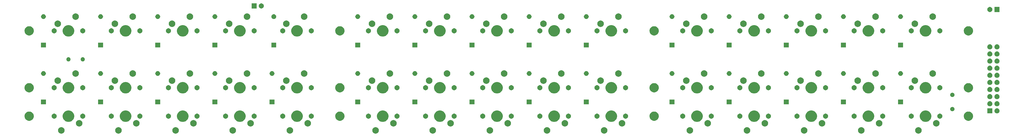
<source format=gbr>
G04 #@! TF.GenerationSoftware,KiCad,Pcbnew,5.1.6+dfsg1-1*
G04 #@! TF.CreationDate,2021-04-10T12:15:03+02:00*
G04 #@! TF.ProjectId,xFaders_keys,78466164-6572-4735-9f6b-6579732e6b69,rev?*
G04 #@! TF.SameCoordinates,Original*
G04 #@! TF.FileFunction,Soldermask,Top*
G04 #@! TF.FilePolarity,Negative*
%FSLAX46Y46*%
G04 Gerber Fmt 4.6, Leading zero omitted, Abs format (unit mm)*
G04 Created by KiCad (PCBNEW 5.1.6+dfsg1-1) date 2021-04-10 12:15:03*
%MOMM*%
%LPD*%
G01*
G04 APERTURE LIST*
%ADD10C,0.100000*%
G04 APERTURE END LIST*
D10*
G36*
X165324549Y-184291116D02*
G01*
X165435734Y-184313232D01*
X165645203Y-184399997D01*
X165833720Y-184525960D01*
X165994040Y-184686280D01*
X166120003Y-184874797D01*
X166206768Y-185084266D01*
X166251000Y-185306636D01*
X166251000Y-185533364D01*
X166206768Y-185755734D01*
X166120003Y-185965203D01*
X165994040Y-186153720D01*
X165833720Y-186314040D01*
X165645203Y-186440003D01*
X165435734Y-186526768D01*
X165324549Y-186548884D01*
X165213365Y-186571000D01*
X164986635Y-186571000D01*
X164875451Y-186548884D01*
X164764266Y-186526768D01*
X164554797Y-186440003D01*
X164366280Y-186314040D01*
X164205960Y-186153720D01*
X164079997Y-185965203D01*
X163993232Y-185755734D01*
X163949000Y-185533364D01*
X163949000Y-185306636D01*
X163993232Y-185084266D01*
X164079997Y-184874797D01*
X164205960Y-184686280D01*
X164366280Y-184525960D01*
X164554797Y-184399997D01*
X164764266Y-184313232D01*
X164875451Y-184291116D01*
X164986635Y-184269000D01*
X165213365Y-184269000D01*
X165324549Y-184291116D01*
G37*
G36*
X73884549Y-184291116D02*
G01*
X73995734Y-184313232D01*
X74205203Y-184399997D01*
X74393720Y-184525960D01*
X74554040Y-184686280D01*
X74680003Y-184874797D01*
X74766768Y-185084266D01*
X74811000Y-185306636D01*
X74811000Y-185533364D01*
X74766768Y-185755734D01*
X74680003Y-185965203D01*
X74554040Y-186153720D01*
X74393720Y-186314040D01*
X74205203Y-186440003D01*
X73995734Y-186526768D01*
X73884549Y-186548884D01*
X73773365Y-186571000D01*
X73546635Y-186571000D01*
X73435451Y-186548884D01*
X73324266Y-186526768D01*
X73114797Y-186440003D01*
X72926280Y-186314040D01*
X72765960Y-186153720D01*
X72639997Y-185965203D01*
X72553232Y-185755734D01*
X72509000Y-185533364D01*
X72509000Y-185306636D01*
X72553232Y-185084266D01*
X72639997Y-184874797D01*
X72765960Y-184686280D01*
X72926280Y-184525960D01*
X73114797Y-184399997D01*
X73324266Y-184313232D01*
X73435451Y-184291116D01*
X73546635Y-184269000D01*
X73773365Y-184269000D01*
X73884549Y-184291116D01*
G37*
G36*
X246604549Y-184291116D02*
G01*
X246715734Y-184313232D01*
X246925203Y-184399997D01*
X247113720Y-184525960D01*
X247274040Y-184686280D01*
X247400003Y-184874797D01*
X247486768Y-185084266D01*
X247531000Y-185306636D01*
X247531000Y-185533364D01*
X247486768Y-185755734D01*
X247400003Y-185965203D01*
X247274040Y-186153720D01*
X247113720Y-186314040D01*
X246925203Y-186440003D01*
X246715734Y-186526768D01*
X246604549Y-186548884D01*
X246493365Y-186571000D01*
X246266635Y-186571000D01*
X246155451Y-186548884D01*
X246044266Y-186526768D01*
X245834797Y-186440003D01*
X245646280Y-186314040D01*
X245485960Y-186153720D01*
X245359997Y-185965203D01*
X245273232Y-185755734D01*
X245229000Y-185533364D01*
X245229000Y-185306636D01*
X245273232Y-185084266D01*
X245359997Y-184874797D01*
X245485960Y-184686280D01*
X245646280Y-184525960D01*
X245834797Y-184399997D01*
X246044266Y-184313232D01*
X246155451Y-184291116D01*
X246266635Y-184269000D01*
X246493365Y-184269000D01*
X246604549Y-184291116D01*
G37*
G36*
X277084549Y-184291116D02*
G01*
X277195734Y-184313232D01*
X277405203Y-184399997D01*
X277593720Y-184525960D01*
X277754040Y-184686280D01*
X277880003Y-184874797D01*
X277966768Y-185084266D01*
X278011000Y-185306636D01*
X278011000Y-185533364D01*
X277966768Y-185755734D01*
X277880003Y-185965203D01*
X277754040Y-186153720D01*
X277593720Y-186314040D01*
X277405203Y-186440003D01*
X277195734Y-186526768D01*
X277084549Y-186548884D01*
X276973365Y-186571000D01*
X276746635Y-186571000D01*
X276635451Y-186548884D01*
X276524266Y-186526768D01*
X276314797Y-186440003D01*
X276126280Y-186314040D01*
X275965960Y-186153720D01*
X275839997Y-185965203D01*
X275753232Y-185755734D01*
X275709000Y-185533364D01*
X275709000Y-185306636D01*
X275753232Y-185084266D01*
X275839997Y-184874797D01*
X275965960Y-184686280D01*
X276126280Y-184525960D01*
X276314797Y-184399997D01*
X276524266Y-184313232D01*
X276635451Y-184291116D01*
X276746635Y-184269000D01*
X276973365Y-184269000D01*
X277084549Y-184291116D01*
G37*
G36*
X226284549Y-184291116D02*
G01*
X226395734Y-184313232D01*
X226605203Y-184399997D01*
X226793720Y-184525960D01*
X226954040Y-184686280D01*
X227080003Y-184874797D01*
X227166768Y-185084266D01*
X227211000Y-185306636D01*
X227211000Y-185533364D01*
X227166768Y-185755734D01*
X227080003Y-185965203D01*
X226954040Y-186153720D01*
X226793720Y-186314040D01*
X226605203Y-186440003D01*
X226395734Y-186526768D01*
X226284549Y-186548884D01*
X226173365Y-186571000D01*
X225946635Y-186571000D01*
X225835451Y-186548884D01*
X225724266Y-186526768D01*
X225514797Y-186440003D01*
X225326280Y-186314040D01*
X225165960Y-186153720D01*
X225039997Y-185965203D01*
X224953232Y-185755734D01*
X224909000Y-185533364D01*
X224909000Y-185306636D01*
X224953232Y-185084266D01*
X225039997Y-184874797D01*
X225165960Y-184686280D01*
X225326280Y-184525960D01*
X225514797Y-184399997D01*
X225724266Y-184313232D01*
X225835451Y-184291116D01*
X225946635Y-184269000D01*
X226173365Y-184269000D01*
X226284549Y-184291116D01*
G37*
G36*
X205964549Y-184291116D02*
G01*
X206075734Y-184313232D01*
X206285203Y-184399997D01*
X206473720Y-184525960D01*
X206634040Y-184686280D01*
X206760003Y-184874797D01*
X206846768Y-185084266D01*
X206891000Y-185306636D01*
X206891000Y-185533364D01*
X206846768Y-185755734D01*
X206760003Y-185965203D01*
X206634040Y-186153720D01*
X206473720Y-186314040D01*
X206285203Y-186440003D01*
X206075734Y-186526768D01*
X205964549Y-186548884D01*
X205853365Y-186571000D01*
X205626635Y-186571000D01*
X205515451Y-186548884D01*
X205404266Y-186526768D01*
X205194797Y-186440003D01*
X205006280Y-186314040D01*
X204845960Y-186153720D01*
X204719997Y-185965203D01*
X204633232Y-185755734D01*
X204589000Y-185533364D01*
X204589000Y-185306636D01*
X204633232Y-185084266D01*
X204719997Y-184874797D01*
X204845960Y-184686280D01*
X205006280Y-184525960D01*
X205194797Y-184399997D01*
X205404266Y-184313232D01*
X205515451Y-184291116D01*
X205626635Y-184269000D01*
X205853365Y-184269000D01*
X205964549Y-184291116D01*
G37*
G36*
X297404549Y-184291116D02*
G01*
X297515734Y-184313232D01*
X297725203Y-184399997D01*
X297913720Y-184525960D01*
X298074040Y-184686280D01*
X298200003Y-184874797D01*
X298286768Y-185084266D01*
X298331000Y-185306636D01*
X298331000Y-185533364D01*
X298286768Y-185755734D01*
X298200003Y-185965203D01*
X298074040Y-186153720D01*
X297913720Y-186314040D01*
X297725203Y-186440003D01*
X297515734Y-186526768D01*
X297404549Y-186548884D01*
X297293365Y-186571000D01*
X297066635Y-186571000D01*
X296955451Y-186548884D01*
X296844266Y-186526768D01*
X296634797Y-186440003D01*
X296446280Y-186314040D01*
X296285960Y-186153720D01*
X296159997Y-185965203D01*
X296073232Y-185755734D01*
X296029000Y-185533364D01*
X296029000Y-185306636D01*
X296073232Y-185084266D01*
X296159997Y-184874797D01*
X296285960Y-184686280D01*
X296446280Y-184525960D01*
X296634797Y-184399997D01*
X296844266Y-184313232D01*
X296955451Y-184291116D01*
X297066635Y-184269000D01*
X297293365Y-184269000D01*
X297404549Y-184291116D01*
G37*
G36*
X134844549Y-184291116D02*
G01*
X134955734Y-184313232D01*
X135165203Y-184399997D01*
X135353720Y-184525960D01*
X135514040Y-184686280D01*
X135640003Y-184874797D01*
X135726768Y-185084266D01*
X135771000Y-185306636D01*
X135771000Y-185533364D01*
X135726768Y-185755734D01*
X135640003Y-185965203D01*
X135514040Y-186153720D01*
X135353720Y-186314040D01*
X135165203Y-186440003D01*
X134955734Y-186526768D01*
X134844549Y-186548884D01*
X134733365Y-186571000D01*
X134506635Y-186571000D01*
X134395451Y-186548884D01*
X134284266Y-186526768D01*
X134074797Y-186440003D01*
X133886280Y-186314040D01*
X133725960Y-186153720D01*
X133599997Y-185965203D01*
X133513232Y-185755734D01*
X133469000Y-185533364D01*
X133469000Y-185306636D01*
X133513232Y-185084266D01*
X133599997Y-184874797D01*
X133725960Y-184686280D01*
X133886280Y-184525960D01*
X134074797Y-184399997D01*
X134284266Y-184313232D01*
X134395451Y-184291116D01*
X134506635Y-184269000D01*
X134733365Y-184269000D01*
X134844549Y-184291116D01*
G37*
G36*
X317724549Y-184291116D02*
G01*
X317835734Y-184313232D01*
X318045203Y-184399997D01*
X318233720Y-184525960D01*
X318394040Y-184686280D01*
X318520003Y-184874797D01*
X318606768Y-185084266D01*
X318651000Y-185306636D01*
X318651000Y-185533364D01*
X318606768Y-185755734D01*
X318520003Y-185965203D01*
X318394040Y-186153720D01*
X318233720Y-186314040D01*
X318045203Y-186440003D01*
X317835734Y-186526768D01*
X317724549Y-186548884D01*
X317613365Y-186571000D01*
X317386635Y-186571000D01*
X317275451Y-186548884D01*
X317164266Y-186526768D01*
X316954797Y-186440003D01*
X316766280Y-186314040D01*
X316605960Y-186153720D01*
X316479997Y-185965203D01*
X316393232Y-185755734D01*
X316349000Y-185533364D01*
X316349000Y-185306636D01*
X316393232Y-185084266D01*
X316479997Y-184874797D01*
X316605960Y-184686280D01*
X316766280Y-184525960D01*
X316954797Y-184399997D01*
X317164266Y-184313232D01*
X317275451Y-184291116D01*
X317386635Y-184269000D01*
X317613365Y-184269000D01*
X317724549Y-184291116D01*
G37*
G36*
X53564549Y-184291116D02*
G01*
X53675734Y-184313232D01*
X53885203Y-184399997D01*
X54073720Y-184525960D01*
X54234040Y-184686280D01*
X54360003Y-184874797D01*
X54446768Y-185084266D01*
X54491000Y-185306636D01*
X54491000Y-185533364D01*
X54446768Y-185755734D01*
X54360003Y-185965203D01*
X54234040Y-186153720D01*
X54073720Y-186314040D01*
X53885203Y-186440003D01*
X53675734Y-186526768D01*
X53564549Y-186548884D01*
X53453365Y-186571000D01*
X53226635Y-186571000D01*
X53115451Y-186548884D01*
X53004266Y-186526768D01*
X52794797Y-186440003D01*
X52606280Y-186314040D01*
X52445960Y-186153720D01*
X52319997Y-185965203D01*
X52233232Y-185755734D01*
X52189000Y-185533364D01*
X52189000Y-185306636D01*
X52233232Y-185084266D01*
X52319997Y-184874797D01*
X52445960Y-184686280D01*
X52606280Y-184525960D01*
X52794797Y-184399997D01*
X53004266Y-184313232D01*
X53115451Y-184291116D01*
X53226635Y-184269000D01*
X53453365Y-184269000D01*
X53564549Y-184291116D01*
G37*
G36*
X338044549Y-184291116D02*
G01*
X338155734Y-184313232D01*
X338365203Y-184399997D01*
X338553720Y-184525960D01*
X338714040Y-184686280D01*
X338840003Y-184874797D01*
X338926768Y-185084266D01*
X338971000Y-185306636D01*
X338971000Y-185533364D01*
X338926768Y-185755734D01*
X338840003Y-185965203D01*
X338714040Y-186153720D01*
X338553720Y-186314040D01*
X338365203Y-186440003D01*
X338155734Y-186526768D01*
X338044549Y-186548884D01*
X337933365Y-186571000D01*
X337706635Y-186571000D01*
X337595451Y-186548884D01*
X337484266Y-186526768D01*
X337274797Y-186440003D01*
X337086280Y-186314040D01*
X336925960Y-186153720D01*
X336799997Y-185965203D01*
X336713232Y-185755734D01*
X336669000Y-185533364D01*
X336669000Y-185306636D01*
X336713232Y-185084266D01*
X336799997Y-184874797D01*
X336925960Y-184686280D01*
X337086280Y-184525960D01*
X337274797Y-184399997D01*
X337484266Y-184313232D01*
X337595451Y-184291116D01*
X337706635Y-184269000D01*
X337933365Y-184269000D01*
X338044549Y-184291116D01*
G37*
G36*
X358364549Y-184291116D02*
G01*
X358475734Y-184313232D01*
X358685203Y-184399997D01*
X358873720Y-184525960D01*
X359034040Y-184686280D01*
X359160003Y-184874797D01*
X359246768Y-185084266D01*
X359291000Y-185306636D01*
X359291000Y-185533364D01*
X359246768Y-185755734D01*
X359160003Y-185965203D01*
X359034040Y-186153720D01*
X358873720Y-186314040D01*
X358685203Y-186440003D01*
X358475734Y-186526768D01*
X358364549Y-186548884D01*
X358253365Y-186571000D01*
X358026635Y-186571000D01*
X357915451Y-186548884D01*
X357804266Y-186526768D01*
X357594797Y-186440003D01*
X357406280Y-186314040D01*
X357245960Y-186153720D01*
X357119997Y-185965203D01*
X357033232Y-185755734D01*
X356989000Y-185533364D01*
X356989000Y-185306636D01*
X357033232Y-185084266D01*
X357119997Y-184874797D01*
X357245960Y-184686280D01*
X357406280Y-184525960D01*
X357594797Y-184399997D01*
X357804266Y-184313232D01*
X357915451Y-184291116D01*
X358026635Y-184269000D01*
X358253365Y-184269000D01*
X358364549Y-184291116D01*
G37*
G36*
X185644549Y-184291116D02*
G01*
X185755734Y-184313232D01*
X185965203Y-184399997D01*
X186153720Y-184525960D01*
X186314040Y-184686280D01*
X186440003Y-184874797D01*
X186526768Y-185084266D01*
X186571000Y-185306636D01*
X186571000Y-185533364D01*
X186526768Y-185755734D01*
X186440003Y-185965203D01*
X186314040Y-186153720D01*
X186153720Y-186314040D01*
X185965203Y-186440003D01*
X185755734Y-186526768D01*
X185644549Y-186548884D01*
X185533365Y-186571000D01*
X185306635Y-186571000D01*
X185195451Y-186548884D01*
X185084266Y-186526768D01*
X184874797Y-186440003D01*
X184686280Y-186314040D01*
X184525960Y-186153720D01*
X184399997Y-185965203D01*
X184313232Y-185755734D01*
X184269000Y-185533364D01*
X184269000Y-185306636D01*
X184313232Y-185084266D01*
X184399997Y-184874797D01*
X184525960Y-184686280D01*
X184686280Y-184525960D01*
X184874797Y-184399997D01*
X185084266Y-184313232D01*
X185195451Y-184291116D01*
X185306635Y-184269000D01*
X185533365Y-184269000D01*
X185644549Y-184291116D01*
G37*
G36*
X114524549Y-184291116D02*
G01*
X114635734Y-184313232D01*
X114845203Y-184399997D01*
X115033720Y-184525960D01*
X115194040Y-184686280D01*
X115320003Y-184874797D01*
X115406768Y-185084266D01*
X115451000Y-185306636D01*
X115451000Y-185533364D01*
X115406768Y-185755734D01*
X115320003Y-185965203D01*
X115194040Y-186153720D01*
X115033720Y-186314040D01*
X114845203Y-186440003D01*
X114635734Y-186526768D01*
X114524549Y-186548884D01*
X114413365Y-186571000D01*
X114186635Y-186571000D01*
X114075451Y-186548884D01*
X113964266Y-186526768D01*
X113754797Y-186440003D01*
X113566280Y-186314040D01*
X113405960Y-186153720D01*
X113279997Y-185965203D01*
X113193232Y-185755734D01*
X113149000Y-185533364D01*
X113149000Y-185306636D01*
X113193232Y-185084266D01*
X113279997Y-184874797D01*
X113405960Y-184686280D01*
X113566280Y-184525960D01*
X113754797Y-184399997D01*
X113964266Y-184313232D01*
X114075451Y-184291116D01*
X114186635Y-184269000D01*
X114413365Y-184269000D01*
X114524549Y-184291116D01*
G37*
G36*
X94204549Y-184291116D02*
G01*
X94315734Y-184313232D01*
X94525203Y-184399997D01*
X94713720Y-184525960D01*
X94874040Y-184686280D01*
X95000003Y-184874797D01*
X95086768Y-185084266D01*
X95131000Y-185306636D01*
X95131000Y-185533364D01*
X95086768Y-185755734D01*
X95000003Y-185965203D01*
X94874040Y-186153720D01*
X94713720Y-186314040D01*
X94525203Y-186440003D01*
X94315734Y-186526768D01*
X94204549Y-186548884D01*
X94093365Y-186571000D01*
X93866635Y-186571000D01*
X93755451Y-186548884D01*
X93644266Y-186526768D01*
X93434797Y-186440003D01*
X93246280Y-186314040D01*
X93085960Y-186153720D01*
X92959997Y-185965203D01*
X92873232Y-185755734D01*
X92829000Y-185533364D01*
X92829000Y-185306636D01*
X92873232Y-185084266D01*
X92959997Y-184874797D01*
X93085960Y-184686280D01*
X93246280Y-184525960D01*
X93434797Y-184399997D01*
X93644266Y-184313232D01*
X93755451Y-184291116D01*
X93866635Y-184269000D01*
X94093365Y-184269000D01*
X94204549Y-184291116D01*
G37*
G36*
X191994549Y-181751116D02*
G01*
X192105734Y-181773232D01*
X192315203Y-181859997D01*
X192503720Y-181985960D01*
X192664040Y-182146280D01*
X192790003Y-182334797D01*
X192876768Y-182544266D01*
X192921000Y-182766636D01*
X192921000Y-182993364D01*
X192876768Y-183215734D01*
X192790003Y-183425203D01*
X192664040Y-183613720D01*
X192503720Y-183774040D01*
X192315203Y-183900003D01*
X192105734Y-183986768D01*
X191994549Y-184008884D01*
X191883365Y-184031000D01*
X191656635Y-184031000D01*
X191545451Y-184008884D01*
X191434266Y-183986768D01*
X191224797Y-183900003D01*
X191036280Y-183774040D01*
X190875960Y-183613720D01*
X190749997Y-183425203D01*
X190663232Y-183215734D01*
X190619000Y-182993364D01*
X190619000Y-182766636D01*
X190663232Y-182544266D01*
X190749997Y-182334797D01*
X190875960Y-182146280D01*
X191036280Y-181985960D01*
X191224797Y-181859997D01*
X191434266Y-181773232D01*
X191545451Y-181751116D01*
X191656635Y-181729000D01*
X191883365Y-181729000D01*
X191994549Y-181751116D01*
G37*
G36*
X252954549Y-181751116D02*
G01*
X253065734Y-181773232D01*
X253275203Y-181859997D01*
X253463720Y-181985960D01*
X253624040Y-182146280D01*
X253750003Y-182334797D01*
X253836768Y-182544266D01*
X253881000Y-182766636D01*
X253881000Y-182993364D01*
X253836768Y-183215734D01*
X253750003Y-183425203D01*
X253624040Y-183613720D01*
X253463720Y-183774040D01*
X253275203Y-183900003D01*
X253065734Y-183986768D01*
X252954549Y-184008884D01*
X252843365Y-184031000D01*
X252616635Y-184031000D01*
X252505451Y-184008884D01*
X252394266Y-183986768D01*
X252184797Y-183900003D01*
X251996280Y-183774040D01*
X251835960Y-183613720D01*
X251709997Y-183425203D01*
X251623232Y-183215734D01*
X251579000Y-182993364D01*
X251579000Y-182766636D01*
X251623232Y-182544266D01*
X251709997Y-182334797D01*
X251835960Y-182146280D01*
X251996280Y-181985960D01*
X252184797Y-181859997D01*
X252394266Y-181773232D01*
X252505451Y-181751116D01*
X252616635Y-181729000D01*
X252843365Y-181729000D01*
X252954549Y-181751116D01*
G37*
G36*
X59914549Y-181751116D02*
G01*
X60025734Y-181773232D01*
X60235203Y-181859997D01*
X60423720Y-181985960D01*
X60584040Y-182146280D01*
X60710003Y-182334797D01*
X60796768Y-182544266D01*
X60841000Y-182766636D01*
X60841000Y-182993364D01*
X60796768Y-183215734D01*
X60710003Y-183425203D01*
X60584040Y-183613720D01*
X60423720Y-183774040D01*
X60235203Y-183900003D01*
X60025734Y-183986768D01*
X59914549Y-184008884D01*
X59803365Y-184031000D01*
X59576635Y-184031000D01*
X59465451Y-184008884D01*
X59354266Y-183986768D01*
X59144797Y-183900003D01*
X58956280Y-183774040D01*
X58795960Y-183613720D01*
X58669997Y-183425203D01*
X58583232Y-183215734D01*
X58539000Y-182993364D01*
X58539000Y-182766636D01*
X58583232Y-182544266D01*
X58669997Y-182334797D01*
X58795960Y-182146280D01*
X58956280Y-181985960D01*
X59144797Y-181859997D01*
X59354266Y-181773232D01*
X59465451Y-181751116D01*
X59576635Y-181729000D01*
X59803365Y-181729000D01*
X59914549Y-181751116D01*
G37*
G36*
X324074549Y-181751116D02*
G01*
X324185734Y-181773232D01*
X324395203Y-181859997D01*
X324583720Y-181985960D01*
X324744040Y-182146280D01*
X324870003Y-182334797D01*
X324956768Y-182544266D01*
X325001000Y-182766636D01*
X325001000Y-182993364D01*
X324956768Y-183215734D01*
X324870003Y-183425203D01*
X324744040Y-183613720D01*
X324583720Y-183774040D01*
X324395203Y-183900003D01*
X324185734Y-183986768D01*
X324074549Y-184008884D01*
X323963365Y-184031000D01*
X323736635Y-184031000D01*
X323625451Y-184008884D01*
X323514266Y-183986768D01*
X323304797Y-183900003D01*
X323116280Y-183774040D01*
X322955960Y-183613720D01*
X322829997Y-183425203D01*
X322743232Y-183215734D01*
X322699000Y-182993364D01*
X322699000Y-182766636D01*
X322743232Y-182544266D01*
X322829997Y-182334797D01*
X322955960Y-182146280D01*
X323116280Y-181985960D01*
X323304797Y-181859997D01*
X323514266Y-181773232D01*
X323625451Y-181751116D01*
X323736635Y-181729000D01*
X323963365Y-181729000D01*
X324074549Y-181751116D01*
G37*
G36*
X100554549Y-181751116D02*
G01*
X100665734Y-181773232D01*
X100875203Y-181859997D01*
X101063720Y-181985960D01*
X101224040Y-182146280D01*
X101350003Y-182334797D01*
X101436768Y-182544266D01*
X101481000Y-182766636D01*
X101481000Y-182993364D01*
X101436768Y-183215734D01*
X101350003Y-183425203D01*
X101224040Y-183613720D01*
X101063720Y-183774040D01*
X100875203Y-183900003D01*
X100665734Y-183986768D01*
X100554549Y-184008884D01*
X100443365Y-184031000D01*
X100216635Y-184031000D01*
X100105451Y-184008884D01*
X99994266Y-183986768D01*
X99784797Y-183900003D01*
X99596280Y-183774040D01*
X99435960Y-183613720D01*
X99309997Y-183425203D01*
X99223232Y-183215734D01*
X99179000Y-182993364D01*
X99179000Y-182766636D01*
X99223232Y-182544266D01*
X99309997Y-182334797D01*
X99435960Y-182146280D01*
X99596280Y-181985960D01*
X99784797Y-181859997D01*
X99994266Y-181773232D01*
X100105451Y-181751116D01*
X100216635Y-181729000D01*
X100443365Y-181729000D01*
X100554549Y-181751116D01*
G37*
G36*
X212314549Y-181751116D02*
G01*
X212425734Y-181773232D01*
X212635203Y-181859997D01*
X212823720Y-181985960D01*
X212984040Y-182146280D01*
X213110003Y-182334797D01*
X213196768Y-182544266D01*
X213241000Y-182766636D01*
X213241000Y-182993364D01*
X213196768Y-183215734D01*
X213110003Y-183425203D01*
X212984040Y-183613720D01*
X212823720Y-183774040D01*
X212635203Y-183900003D01*
X212425734Y-183986768D01*
X212314549Y-184008884D01*
X212203365Y-184031000D01*
X211976635Y-184031000D01*
X211865451Y-184008884D01*
X211754266Y-183986768D01*
X211544797Y-183900003D01*
X211356280Y-183774040D01*
X211195960Y-183613720D01*
X211069997Y-183425203D01*
X210983232Y-183215734D01*
X210939000Y-182993364D01*
X210939000Y-182766636D01*
X210983232Y-182544266D01*
X211069997Y-182334797D01*
X211195960Y-182146280D01*
X211356280Y-181985960D01*
X211544797Y-181859997D01*
X211754266Y-181773232D01*
X211865451Y-181751116D01*
X211976635Y-181729000D01*
X212203365Y-181729000D01*
X212314549Y-181751116D01*
G37*
G36*
X80234549Y-181751116D02*
G01*
X80345734Y-181773232D01*
X80555203Y-181859997D01*
X80743720Y-181985960D01*
X80904040Y-182146280D01*
X81030003Y-182334797D01*
X81116768Y-182544266D01*
X81161000Y-182766636D01*
X81161000Y-182993364D01*
X81116768Y-183215734D01*
X81030003Y-183425203D01*
X80904040Y-183613720D01*
X80743720Y-183774040D01*
X80555203Y-183900003D01*
X80345734Y-183986768D01*
X80234549Y-184008884D01*
X80123365Y-184031000D01*
X79896635Y-184031000D01*
X79785451Y-184008884D01*
X79674266Y-183986768D01*
X79464797Y-183900003D01*
X79276280Y-183774040D01*
X79115960Y-183613720D01*
X78989997Y-183425203D01*
X78903232Y-183215734D01*
X78859000Y-182993364D01*
X78859000Y-182766636D01*
X78903232Y-182544266D01*
X78989997Y-182334797D01*
X79115960Y-182146280D01*
X79276280Y-181985960D01*
X79464797Y-181859997D01*
X79674266Y-181773232D01*
X79785451Y-181751116D01*
X79896635Y-181729000D01*
X80123365Y-181729000D01*
X80234549Y-181751116D01*
G37*
G36*
X364714549Y-181751116D02*
G01*
X364825734Y-181773232D01*
X365035203Y-181859997D01*
X365223720Y-181985960D01*
X365384040Y-182146280D01*
X365510003Y-182334797D01*
X365596768Y-182544266D01*
X365641000Y-182766636D01*
X365641000Y-182993364D01*
X365596768Y-183215734D01*
X365510003Y-183425203D01*
X365384040Y-183613720D01*
X365223720Y-183774040D01*
X365035203Y-183900003D01*
X364825734Y-183986768D01*
X364714549Y-184008884D01*
X364603365Y-184031000D01*
X364376635Y-184031000D01*
X364265451Y-184008884D01*
X364154266Y-183986768D01*
X363944797Y-183900003D01*
X363756280Y-183774040D01*
X363595960Y-183613720D01*
X363469997Y-183425203D01*
X363383232Y-183215734D01*
X363339000Y-182993364D01*
X363339000Y-182766636D01*
X363383232Y-182544266D01*
X363469997Y-182334797D01*
X363595960Y-182146280D01*
X363756280Y-181985960D01*
X363944797Y-181859997D01*
X364154266Y-181773232D01*
X364265451Y-181751116D01*
X364376635Y-181729000D01*
X364603365Y-181729000D01*
X364714549Y-181751116D01*
G37*
G36*
X120874549Y-181751116D02*
G01*
X120985734Y-181773232D01*
X121195203Y-181859997D01*
X121383720Y-181985960D01*
X121544040Y-182146280D01*
X121670003Y-182334797D01*
X121756768Y-182544266D01*
X121801000Y-182766636D01*
X121801000Y-182993364D01*
X121756768Y-183215734D01*
X121670003Y-183425203D01*
X121544040Y-183613720D01*
X121383720Y-183774040D01*
X121195203Y-183900003D01*
X120985734Y-183986768D01*
X120874549Y-184008884D01*
X120763365Y-184031000D01*
X120536635Y-184031000D01*
X120425451Y-184008884D01*
X120314266Y-183986768D01*
X120104797Y-183900003D01*
X119916280Y-183774040D01*
X119755960Y-183613720D01*
X119629997Y-183425203D01*
X119543232Y-183215734D01*
X119499000Y-182993364D01*
X119499000Y-182766636D01*
X119543232Y-182544266D01*
X119629997Y-182334797D01*
X119755960Y-182146280D01*
X119916280Y-181985960D01*
X120104797Y-181859997D01*
X120314266Y-181773232D01*
X120425451Y-181751116D01*
X120536635Y-181729000D01*
X120763365Y-181729000D01*
X120874549Y-181751116D01*
G37*
G36*
X303754549Y-181751116D02*
G01*
X303865734Y-181773232D01*
X304075203Y-181859997D01*
X304263720Y-181985960D01*
X304424040Y-182146280D01*
X304550003Y-182334797D01*
X304636768Y-182544266D01*
X304681000Y-182766636D01*
X304681000Y-182993364D01*
X304636768Y-183215734D01*
X304550003Y-183425203D01*
X304424040Y-183613720D01*
X304263720Y-183774040D01*
X304075203Y-183900003D01*
X303865734Y-183986768D01*
X303754549Y-184008884D01*
X303643365Y-184031000D01*
X303416635Y-184031000D01*
X303305451Y-184008884D01*
X303194266Y-183986768D01*
X302984797Y-183900003D01*
X302796280Y-183774040D01*
X302635960Y-183613720D01*
X302509997Y-183425203D01*
X302423232Y-183215734D01*
X302379000Y-182993364D01*
X302379000Y-182766636D01*
X302423232Y-182544266D01*
X302509997Y-182334797D01*
X302635960Y-182146280D01*
X302796280Y-181985960D01*
X302984797Y-181859997D01*
X303194266Y-181773232D01*
X303305451Y-181751116D01*
X303416635Y-181729000D01*
X303643365Y-181729000D01*
X303754549Y-181751116D01*
G37*
G36*
X232634549Y-181751116D02*
G01*
X232745734Y-181773232D01*
X232955203Y-181859997D01*
X233143720Y-181985960D01*
X233304040Y-182146280D01*
X233430003Y-182334797D01*
X233516768Y-182544266D01*
X233561000Y-182766636D01*
X233561000Y-182993364D01*
X233516768Y-183215734D01*
X233430003Y-183425203D01*
X233304040Y-183613720D01*
X233143720Y-183774040D01*
X232955203Y-183900003D01*
X232745734Y-183986768D01*
X232634549Y-184008884D01*
X232523365Y-184031000D01*
X232296635Y-184031000D01*
X232185451Y-184008884D01*
X232074266Y-183986768D01*
X231864797Y-183900003D01*
X231676280Y-183774040D01*
X231515960Y-183613720D01*
X231389997Y-183425203D01*
X231303232Y-183215734D01*
X231259000Y-182993364D01*
X231259000Y-182766636D01*
X231303232Y-182544266D01*
X231389997Y-182334797D01*
X231515960Y-182146280D01*
X231676280Y-181985960D01*
X231864797Y-181859997D01*
X232074266Y-181773232D01*
X232185451Y-181751116D01*
X232296635Y-181729000D01*
X232523365Y-181729000D01*
X232634549Y-181751116D01*
G37*
G36*
X344394549Y-181751116D02*
G01*
X344505734Y-181773232D01*
X344715203Y-181859997D01*
X344903720Y-181985960D01*
X345064040Y-182146280D01*
X345190003Y-182334797D01*
X345276768Y-182544266D01*
X345321000Y-182766636D01*
X345321000Y-182993364D01*
X345276768Y-183215734D01*
X345190003Y-183425203D01*
X345064040Y-183613720D01*
X344903720Y-183774040D01*
X344715203Y-183900003D01*
X344505734Y-183986768D01*
X344394549Y-184008884D01*
X344283365Y-184031000D01*
X344056635Y-184031000D01*
X343945451Y-184008884D01*
X343834266Y-183986768D01*
X343624797Y-183900003D01*
X343436280Y-183774040D01*
X343275960Y-183613720D01*
X343149997Y-183425203D01*
X343063232Y-183215734D01*
X343019000Y-182993364D01*
X343019000Y-182766636D01*
X343063232Y-182544266D01*
X343149997Y-182334797D01*
X343275960Y-182146280D01*
X343436280Y-181985960D01*
X343624797Y-181859997D01*
X343834266Y-181773232D01*
X343945451Y-181751116D01*
X344056635Y-181729000D01*
X344283365Y-181729000D01*
X344394549Y-181751116D01*
G37*
G36*
X171674549Y-181751116D02*
G01*
X171785734Y-181773232D01*
X171995203Y-181859997D01*
X172183720Y-181985960D01*
X172344040Y-182146280D01*
X172470003Y-182334797D01*
X172556768Y-182544266D01*
X172601000Y-182766636D01*
X172601000Y-182993364D01*
X172556768Y-183215734D01*
X172470003Y-183425203D01*
X172344040Y-183613720D01*
X172183720Y-183774040D01*
X171995203Y-183900003D01*
X171785734Y-183986768D01*
X171674549Y-184008884D01*
X171563365Y-184031000D01*
X171336635Y-184031000D01*
X171225451Y-184008884D01*
X171114266Y-183986768D01*
X170904797Y-183900003D01*
X170716280Y-183774040D01*
X170555960Y-183613720D01*
X170429997Y-183425203D01*
X170343232Y-183215734D01*
X170299000Y-182993364D01*
X170299000Y-182766636D01*
X170343232Y-182544266D01*
X170429997Y-182334797D01*
X170555960Y-182146280D01*
X170716280Y-181985960D01*
X170904797Y-181859997D01*
X171114266Y-181773232D01*
X171225451Y-181751116D01*
X171336635Y-181729000D01*
X171563365Y-181729000D01*
X171674549Y-181751116D01*
G37*
G36*
X283434549Y-181751116D02*
G01*
X283545734Y-181773232D01*
X283755203Y-181859997D01*
X283943720Y-181985960D01*
X284104040Y-182146280D01*
X284230003Y-182334797D01*
X284316768Y-182544266D01*
X284361000Y-182766636D01*
X284361000Y-182993364D01*
X284316768Y-183215734D01*
X284230003Y-183425203D01*
X284104040Y-183613720D01*
X283943720Y-183774040D01*
X283755203Y-183900003D01*
X283545734Y-183986768D01*
X283434549Y-184008884D01*
X283323365Y-184031000D01*
X283096635Y-184031000D01*
X282985451Y-184008884D01*
X282874266Y-183986768D01*
X282664797Y-183900003D01*
X282476280Y-183774040D01*
X282315960Y-183613720D01*
X282189997Y-183425203D01*
X282103232Y-183215734D01*
X282059000Y-182993364D01*
X282059000Y-182766636D01*
X282103232Y-182544266D01*
X282189997Y-182334797D01*
X282315960Y-182146280D01*
X282476280Y-181985960D01*
X282664797Y-181859997D01*
X282874266Y-181773232D01*
X282985451Y-181751116D01*
X283096635Y-181729000D01*
X283323365Y-181729000D01*
X283434549Y-181751116D01*
G37*
G36*
X141194549Y-181751116D02*
G01*
X141305734Y-181773232D01*
X141515203Y-181859997D01*
X141703720Y-181985960D01*
X141864040Y-182146280D01*
X141990003Y-182334797D01*
X142076768Y-182544266D01*
X142121000Y-182766636D01*
X142121000Y-182993364D01*
X142076768Y-183215734D01*
X141990003Y-183425203D01*
X141864040Y-183613720D01*
X141703720Y-183774040D01*
X141515203Y-183900003D01*
X141305734Y-183986768D01*
X141194549Y-184008884D01*
X141083365Y-184031000D01*
X140856635Y-184031000D01*
X140745451Y-184008884D01*
X140634266Y-183986768D01*
X140424797Y-183900003D01*
X140236280Y-183774040D01*
X140075960Y-183613720D01*
X139949997Y-183425203D01*
X139863232Y-183215734D01*
X139819000Y-182993364D01*
X139819000Y-182766636D01*
X139863232Y-182544266D01*
X139949997Y-182334797D01*
X140075960Y-182146280D01*
X140236280Y-181985960D01*
X140424797Y-181859997D01*
X140634266Y-181773232D01*
X140745451Y-181751116D01*
X140856635Y-181729000D01*
X141083365Y-181729000D01*
X141194549Y-181751116D01*
G37*
G36*
X340958254Y-178367818D02*
G01*
X341331511Y-178522426D01*
X341331513Y-178522427D01*
X341333481Y-178523742D01*
X341667436Y-178746884D01*
X341953116Y-179032564D01*
X342177574Y-179368489D01*
X342332182Y-179741746D01*
X342411000Y-180137993D01*
X342411000Y-180542007D01*
X342332182Y-180938254D01*
X342177574Y-181311511D01*
X342177573Y-181311513D01*
X341953116Y-181647436D01*
X341667436Y-181933116D01*
X341331513Y-182157573D01*
X341331512Y-182157574D01*
X341331511Y-182157574D01*
X340958254Y-182312182D01*
X340562007Y-182391000D01*
X340157993Y-182391000D01*
X339761746Y-182312182D01*
X339388489Y-182157574D01*
X339388488Y-182157574D01*
X339388487Y-182157573D01*
X339052564Y-181933116D01*
X338766884Y-181647436D01*
X338542427Y-181311513D01*
X338542426Y-181311511D01*
X338387818Y-180938254D01*
X338309000Y-180542007D01*
X338309000Y-180137993D01*
X338387818Y-179741746D01*
X338542426Y-179368489D01*
X338766884Y-179032564D01*
X339052564Y-178746884D01*
X339386519Y-178523742D01*
X339388487Y-178522427D01*
X339388489Y-178522426D01*
X339761746Y-178367818D01*
X340157993Y-178289000D01*
X340562007Y-178289000D01*
X340958254Y-178367818D01*
G37*
G36*
X117438254Y-178367818D02*
G01*
X117811511Y-178522426D01*
X117811513Y-178522427D01*
X117813481Y-178523742D01*
X118147436Y-178746884D01*
X118433116Y-179032564D01*
X118657574Y-179368489D01*
X118812182Y-179741746D01*
X118891000Y-180137993D01*
X118891000Y-180542007D01*
X118812182Y-180938254D01*
X118657574Y-181311511D01*
X118657573Y-181311513D01*
X118433116Y-181647436D01*
X118147436Y-181933116D01*
X117811513Y-182157573D01*
X117811512Y-182157574D01*
X117811511Y-182157574D01*
X117438254Y-182312182D01*
X117042007Y-182391000D01*
X116637993Y-182391000D01*
X116241746Y-182312182D01*
X115868489Y-182157574D01*
X115868488Y-182157574D01*
X115868487Y-182157573D01*
X115532564Y-181933116D01*
X115246884Y-181647436D01*
X115022427Y-181311513D01*
X115022426Y-181311511D01*
X114867818Y-180938254D01*
X114789000Y-180542007D01*
X114789000Y-180137993D01*
X114867818Y-179741746D01*
X115022426Y-179368489D01*
X115246884Y-179032564D01*
X115532564Y-178746884D01*
X115866519Y-178523742D01*
X115868487Y-178522427D01*
X115868489Y-178522426D01*
X116241746Y-178367818D01*
X116637993Y-178289000D01*
X117042007Y-178289000D01*
X117438254Y-178367818D01*
G37*
G36*
X137758254Y-178367818D02*
G01*
X138131511Y-178522426D01*
X138131513Y-178522427D01*
X138133481Y-178523742D01*
X138467436Y-178746884D01*
X138753116Y-179032564D01*
X138977574Y-179368489D01*
X139132182Y-179741746D01*
X139211000Y-180137993D01*
X139211000Y-180542007D01*
X139132182Y-180938254D01*
X138977574Y-181311511D01*
X138977573Y-181311513D01*
X138753116Y-181647436D01*
X138467436Y-181933116D01*
X138131513Y-182157573D01*
X138131512Y-182157574D01*
X138131511Y-182157574D01*
X137758254Y-182312182D01*
X137362007Y-182391000D01*
X136957993Y-182391000D01*
X136561746Y-182312182D01*
X136188489Y-182157574D01*
X136188488Y-182157574D01*
X136188487Y-182157573D01*
X135852564Y-181933116D01*
X135566884Y-181647436D01*
X135342427Y-181311513D01*
X135342426Y-181311511D01*
X135187818Y-180938254D01*
X135109000Y-180542007D01*
X135109000Y-180137993D01*
X135187818Y-179741746D01*
X135342426Y-179368489D01*
X135566884Y-179032564D01*
X135852564Y-178746884D01*
X136186519Y-178523742D01*
X136188487Y-178522427D01*
X136188489Y-178522426D01*
X136561746Y-178367818D01*
X136957993Y-178289000D01*
X137362007Y-178289000D01*
X137758254Y-178367818D01*
G37*
G36*
X168238254Y-178367818D02*
G01*
X168611511Y-178522426D01*
X168611513Y-178522427D01*
X168613481Y-178523742D01*
X168947436Y-178746884D01*
X169233116Y-179032564D01*
X169457574Y-179368489D01*
X169612182Y-179741746D01*
X169691000Y-180137993D01*
X169691000Y-180542007D01*
X169612182Y-180938254D01*
X169457574Y-181311511D01*
X169457573Y-181311513D01*
X169233116Y-181647436D01*
X168947436Y-181933116D01*
X168611513Y-182157573D01*
X168611512Y-182157574D01*
X168611511Y-182157574D01*
X168238254Y-182312182D01*
X167842007Y-182391000D01*
X167437993Y-182391000D01*
X167041746Y-182312182D01*
X166668489Y-182157574D01*
X166668488Y-182157574D01*
X166668487Y-182157573D01*
X166332564Y-181933116D01*
X166046884Y-181647436D01*
X165822427Y-181311513D01*
X165822426Y-181311511D01*
X165667818Y-180938254D01*
X165589000Y-180542007D01*
X165589000Y-180137993D01*
X165667818Y-179741746D01*
X165822426Y-179368489D01*
X166046884Y-179032564D01*
X166332564Y-178746884D01*
X166666519Y-178523742D01*
X166668487Y-178522427D01*
X166668489Y-178522426D01*
X167041746Y-178367818D01*
X167437993Y-178289000D01*
X167842007Y-178289000D01*
X168238254Y-178367818D01*
G37*
G36*
X208878254Y-178367818D02*
G01*
X209251511Y-178522426D01*
X209251513Y-178522427D01*
X209253481Y-178523742D01*
X209587436Y-178746884D01*
X209873116Y-179032564D01*
X210097574Y-179368489D01*
X210252182Y-179741746D01*
X210331000Y-180137993D01*
X210331000Y-180542007D01*
X210252182Y-180938254D01*
X210097574Y-181311511D01*
X210097573Y-181311513D01*
X209873116Y-181647436D01*
X209587436Y-181933116D01*
X209251513Y-182157573D01*
X209251512Y-182157574D01*
X209251511Y-182157574D01*
X208878254Y-182312182D01*
X208482007Y-182391000D01*
X208077993Y-182391000D01*
X207681746Y-182312182D01*
X207308489Y-182157574D01*
X207308488Y-182157574D01*
X207308487Y-182157573D01*
X206972564Y-181933116D01*
X206686884Y-181647436D01*
X206462427Y-181311513D01*
X206462426Y-181311511D01*
X206307818Y-180938254D01*
X206229000Y-180542007D01*
X206229000Y-180137993D01*
X206307818Y-179741746D01*
X206462426Y-179368489D01*
X206686884Y-179032564D01*
X206972564Y-178746884D01*
X207306519Y-178523742D01*
X207308487Y-178522427D01*
X207308489Y-178522426D01*
X207681746Y-178367818D01*
X208077993Y-178289000D01*
X208482007Y-178289000D01*
X208878254Y-178367818D01*
G37*
G36*
X229198254Y-178367818D02*
G01*
X229571511Y-178522426D01*
X229571513Y-178522427D01*
X229573481Y-178523742D01*
X229907436Y-178746884D01*
X230193116Y-179032564D01*
X230417574Y-179368489D01*
X230572182Y-179741746D01*
X230651000Y-180137993D01*
X230651000Y-180542007D01*
X230572182Y-180938254D01*
X230417574Y-181311511D01*
X230417573Y-181311513D01*
X230193116Y-181647436D01*
X229907436Y-181933116D01*
X229571513Y-182157573D01*
X229571512Y-182157574D01*
X229571511Y-182157574D01*
X229198254Y-182312182D01*
X228802007Y-182391000D01*
X228397993Y-182391000D01*
X228001746Y-182312182D01*
X227628489Y-182157574D01*
X227628488Y-182157574D01*
X227628487Y-182157573D01*
X227292564Y-181933116D01*
X227006884Y-181647436D01*
X226782427Y-181311513D01*
X226782426Y-181311511D01*
X226627818Y-180938254D01*
X226549000Y-180542007D01*
X226549000Y-180137993D01*
X226627818Y-179741746D01*
X226782426Y-179368489D01*
X227006884Y-179032564D01*
X227292564Y-178746884D01*
X227626519Y-178523742D01*
X227628487Y-178522427D01*
X227628489Y-178522426D01*
X228001746Y-178367818D01*
X228397993Y-178289000D01*
X228802007Y-178289000D01*
X229198254Y-178367818D01*
G37*
G36*
X249518254Y-178367818D02*
G01*
X249891511Y-178522426D01*
X249891513Y-178522427D01*
X249893481Y-178523742D01*
X250227436Y-178746884D01*
X250513116Y-179032564D01*
X250737574Y-179368489D01*
X250892182Y-179741746D01*
X250971000Y-180137993D01*
X250971000Y-180542007D01*
X250892182Y-180938254D01*
X250737574Y-181311511D01*
X250737573Y-181311513D01*
X250513116Y-181647436D01*
X250227436Y-181933116D01*
X249891513Y-182157573D01*
X249891512Y-182157574D01*
X249891511Y-182157574D01*
X249518254Y-182312182D01*
X249122007Y-182391000D01*
X248717993Y-182391000D01*
X248321746Y-182312182D01*
X247948489Y-182157574D01*
X247948488Y-182157574D01*
X247948487Y-182157573D01*
X247612564Y-181933116D01*
X247326884Y-181647436D01*
X247102427Y-181311513D01*
X247102426Y-181311511D01*
X246947818Y-180938254D01*
X246869000Y-180542007D01*
X246869000Y-180137993D01*
X246947818Y-179741746D01*
X247102426Y-179368489D01*
X247326884Y-179032564D01*
X247612564Y-178746884D01*
X247946519Y-178523742D01*
X247948487Y-178522427D01*
X247948489Y-178522426D01*
X248321746Y-178367818D01*
X248717993Y-178289000D01*
X249122007Y-178289000D01*
X249518254Y-178367818D01*
G37*
G36*
X279998254Y-178367818D02*
G01*
X280371511Y-178522426D01*
X280371513Y-178522427D01*
X280373481Y-178523742D01*
X280707436Y-178746884D01*
X280993116Y-179032564D01*
X281217574Y-179368489D01*
X281372182Y-179741746D01*
X281451000Y-180137993D01*
X281451000Y-180542007D01*
X281372182Y-180938254D01*
X281217574Y-181311511D01*
X281217573Y-181311513D01*
X280993116Y-181647436D01*
X280707436Y-181933116D01*
X280371513Y-182157573D01*
X280371512Y-182157574D01*
X280371511Y-182157574D01*
X279998254Y-182312182D01*
X279602007Y-182391000D01*
X279197993Y-182391000D01*
X278801746Y-182312182D01*
X278428489Y-182157574D01*
X278428488Y-182157574D01*
X278428487Y-182157573D01*
X278092564Y-181933116D01*
X277806884Y-181647436D01*
X277582427Y-181311513D01*
X277582426Y-181311511D01*
X277427818Y-180938254D01*
X277349000Y-180542007D01*
X277349000Y-180137993D01*
X277427818Y-179741746D01*
X277582426Y-179368489D01*
X277806884Y-179032564D01*
X278092564Y-178746884D01*
X278426519Y-178523742D01*
X278428487Y-178522427D01*
X278428489Y-178522426D01*
X278801746Y-178367818D01*
X279197993Y-178289000D01*
X279602007Y-178289000D01*
X279998254Y-178367818D01*
G37*
G36*
X76798254Y-178367818D02*
G01*
X77171511Y-178522426D01*
X77171513Y-178522427D01*
X77173481Y-178523742D01*
X77507436Y-178746884D01*
X77793116Y-179032564D01*
X78017574Y-179368489D01*
X78172182Y-179741746D01*
X78251000Y-180137993D01*
X78251000Y-180542007D01*
X78172182Y-180938254D01*
X78017574Y-181311511D01*
X78017573Y-181311513D01*
X77793116Y-181647436D01*
X77507436Y-181933116D01*
X77171513Y-182157573D01*
X77171512Y-182157574D01*
X77171511Y-182157574D01*
X76798254Y-182312182D01*
X76402007Y-182391000D01*
X75997993Y-182391000D01*
X75601746Y-182312182D01*
X75228489Y-182157574D01*
X75228488Y-182157574D01*
X75228487Y-182157573D01*
X74892564Y-181933116D01*
X74606884Y-181647436D01*
X74382427Y-181311513D01*
X74382426Y-181311511D01*
X74227818Y-180938254D01*
X74149000Y-180542007D01*
X74149000Y-180137993D01*
X74227818Y-179741746D01*
X74382426Y-179368489D01*
X74606884Y-179032564D01*
X74892564Y-178746884D01*
X75226519Y-178523742D01*
X75228487Y-178522427D01*
X75228489Y-178522426D01*
X75601746Y-178367818D01*
X75997993Y-178289000D01*
X76402007Y-178289000D01*
X76798254Y-178367818D01*
G37*
G36*
X300318254Y-178367818D02*
G01*
X300691511Y-178522426D01*
X300691513Y-178522427D01*
X300693481Y-178523742D01*
X301027436Y-178746884D01*
X301313116Y-179032564D01*
X301537574Y-179368489D01*
X301692182Y-179741746D01*
X301771000Y-180137993D01*
X301771000Y-180542007D01*
X301692182Y-180938254D01*
X301537574Y-181311511D01*
X301537573Y-181311513D01*
X301313116Y-181647436D01*
X301027436Y-181933116D01*
X300691513Y-182157573D01*
X300691512Y-182157574D01*
X300691511Y-182157574D01*
X300318254Y-182312182D01*
X299922007Y-182391000D01*
X299517993Y-182391000D01*
X299121746Y-182312182D01*
X298748489Y-182157574D01*
X298748488Y-182157574D01*
X298748487Y-182157573D01*
X298412564Y-181933116D01*
X298126884Y-181647436D01*
X297902427Y-181311513D01*
X297902426Y-181311511D01*
X297747818Y-180938254D01*
X297669000Y-180542007D01*
X297669000Y-180137993D01*
X297747818Y-179741746D01*
X297902426Y-179368489D01*
X298126884Y-179032564D01*
X298412564Y-178746884D01*
X298746519Y-178523742D01*
X298748487Y-178522427D01*
X298748489Y-178522426D01*
X299121746Y-178367818D01*
X299517993Y-178289000D01*
X299922007Y-178289000D01*
X300318254Y-178367818D01*
G37*
G36*
X97118254Y-178367818D02*
G01*
X97491511Y-178522426D01*
X97491513Y-178522427D01*
X97493481Y-178523742D01*
X97827436Y-178746884D01*
X98113116Y-179032564D01*
X98337574Y-179368489D01*
X98492182Y-179741746D01*
X98571000Y-180137993D01*
X98571000Y-180542007D01*
X98492182Y-180938254D01*
X98337574Y-181311511D01*
X98337573Y-181311513D01*
X98113116Y-181647436D01*
X97827436Y-181933116D01*
X97491513Y-182157573D01*
X97491512Y-182157574D01*
X97491511Y-182157574D01*
X97118254Y-182312182D01*
X96722007Y-182391000D01*
X96317993Y-182391000D01*
X95921746Y-182312182D01*
X95548489Y-182157574D01*
X95548488Y-182157574D01*
X95548487Y-182157573D01*
X95212564Y-181933116D01*
X94926884Y-181647436D01*
X94702427Y-181311513D01*
X94702426Y-181311511D01*
X94547818Y-180938254D01*
X94469000Y-180542007D01*
X94469000Y-180137993D01*
X94547818Y-179741746D01*
X94702426Y-179368489D01*
X94926884Y-179032564D01*
X95212564Y-178746884D01*
X95546519Y-178523742D01*
X95548487Y-178522427D01*
X95548489Y-178522426D01*
X95921746Y-178367818D01*
X96317993Y-178289000D01*
X96722007Y-178289000D01*
X97118254Y-178367818D01*
G37*
G36*
X361278254Y-178367818D02*
G01*
X361651511Y-178522426D01*
X361651513Y-178522427D01*
X361653481Y-178523742D01*
X361987436Y-178746884D01*
X362273116Y-179032564D01*
X362497574Y-179368489D01*
X362652182Y-179741746D01*
X362731000Y-180137993D01*
X362731000Y-180542007D01*
X362652182Y-180938254D01*
X362497574Y-181311511D01*
X362497573Y-181311513D01*
X362273116Y-181647436D01*
X361987436Y-181933116D01*
X361651513Y-182157573D01*
X361651512Y-182157574D01*
X361651511Y-182157574D01*
X361278254Y-182312182D01*
X360882007Y-182391000D01*
X360477993Y-182391000D01*
X360081746Y-182312182D01*
X359708489Y-182157574D01*
X359708488Y-182157574D01*
X359708487Y-182157573D01*
X359372564Y-181933116D01*
X359086884Y-181647436D01*
X358862427Y-181311513D01*
X358862426Y-181311511D01*
X358707818Y-180938254D01*
X358629000Y-180542007D01*
X358629000Y-180137993D01*
X358707818Y-179741746D01*
X358862426Y-179368489D01*
X359086884Y-179032564D01*
X359372564Y-178746884D01*
X359706519Y-178523742D01*
X359708487Y-178522427D01*
X359708489Y-178522426D01*
X360081746Y-178367818D01*
X360477993Y-178289000D01*
X360882007Y-178289000D01*
X361278254Y-178367818D01*
G37*
G36*
X56478254Y-178367818D02*
G01*
X56851511Y-178522426D01*
X56851513Y-178522427D01*
X56853481Y-178523742D01*
X57187436Y-178746884D01*
X57473116Y-179032564D01*
X57697574Y-179368489D01*
X57852182Y-179741746D01*
X57931000Y-180137993D01*
X57931000Y-180542007D01*
X57852182Y-180938254D01*
X57697574Y-181311511D01*
X57697573Y-181311513D01*
X57473116Y-181647436D01*
X57187436Y-181933116D01*
X56851513Y-182157573D01*
X56851512Y-182157574D01*
X56851511Y-182157574D01*
X56478254Y-182312182D01*
X56082007Y-182391000D01*
X55677993Y-182391000D01*
X55281746Y-182312182D01*
X54908489Y-182157574D01*
X54908488Y-182157574D01*
X54908487Y-182157573D01*
X54572564Y-181933116D01*
X54286884Y-181647436D01*
X54062427Y-181311513D01*
X54062426Y-181311511D01*
X53907818Y-180938254D01*
X53829000Y-180542007D01*
X53829000Y-180137993D01*
X53907818Y-179741746D01*
X54062426Y-179368489D01*
X54286884Y-179032564D01*
X54572564Y-178746884D01*
X54906519Y-178523742D01*
X54908487Y-178522427D01*
X54908489Y-178522426D01*
X55281746Y-178367818D01*
X55677993Y-178289000D01*
X56082007Y-178289000D01*
X56478254Y-178367818D01*
G37*
G36*
X320638254Y-178367818D02*
G01*
X321011511Y-178522426D01*
X321011513Y-178522427D01*
X321013481Y-178523742D01*
X321347436Y-178746884D01*
X321633116Y-179032564D01*
X321857574Y-179368489D01*
X322012182Y-179741746D01*
X322091000Y-180137993D01*
X322091000Y-180542007D01*
X322012182Y-180938254D01*
X321857574Y-181311511D01*
X321857573Y-181311513D01*
X321633116Y-181647436D01*
X321347436Y-181933116D01*
X321011513Y-182157573D01*
X321011512Y-182157574D01*
X321011511Y-182157574D01*
X320638254Y-182312182D01*
X320242007Y-182391000D01*
X319837993Y-182391000D01*
X319441746Y-182312182D01*
X319068489Y-182157574D01*
X319068488Y-182157574D01*
X319068487Y-182157573D01*
X318732564Y-181933116D01*
X318446884Y-181647436D01*
X318222427Y-181311513D01*
X318222426Y-181311511D01*
X318067818Y-180938254D01*
X317989000Y-180542007D01*
X317989000Y-180137993D01*
X318067818Y-179741746D01*
X318222426Y-179368489D01*
X318446884Y-179032564D01*
X318732564Y-178746884D01*
X319066519Y-178523742D01*
X319068487Y-178522427D01*
X319068489Y-178522426D01*
X319441746Y-178367818D01*
X319837993Y-178289000D01*
X320242007Y-178289000D01*
X320638254Y-178367818D01*
G37*
G36*
X188558254Y-178367818D02*
G01*
X188931511Y-178522426D01*
X188931513Y-178522427D01*
X188933481Y-178523742D01*
X189267436Y-178746884D01*
X189553116Y-179032564D01*
X189777574Y-179368489D01*
X189932182Y-179741746D01*
X190011000Y-180137993D01*
X190011000Y-180542007D01*
X189932182Y-180938254D01*
X189777574Y-181311511D01*
X189777573Y-181311513D01*
X189553116Y-181647436D01*
X189267436Y-181933116D01*
X188931513Y-182157573D01*
X188931512Y-182157574D01*
X188931511Y-182157574D01*
X188558254Y-182312182D01*
X188162007Y-182391000D01*
X187757993Y-182391000D01*
X187361746Y-182312182D01*
X186988489Y-182157574D01*
X186988488Y-182157574D01*
X186988487Y-182157573D01*
X186652564Y-181933116D01*
X186366884Y-181647436D01*
X186142427Y-181311513D01*
X186142426Y-181311511D01*
X185987818Y-180938254D01*
X185909000Y-180542007D01*
X185909000Y-180137993D01*
X185987818Y-179741746D01*
X186142426Y-179368489D01*
X186366884Y-179032564D01*
X186652564Y-178746884D01*
X186986519Y-178523742D01*
X186988487Y-178522427D01*
X186988489Y-178522426D01*
X187361746Y-178367818D01*
X187757993Y-178289000D01*
X188162007Y-178289000D01*
X188558254Y-178367818D01*
G37*
G36*
X42285256Y-178731298D02*
G01*
X42391579Y-178752447D01*
X42692042Y-178876903D01*
X42962451Y-179057585D01*
X43192415Y-179287549D01*
X43373097Y-179557958D01*
X43459125Y-179765647D01*
X43497553Y-179858422D01*
X43561000Y-180177389D01*
X43561000Y-180502611D01*
X43518702Y-180715256D01*
X43497553Y-180821579D01*
X43373097Y-181122042D01*
X43192415Y-181392451D01*
X42962451Y-181622415D01*
X42692042Y-181803097D01*
X42391579Y-181927553D01*
X42285256Y-181948702D01*
X42072611Y-181991000D01*
X41747389Y-181991000D01*
X41534744Y-181948702D01*
X41428421Y-181927553D01*
X41127958Y-181803097D01*
X40857549Y-181622415D01*
X40627585Y-181392451D01*
X40446903Y-181122042D01*
X40322447Y-180821579D01*
X40301298Y-180715256D01*
X40259000Y-180502611D01*
X40259000Y-180177389D01*
X40322447Y-179858422D01*
X40360876Y-179765647D01*
X40446903Y-179557958D01*
X40627585Y-179287549D01*
X40857549Y-179057585D01*
X41127958Y-178876903D01*
X41428421Y-178752447D01*
X41534744Y-178731298D01*
X41747389Y-178689000D01*
X42072611Y-178689000D01*
X42285256Y-178731298D01*
G37*
G36*
X376295256Y-178731298D02*
G01*
X376401579Y-178752447D01*
X376702042Y-178876903D01*
X376972451Y-179057585D01*
X377202415Y-179287549D01*
X377383097Y-179557958D01*
X377469125Y-179765647D01*
X377507553Y-179858422D01*
X377571000Y-180177389D01*
X377571000Y-180502611D01*
X377528702Y-180715256D01*
X377507553Y-180821579D01*
X377383097Y-181122042D01*
X377202415Y-181392451D01*
X376972451Y-181622415D01*
X376702042Y-181803097D01*
X376401579Y-181927553D01*
X376295256Y-181948702D01*
X376082611Y-181991000D01*
X375757389Y-181991000D01*
X375544744Y-181948702D01*
X375438421Y-181927553D01*
X375137958Y-181803097D01*
X374867549Y-181622415D01*
X374637585Y-181392451D01*
X374456903Y-181122042D01*
X374332447Y-180821579D01*
X374311298Y-180715256D01*
X374269000Y-180502611D01*
X374269000Y-180177389D01*
X374332447Y-179858422D01*
X374370876Y-179765647D01*
X374456903Y-179557958D01*
X374637585Y-179287549D01*
X374867549Y-179057585D01*
X375137958Y-178876903D01*
X375438421Y-178752447D01*
X375544744Y-178731298D01*
X375757389Y-178689000D01*
X376082611Y-178689000D01*
X376295256Y-178731298D01*
G37*
G36*
X264535256Y-178731298D02*
G01*
X264641579Y-178752447D01*
X264942042Y-178876903D01*
X265212451Y-179057585D01*
X265442415Y-179287549D01*
X265623097Y-179557958D01*
X265709125Y-179765647D01*
X265747553Y-179858422D01*
X265811000Y-180177389D01*
X265811000Y-180502611D01*
X265768702Y-180715256D01*
X265747553Y-180821579D01*
X265623097Y-181122042D01*
X265442415Y-181392451D01*
X265212451Y-181622415D01*
X264942042Y-181803097D01*
X264641579Y-181927553D01*
X264535256Y-181948702D01*
X264322611Y-181991000D01*
X263997389Y-181991000D01*
X263784744Y-181948702D01*
X263678421Y-181927553D01*
X263377958Y-181803097D01*
X263107549Y-181622415D01*
X262877585Y-181392451D01*
X262696903Y-181122042D01*
X262572447Y-180821579D01*
X262551298Y-180715256D01*
X262509000Y-180502611D01*
X262509000Y-180177389D01*
X262572447Y-179858422D01*
X262610876Y-179765647D01*
X262696903Y-179557958D01*
X262877585Y-179287549D01*
X263107549Y-179057585D01*
X263377958Y-178876903D01*
X263678421Y-178752447D01*
X263784744Y-178731298D01*
X263997389Y-178689000D01*
X264322611Y-178689000D01*
X264535256Y-178731298D01*
G37*
G36*
X152775256Y-178731298D02*
G01*
X152881579Y-178752447D01*
X153182042Y-178876903D01*
X153452451Y-179057585D01*
X153682415Y-179287549D01*
X153863097Y-179557958D01*
X153949125Y-179765647D01*
X153987553Y-179858422D01*
X154051000Y-180177389D01*
X154051000Y-180502611D01*
X154008702Y-180715256D01*
X153987553Y-180821579D01*
X153863097Y-181122042D01*
X153682415Y-181392451D01*
X153452451Y-181622415D01*
X153182042Y-181803097D01*
X152881579Y-181927553D01*
X152775256Y-181948702D01*
X152562611Y-181991000D01*
X152237389Y-181991000D01*
X152024744Y-181948702D01*
X151918421Y-181927553D01*
X151617958Y-181803097D01*
X151347549Y-181622415D01*
X151117585Y-181392451D01*
X150936903Y-181122042D01*
X150812447Y-180821579D01*
X150791298Y-180715256D01*
X150749000Y-180502611D01*
X150749000Y-180177389D01*
X150812447Y-179858422D01*
X150850876Y-179765647D01*
X150936903Y-179557958D01*
X151117585Y-179287549D01*
X151347549Y-179057585D01*
X151617958Y-178876903D01*
X151918421Y-178752447D01*
X152024744Y-178731298D01*
X152237389Y-178689000D01*
X152562611Y-178689000D01*
X152775256Y-178731298D01*
G37*
G36*
X233793512Y-179443927D02*
G01*
X233942812Y-179473624D01*
X234106784Y-179541544D01*
X234254354Y-179640147D01*
X234379853Y-179765646D01*
X234478456Y-179913216D01*
X234546376Y-180077188D01*
X234581000Y-180251259D01*
X234581000Y-180428741D01*
X234546376Y-180602812D01*
X234478456Y-180766784D01*
X234379853Y-180914354D01*
X234254354Y-181039853D01*
X234106784Y-181138456D01*
X233942812Y-181206376D01*
X233793512Y-181236073D01*
X233768742Y-181241000D01*
X233591258Y-181241000D01*
X233566488Y-181236073D01*
X233417188Y-181206376D01*
X233253216Y-181138456D01*
X233105646Y-181039853D01*
X232980147Y-180914354D01*
X232881544Y-180766784D01*
X232813624Y-180602812D01*
X232779000Y-180428741D01*
X232779000Y-180251259D01*
X232813624Y-180077188D01*
X232881544Y-179913216D01*
X232980147Y-179765646D01*
X233105646Y-179640147D01*
X233253216Y-179541544D01*
X233417188Y-179473624D01*
X233566488Y-179443927D01*
X233591258Y-179439000D01*
X233768742Y-179439000D01*
X233793512Y-179443927D01*
G37*
G36*
X50913512Y-179443927D02*
G01*
X51062812Y-179473624D01*
X51226784Y-179541544D01*
X51374354Y-179640147D01*
X51499853Y-179765646D01*
X51598456Y-179913216D01*
X51666376Y-180077188D01*
X51701000Y-180251259D01*
X51701000Y-180428741D01*
X51666376Y-180602812D01*
X51598456Y-180766784D01*
X51499853Y-180914354D01*
X51374354Y-181039853D01*
X51226784Y-181138456D01*
X51062812Y-181206376D01*
X50913512Y-181236073D01*
X50888742Y-181241000D01*
X50711258Y-181241000D01*
X50686488Y-181236073D01*
X50537188Y-181206376D01*
X50373216Y-181138456D01*
X50225646Y-181039853D01*
X50100147Y-180914354D01*
X50001544Y-180766784D01*
X49933624Y-180602812D01*
X49899000Y-180428741D01*
X49899000Y-180251259D01*
X49933624Y-180077188D01*
X50001544Y-179913216D01*
X50100147Y-179765646D01*
X50225646Y-179640147D01*
X50373216Y-179541544D01*
X50537188Y-179473624D01*
X50686488Y-179443927D01*
X50711258Y-179439000D01*
X50888742Y-179439000D01*
X50913512Y-179443927D01*
G37*
G36*
X223633512Y-179443927D02*
G01*
X223782812Y-179473624D01*
X223946784Y-179541544D01*
X224094354Y-179640147D01*
X224219853Y-179765646D01*
X224318456Y-179913216D01*
X224386376Y-180077188D01*
X224421000Y-180251259D01*
X224421000Y-180428741D01*
X224386376Y-180602812D01*
X224318456Y-180766784D01*
X224219853Y-180914354D01*
X224094354Y-181039853D01*
X223946784Y-181138456D01*
X223782812Y-181206376D01*
X223633512Y-181236073D01*
X223608742Y-181241000D01*
X223431258Y-181241000D01*
X223406488Y-181236073D01*
X223257188Y-181206376D01*
X223093216Y-181138456D01*
X222945646Y-181039853D01*
X222820147Y-180914354D01*
X222721544Y-180766784D01*
X222653624Y-180602812D01*
X222619000Y-180428741D01*
X222619000Y-180251259D01*
X222653624Y-180077188D01*
X222721544Y-179913216D01*
X222820147Y-179765646D01*
X222945646Y-179640147D01*
X223093216Y-179541544D01*
X223257188Y-179473624D01*
X223406488Y-179443927D01*
X223431258Y-179439000D01*
X223608742Y-179439000D01*
X223633512Y-179443927D01*
G37*
G36*
X213473512Y-179443927D02*
G01*
X213622812Y-179473624D01*
X213786784Y-179541544D01*
X213934354Y-179640147D01*
X214059853Y-179765646D01*
X214158456Y-179913216D01*
X214226376Y-180077188D01*
X214261000Y-180251259D01*
X214261000Y-180428741D01*
X214226376Y-180602812D01*
X214158456Y-180766784D01*
X214059853Y-180914354D01*
X213934354Y-181039853D01*
X213786784Y-181138456D01*
X213622812Y-181206376D01*
X213473512Y-181236073D01*
X213448742Y-181241000D01*
X213271258Y-181241000D01*
X213246488Y-181236073D01*
X213097188Y-181206376D01*
X212933216Y-181138456D01*
X212785646Y-181039853D01*
X212660147Y-180914354D01*
X212561544Y-180766784D01*
X212493624Y-180602812D01*
X212459000Y-180428741D01*
X212459000Y-180251259D01*
X212493624Y-180077188D01*
X212561544Y-179913216D01*
X212660147Y-179765646D01*
X212785646Y-179640147D01*
X212933216Y-179541544D01*
X213097188Y-179473624D01*
X213246488Y-179443927D01*
X213271258Y-179439000D01*
X213448742Y-179439000D01*
X213473512Y-179443927D01*
G37*
G36*
X203313512Y-179443927D02*
G01*
X203462812Y-179473624D01*
X203626784Y-179541544D01*
X203774354Y-179640147D01*
X203899853Y-179765646D01*
X203998456Y-179913216D01*
X204066376Y-180077188D01*
X204101000Y-180251259D01*
X204101000Y-180428741D01*
X204066376Y-180602812D01*
X203998456Y-180766784D01*
X203899853Y-180914354D01*
X203774354Y-181039853D01*
X203626784Y-181138456D01*
X203462812Y-181206376D01*
X203313512Y-181236073D01*
X203288742Y-181241000D01*
X203111258Y-181241000D01*
X203086488Y-181236073D01*
X202937188Y-181206376D01*
X202773216Y-181138456D01*
X202625646Y-181039853D01*
X202500147Y-180914354D01*
X202401544Y-180766784D01*
X202333624Y-180602812D01*
X202299000Y-180428741D01*
X202299000Y-180251259D01*
X202333624Y-180077188D01*
X202401544Y-179913216D01*
X202500147Y-179765646D01*
X202625646Y-179640147D01*
X202773216Y-179541544D01*
X202937188Y-179473624D01*
X203086488Y-179443927D01*
X203111258Y-179439000D01*
X203288742Y-179439000D01*
X203313512Y-179443927D01*
G37*
G36*
X142353512Y-179443927D02*
G01*
X142502812Y-179473624D01*
X142666784Y-179541544D01*
X142814354Y-179640147D01*
X142939853Y-179765646D01*
X143038456Y-179913216D01*
X143106376Y-180077188D01*
X143141000Y-180251259D01*
X143141000Y-180428741D01*
X143106376Y-180602812D01*
X143038456Y-180766784D01*
X142939853Y-180914354D01*
X142814354Y-181039853D01*
X142666784Y-181138456D01*
X142502812Y-181206376D01*
X142353512Y-181236073D01*
X142328742Y-181241000D01*
X142151258Y-181241000D01*
X142126488Y-181236073D01*
X141977188Y-181206376D01*
X141813216Y-181138456D01*
X141665646Y-181039853D01*
X141540147Y-180914354D01*
X141441544Y-180766784D01*
X141373624Y-180602812D01*
X141339000Y-180428741D01*
X141339000Y-180251259D01*
X141373624Y-180077188D01*
X141441544Y-179913216D01*
X141540147Y-179765646D01*
X141665646Y-179640147D01*
X141813216Y-179541544D01*
X141977188Y-179473624D01*
X142126488Y-179443927D01*
X142151258Y-179439000D01*
X142328742Y-179439000D01*
X142353512Y-179443927D01*
G37*
G36*
X254113512Y-179443927D02*
G01*
X254262812Y-179473624D01*
X254426784Y-179541544D01*
X254574354Y-179640147D01*
X254699853Y-179765646D01*
X254798456Y-179913216D01*
X254866376Y-180077188D01*
X254901000Y-180251259D01*
X254901000Y-180428741D01*
X254866376Y-180602812D01*
X254798456Y-180766784D01*
X254699853Y-180914354D01*
X254574354Y-181039853D01*
X254426784Y-181138456D01*
X254262812Y-181206376D01*
X254113512Y-181236073D01*
X254088742Y-181241000D01*
X253911258Y-181241000D01*
X253886488Y-181236073D01*
X253737188Y-181206376D01*
X253573216Y-181138456D01*
X253425646Y-181039853D01*
X253300147Y-180914354D01*
X253201544Y-180766784D01*
X253133624Y-180602812D01*
X253099000Y-180428741D01*
X253099000Y-180251259D01*
X253133624Y-180077188D01*
X253201544Y-179913216D01*
X253300147Y-179765646D01*
X253425646Y-179640147D01*
X253573216Y-179541544D01*
X253737188Y-179473624D01*
X253886488Y-179443927D01*
X253911258Y-179439000D01*
X254088742Y-179439000D01*
X254113512Y-179443927D01*
G37*
G36*
X294753512Y-179443927D02*
G01*
X294902812Y-179473624D01*
X295066784Y-179541544D01*
X295214354Y-179640147D01*
X295339853Y-179765646D01*
X295438456Y-179913216D01*
X295506376Y-180077188D01*
X295541000Y-180251259D01*
X295541000Y-180428741D01*
X295506376Y-180602812D01*
X295438456Y-180766784D01*
X295339853Y-180914354D01*
X295214354Y-181039853D01*
X295066784Y-181138456D01*
X294902812Y-181206376D01*
X294753512Y-181236073D01*
X294728742Y-181241000D01*
X294551258Y-181241000D01*
X294526488Y-181236073D01*
X294377188Y-181206376D01*
X294213216Y-181138456D01*
X294065646Y-181039853D01*
X293940147Y-180914354D01*
X293841544Y-180766784D01*
X293773624Y-180602812D01*
X293739000Y-180428741D01*
X293739000Y-180251259D01*
X293773624Y-180077188D01*
X293841544Y-179913216D01*
X293940147Y-179765646D01*
X294065646Y-179640147D01*
X294213216Y-179541544D01*
X294377188Y-179473624D01*
X294526488Y-179443927D01*
X294551258Y-179439000D01*
X294728742Y-179439000D01*
X294753512Y-179443927D01*
G37*
G36*
X132193512Y-179443927D02*
G01*
X132342812Y-179473624D01*
X132506784Y-179541544D01*
X132654354Y-179640147D01*
X132779853Y-179765646D01*
X132878456Y-179913216D01*
X132946376Y-180077188D01*
X132981000Y-180251259D01*
X132981000Y-180428741D01*
X132946376Y-180602812D01*
X132878456Y-180766784D01*
X132779853Y-180914354D01*
X132654354Y-181039853D01*
X132506784Y-181138456D01*
X132342812Y-181206376D01*
X132193512Y-181236073D01*
X132168742Y-181241000D01*
X131991258Y-181241000D01*
X131966488Y-181236073D01*
X131817188Y-181206376D01*
X131653216Y-181138456D01*
X131505646Y-181039853D01*
X131380147Y-180914354D01*
X131281544Y-180766784D01*
X131213624Y-180602812D01*
X131179000Y-180428741D01*
X131179000Y-180251259D01*
X131213624Y-180077188D01*
X131281544Y-179913216D01*
X131380147Y-179765646D01*
X131505646Y-179640147D01*
X131653216Y-179541544D01*
X131817188Y-179473624D01*
X131966488Y-179443927D01*
X131991258Y-179439000D01*
X132168742Y-179439000D01*
X132193512Y-179443927D01*
G37*
G36*
X91553512Y-179443927D02*
G01*
X91702812Y-179473624D01*
X91866784Y-179541544D01*
X92014354Y-179640147D01*
X92139853Y-179765646D01*
X92238456Y-179913216D01*
X92306376Y-180077188D01*
X92341000Y-180251259D01*
X92341000Y-180428741D01*
X92306376Y-180602812D01*
X92238456Y-180766784D01*
X92139853Y-180914354D01*
X92014354Y-181039853D01*
X91866784Y-181138456D01*
X91702812Y-181206376D01*
X91553512Y-181236073D01*
X91528742Y-181241000D01*
X91351258Y-181241000D01*
X91326488Y-181236073D01*
X91177188Y-181206376D01*
X91013216Y-181138456D01*
X90865646Y-181039853D01*
X90740147Y-180914354D01*
X90641544Y-180766784D01*
X90573624Y-180602812D01*
X90539000Y-180428741D01*
X90539000Y-180251259D01*
X90573624Y-180077188D01*
X90641544Y-179913216D01*
X90740147Y-179765646D01*
X90865646Y-179640147D01*
X91013216Y-179541544D01*
X91177188Y-179473624D01*
X91326488Y-179443927D01*
X91351258Y-179439000D01*
X91528742Y-179439000D01*
X91553512Y-179443927D01*
G37*
G36*
X101713512Y-179443927D02*
G01*
X101862812Y-179473624D01*
X102026784Y-179541544D01*
X102174354Y-179640147D01*
X102299853Y-179765646D01*
X102398456Y-179913216D01*
X102466376Y-180077188D01*
X102501000Y-180251259D01*
X102501000Y-180428741D01*
X102466376Y-180602812D01*
X102398456Y-180766784D01*
X102299853Y-180914354D01*
X102174354Y-181039853D01*
X102026784Y-181138456D01*
X101862812Y-181206376D01*
X101713512Y-181236073D01*
X101688742Y-181241000D01*
X101511258Y-181241000D01*
X101486488Y-181236073D01*
X101337188Y-181206376D01*
X101173216Y-181138456D01*
X101025646Y-181039853D01*
X100900147Y-180914354D01*
X100801544Y-180766784D01*
X100733624Y-180602812D01*
X100699000Y-180428741D01*
X100699000Y-180251259D01*
X100733624Y-180077188D01*
X100801544Y-179913216D01*
X100900147Y-179765646D01*
X101025646Y-179640147D01*
X101173216Y-179541544D01*
X101337188Y-179473624D01*
X101486488Y-179443927D01*
X101511258Y-179439000D01*
X101688742Y-179439000D01*
X101713512Y-179443927D01*
G37*
G36*
X71233512Y-179443927D02*
G01*
X71382812Y-179473624D01*
X71546784Y-179541544D01*
X71694354Y-179640147D01*
X71819853Y-179765646D01*
X71918456Y-179913216D01*
X71986376Y-180077188D01*
X72021000Y-180251259D01*
X72021000Y-180428741D01*
X71986376Y-180602812D01*
X71918456Y-180766784D01*
X71819853Y-180914354D01*
X71694354Y-181039853D01*
X71546784Y-181138456D01*
X71382812Y-181206376D01*
X71233512Y-181236073D01*
X71208742Y-181241000D01*
X71031258Y-181241000D01*
X71006488Y-181236073D01*
X70857188Y-181206376D01*
X70693216Y-181138456D01*
X70545646Y-181039853D01*
X70420147Y-180914354D01*
X70321544Y-180766784D01*
X70253624Y-180602812D01*
X70219000Y-180428741D01*
X70219000Y-180251259D01*
X70253624Y-180077188D01*
X70321544Y-179913216D01*
X70420147Y-179765646D01*
X70545646Y-179640147D01*
X70693216Y-179541544D01*
X70857188Y-179473624D01*
X71006488Y-179443927D01*
X71031258Y-179439000D01*
X71208742Y-179439000D01*
X71233512Y-179443927D01*
G37*
G36*
X81393512Y-179443927D02*
G01*
X81542812Y-179473624D01*
X81706784Y-179541544D01*
X81854354Y-179640147D01*
X81979853Y-179765646D01*
X82078456Y-179913216D01*
X82146376Y-180077188D01*
X82181000Y-180251259D01*
X82181000Y-180428741D01*
X82146376Y-180602812D01*
X82078456Y-180766784D01*
X81979853Y-180914354D01*
X81854354Y-181039853D01*
X81706784Y-181138456D01*
X81542812Y-181206376D01*
X81393512Y-181236073D01*
X81368742Y-181241000D01*
X81191258Y-181241000D01*
X81166488Y-181236073D01*
X81017188Y-181206376D01*
X80853216Y-181138456D01*
X80705646Y-181039853D01*
X80580147Y-180914354D01*
X80481544Y-180766784D01*
X80413624Y-180602812D01*
X80379000Y-180428741D01*
X80379000Y-180251259D01*
X80413624Y-180077188D01*
X80481544Y-179913216D01*
X80580147Y-179765646D01*
X80705646Y-179640147D01*
X80853216Y-179541544D01*
X81017188Y-179473624D01*
X81166488Y-179443927D01*
X81191258Y-179439000D01*
X81368742Y-179439000D01*
X81393512Y-179443927D01*
G37*
G36*
X61073512Y-179443927D02*
G01*
X61222812Y-179473624D01*
X61386784Y-179541544D01*
X61534354Y-179640147D01*
X61659853Y-179765646D01*
X61758456Y-179913216D01*
X61826376Y-180077188D01*
X61861000Y-180251259D01*
X61861000Y-180428741D01*
X61826376Y-180602812D01*
X61758456Y-180766784D01*
X61659853Y-180914354D01*
X61534354Y-181039853D01*
X61386784Y-181138456D01*
X61222812Y-181206376D01*
X61073512Y-181236073D01*
X61048742Y-181241000D01*
X60871258Y-181241000D01*
X60846488Y-181236073D01*
X60697188Y-181206376D01*
X60533216Y-181138456D01*
X60385646Y-181039853D01*
X60260147Y-180914354D01*
X60161544Y-180766784D01*
X60093624Y-180602812D01*
X60059000Y-180428741D01*
X60059000Y-180251259D01*
X60093624Y-180077188D01*
X60161544Y-179913216D01*
X60260147Y-179765646D01*
X60385646Y-179640147D01*
X60533216Y-179541544D01*
X60697188Y-179473624D01*
X60846488Y-179443927D01*
X60871258Y-179439000D01*
X61048742Y-179439000D01*
X61073512Y-179443927D01*
G37*
G36*
X243953512Y-179443927D02*
G01*
X244102812Y-179473624D01*
X244266784Y-179541544D01*
X244414354Y-179640147D01*
X244539853Y-179765646D01*
X244638456Y-179913216D01*
X244706376Y-180077188D01*
X244741000Y-180251259D01*
X244741000Y-180428741D01*
X244706376Y-180602812D01*
X244638456Y-180766784D01*
X244539853Y-180914354D01*
X244414354Y-181039853D01*
X244266784Y-181138456D01*
X244102812Y-181206376D01*
X243953512Y-181236073D01*
X243928742Y-181241000D01*
X243751258Y-181241000D01*
X243726488Y-181236073D01*
X243577188Y-181206376D01*
X243413216Y-181138456D01*
X243265646Y-181039853D01*
X243140147Y-180914354D01*
X243041544Y-180766784D01*
X242973624Y-180602812D01*
X242939000Y-180428741D01*
X242939000Y-180251259D01*
X242973624Y-180077188D01*
X243041544Y-179913216D01*
X243140147Y-179765646D01*
X243265646Y-179640147D01*
X243413216Y-179541544D01*
X243577188Y-179473624D01*
X243726488Y-179443927D01*
X243751258Y-179439000D01*
X243928742Y-179439000D01*
X243953512Y-179443927D01*
G37*
G36*
X315073512Y-179443927D02*
G01*
X315222812Y-179473624D01*
X315386784Y-179541544D01*
X315534354Y-179640147D01*
X315659853Y-179765646D01*
X315758456Y-179913216D01*
X315826376Y-180077188D01*
X315861000Y-180251259D01*
X315861000Y-180428741D01*
X315826376Y-180602812D01*
X315758456Y-180766784D01*
X315659853Y-180914354D01*
X315534354Y-181039853D01*
X315386784Y-181138456D01*
X315222812Y-181206376D01*
X315073512Y-181236073D01*
X315048742Y-181241000D01*
X314871258Y-181241000D01*
X314846488Y-181236073D01*
X314697188Y-181206376D01*
X314533216Y-181138456D01*
X314385646Y-181039853D01*
X314260147Y-180914354D01*
X314161544Y-180766784D01*
X314093624Y-180602812D01*
X314059000Y-180428741D01*
X314059000Y-180251259D01*
X314093624Y-180077188D01*
X314161544Y-179913216D01*
X314260147Y-179765646D01*
X314385646Y-179640147D01*
X314533216Y-179541544D01*
X314697188Y-179473624D01*
X314846488Y-179443927D01*
X314871258Y-179439000D01*
X315048742Y-179439000D01*
X315073512Y-179443927D01*
G37*
G36*
X193153512Y-179443927D02*
G01*
X193302812Y-179473624D01*
X193466784Y-179541544D01*
X193614354Y-179640147D01*
X193739853Y-179765646D01*
X193838456Y-179913216D01*
X193906376Y-180077188D01*
X193941000Y-180251259D01*
X193941000Y-180428741D01*
X193906376Y-180602812D01*
X193838456Y-180766784D01*
X193739853Y-180914354D01*
X193614354Y-181039853D01*
X193466784Y-181138456D01*
X193302812Y-181206376D01*
X193153512Y-181236073D01*
X193128742Y-181241000D01*
X192951258Y-181241000D01*
X192926488Y-181236073D01*
X192777188Y-181206376D01*
X192613216Y-181138456D01*
X192465646Y-181039853D01*
X192340147Y-180914354D01*
X192241544Y-180766784D01*
X192173624Y-180602812D01*
X192139000Y-180428741D01*
X192139000Y-180251259D01*
X192173624Y-180077188D01*
X192241544Y-179913216D01*
X192340147Y-179765646D01*
X192465646Y-179640147D01*
X192613216Y-179541544D01*
X192777188Y-179473624D01*
X192926488Y-179443927D01*
X192951258Y-179439000D01*
X193128742Y-179439000D01*
X193153512Y-179443927D01*
G37*
G36*
X325233512Y-179443927D02*
G01*
X325382812Y-179473624D01*
X325546784Y-179541544D01*
X325694354Y-179640147D01*
X325819853Y-179765646D01*
X325918456Y-179913216D01*
X325986376Y-180077188D01*
X326021000Y-180251259D01*
X326021000Y-180428741D01*
X325986376Y-180602812D01*
X325918456Y-180766784D01*
X325819853Y-180914354D01*
X325694354Y-181039853D01*
X325546784Y-181138456D01*
X325382812Y-181206376D01*
X325233512Y-181236073D01*
X325208742Y-181241000D01*
X325031258Y-181241000D01*
X325006488Y-181236073D01*
X324857188Y-181206376D01*
X324693216Y-181138456D01*
X324545646Y-181039853D01*
X324420147Y-180914354D01*
X324321544Y-180766784D01*
X324253624Y-180602812D01*
X324219000Y-180428741D01*
X324219000Y-180251259D01*
X324253624Y-180077188D01*
X324321544Y-179913216D01*
X324420147Y-179765646D01*
X324545646Y-179640147D01*
X324693216Y-179541544D01*
X324857188Y-179473624D01*
X325006488Y-179443927D01*
X325031258Y-179439000D01*
X325208742Y-179439000D01*
X325233512Y-179443927D01*
G37*
G36*
X162673512Y-179443927D02*
G01*
X162822812Y-179473624D01*
X162986784Y-179541544D01*
X163134354Y-179640147D01*
X163259853Y-179765646D01*
X163358456Y-179913216D01*
X163426376Y-180077188D01*
X163461000Y-180251259D01*
X163461000Y-180428741D01*
X163426376Y-180602812D01*
X163358456Y-180766784D01*
X163259853Y-180914354D01*
X163134354Y-181039853D01*
X162986784Y-181138456D01*
X162822812Y-181206376D01*
X162673512Y-181236073D01*
X162648742Y-181241000D01*
X162471258Y-181241000D01*
X162446488Y-181236073D01*
X162297188Y-181206376D01*
X162133216Y-181138456D01*
X161985646Y-181039853D01*
X161860147Y-180914354D01*
X161761544Y-180766784D01*
X161693624Y-180602812D01*
X161659000Y-180428741D01*
X161659000Y-180251259D01*
X161693624Y-180077188D01*
X161761544Y-179913216D01*
X161860147Y-179765646D01*
X161985646Y-179640147D01*
X162133216Y-179541544D01*
X162297188Y-179473624D01*
X162446488Y-179443927D01*
X162471258Y-179439000D01*
X162648742Y-179439000D01*
X162673512Y-179443927D01*
G37*
G36*
X172833512Y-179443927D02*
G01*
X172982812Y-179473624D01*
X173146784Y-179541544D01*
X173294354Y-179640147D01*
X173419853Y-179765646D01*
X173518456Y-179913216D01*
X173586376Y-180077188D01*
X173621000Y-180251259D01*
X173621000Y-180428741D01*
X173586376Y-180602812D01*
X173518456Y-180766784D01*
X173419853Y-180914354D01*
X173294354Y-181039853D01*
X173146784Y-181138456D01*
X172982812Y-181206376D01*
X172833512Y-181236073D01*
X172808742Y-181241000D01*
X172631258Y-181241000D01*
X172606488Y-181236073D01*
X172457188Y-181206376D01*
X172293216Y-181138456D01*
X172145646Y-181039853D01*
X172020147Y-180914354D01*
X171921544Y-180766784D01*
X171853624Y-180602812D01*
X171819000Y-180428741D01*
X171819000Y-180251259D01*
X171853624Y-180077188D01*
X171921544Y-179913216D01*
X172020147Y-179765646D01*
X172145646Y-179640147D01*
X172293216Y-179541544D01*
X172457188Y-179473624D01*
X172606488Y-179443927D01*
X172631258Y-179439000D01*
X172808742Y-179439000D01*
X172833512Y-179443927D01*
G37*
G36*
X111873512Y-179443927D02*
G01*
X112022812Y-179473624D01*
X112186784Y-179541544D01*
X112334354Y-179640147D01*
X112459853Y-179765646D01*
X112558456Y-179913216D01*
X112626376Y-180077188D01*
X112661000Y-180251259D01*
X112661000Y-180428741D01*
X112626376Y-180602812D01*
X112558456Y-180766784D01*
X112459853Y-180914354D01*
X112334354Y-181039853D01*
X112186784Y-181138456D01*
X112022812Y-181206376D01*
X111873512Y-181236073D01*
X111848742Y-181241000D01*
X111671258Y-181241000D01*
X111646488Y-181236073D01*
X111497188Y-181206376D01*
X111333216Y-181138456D01*
X111185646Y-181039853D01*
X111060147Y-180914354D01*
X110961544Y-180766784D01*
X110893624Y-180602812D01*
X110859000Y-180428741D01*
X110859000Y-180251259D01*
X110893624Y-180077188D01*
X110961544Y-179913216D01*
X111060147Y-179765646D01*
X111185646Y-179640147D01*
X111333216Y-179541544D01*
X111497188Y-179473624D01*
X111646488Y-179443927D01*
X111671258Y-179439000D01*
X111848742Y-179439000D01*
X111873512Y-179443927D01*
G37*
G36*
X122033512Y-179443927D02*
G01*
X122182812Y-179473624D01*
X122346784Y-179541544D01*
X122494354Y-179640147D01*
X122619853Y-179765646D01*
X122718456Y-179913216D01*
X122786376Y-180077188D01*
X122821000Y-180251259D01*
X122821000Y-180428741D01*
X122786376Y-180602812D01*
X122718456Y-180766784D01*
X122619853Y-180914354D01*
X122494354Y-181039853D01*
X122346784Y-181138456D01*
X122182812Y-181206376D01*
X122033512Y-181236073D01*
X122008742Y-181241000D01*
X121831258Y-181241000D01*
X121806488Y-181236073D01*
X121657188Y-181206376D01*
X121493216Y-181138456D01*
X121345646Y-181039853D01*
X121220147Y-180914354D01*
X121121544Y-180766784D01*
X121053624Y-180602812D01*
X121019000Y-180428741D01*
X121019000Y-180251259D01*
X121053624Y-180077188D01*
X121121544Y-179913216D01*
X121220147Y-179765646D01*
X121345646Y-179640147D01*
X121493216Y-179541544D01*
X121657188Y-179473624D01*
X121806488Y-179443927D01*
X121831258Y-179439000D01*
X122008742Y-179439000D01*
X122033512Y-179443927D01*
G37*
G36*
X182993512Y-179443927D02*
G01*
X183142812Y-179473624D01*
X183306784Y-179541544D01*
X183454354Y-179640147D01*
X183579853Y-179765646D01*
X183678456Y-179913216D01*
X183746376Y-180077188D01*
X183781000Y-180251259D01*
X183781000Y-180428741D01*
X183746376Y-180602812D01*
X183678456Y-180766784D01*
X183579853Y-180914354D01*
X183454354Y-181039853D01*
X183306784Y-181138456D01*
X183142812Y-181206376D01*
X182993512Y-181236073D01*
X182968742Y-181241000D01*
X182791258Y-181241000D01*
X182766488Y-181236073D01*
X182617188Y-181206376D01*
X182453216Y-181138456D01*
X182305646Y-181039853D01*
X182180147Y-180914354D01*
X182081544Y-180766784D01*
X182013624Y-180602812D01*
X181979000Y-180428741D01*
X181979000Y-180251259D01*
X182013624Y-180077188D01*
X182081544Y-179913216D01*
X182180147Y-179765646D01*
X182305646Y-179640147D01*
X182453216Y-179541544D01*
X182617188Y-179473624D01*
X182766488Y-179443927D01*
X182791258Y-179439000D01*
X182968742Y-179439000D01*
X182993512Y-179443927D01*
G37*
G36*
X284593512Y-179443927D02*
G01*
X284742812Y-179473624D01*
X284906784Y-179541544D01*
X285054354Y-179640147D01*
X285179853Y-179765646D01*
X285278456Y-179913216D01*
X285346376Y-180077188D01*
X285381000Y-180251259D01*
X285381000Y-180428741D01*
X285346376Y-180602812D01*
X285278456Y-180766784D01*
X285179853Y-180914354D01*
X285054354Y-181039853D01*
X284906784Y-181138456D01*
X284742812Y-181206376D01*
X284593512Y-181236073D01*
X284568742Y-181241000D01*
X284391258Y-181241000D01*
X284366488Y-181236073D01*
X284217188Y-181206376D01*
X284053216Y-181138456D01*
X283905646Y-181039853D01*
X283780147Y-180914354D01*
X283681544Y-180766784D01*
X283613624Y-180602812D01*
X283579000Y-180428741D01*
X283579000Y-180251259D01*
X283613624Y-180077188D01*
X283681544Y-179913216D01*
X283780147Y-179765646D01*
X283905646Y-179640147D01*
X284053216Y-179541544D01*
X284217188Y-179473624D01*
X284366488Y-179443927D01*
X284391258Y-179439000D01*
X284568742Y-179439000D01*
X284593512Y-179443927D01*
G37*
G36*
X304913512Y-179443927D02*
G01*
X305062812Y-179473624D01*
X305226784Y-179541544D01*
X305374354Y-179640147D01*
X305499853Y-179765646D01*
X305598456Y-179913216D01*
X305666376Y-180077188D01*
X305701000Y-180251259D01*
X305701000Y-180428741D01*
X305666376Y-180602812D01*
X305598456Y-180766784D01*
X305499853Y-180914354D01*
X305374354Y-181039853D01*
X305226784Y-181138456D01*
X305062812Y-181206376D01*
X304913512Y-181236073D01*
X304888742Y-181241000D01*
X304711258Y-181241000D01*
X304686488Y-181236073D01*
X304537188Y-181206376D01*
X304373216Y-181138456D01*
X304225646Y-181039853D01*
X304100147Y-180914354D01*
X304001544Y-180766784D01*
X303933624Y-180602812D01*
X303899000Y-180428741D01*
X303899000Y-180251259D01*
X303933624Y-180077188D01*
X304001544Y-179913216D01*
X304100147Y-179765646D01*
X304225646Y-179640147D01*
X304373216Y-179541544D01*
X304537188Y-179473624D01*
X304686488Y-179443927D01*
X304711258Y-179439000D01*
X304888742Y-179439000D01*
X304913512Y-179443927D01*
G37*
G36*
X274433512Y-179443927D02*
G01*
X274582812Y-179473624D01*
X274746784Y-179541544D01*
X274894354Y-179640147D01*
X275019853Y-179765646D01*
X275118456Y-179913216D01*
X275186376Y-180077188D01*
X275221000Y-180251259D01*
X275221000Y-180428741D01*
X275186376Y-180602812D01*
X275118456Y-180766784D01*
X275019853Y-180914354D01*
X274894354Y-181039853D01*
X274746784Y-181138456D01*
X274582812Y-181206376D01*
X274433512Y-181236073D01*
X274408742Y-181241000D01*
X274231258Y-181241000D01*
X274206488Y-181236073D01*
X274057188Y-181206376D01*
X273893216Y-181138456D01*
X273745646Y-181039853D01*
X273620147Y-180914354D01*
X273521544Y-180766784D01*
X273453624Y-180602812D01*
X273419000Y-180428741D01*
X273419000Y-180251259D01*
X273453624Y-180077188D01*
X273521544Y-179913216D01*
X273620147Y-179765646D01*
X273745646Y-179640147D01*
X273893216Y-179541544D01*
X274057188Y-179473624D01*
X274206488Y-179443927D01*
X274231258Y-179439000D01*
X274408742Y-179439000D01*
X274433512Y-179443927D01*
G37*
G36*
X355713512Y-179443927D02*
G01*
X355862812Y-179473624D01*
X356026784Y-179541544D01*
X356174354Y-179640147D01*
X356299853Y-179765646D01*
X356398456Y-179913216D01*
X356466376Y-180077188D01*
X356501000Y-180251259D01*
X356501000Y-180428741D01*
X356466376Y-180602812D01*
X356398456Y-180766784D01*
X356299853Y-180914354D01*
X356174354Y-181039853D01*
X356026784Y-181138456D01*
X355862812Y-181206376D01*
X355713512Y-181236073D01*
X355688742Y-181241000D01*
X355511258Y-181241000D01*
X355486488Y-181236073D01*
X355337188Y-181206376D01*
X355173216Y-181138456D01*
X355025646Y-181039853D01*
X354900147Y-180914354D01*
X354801544Y-180766784D01*
X354733624Y-180602812D01*
X354699000Y-180428741D01*
X354699000Y-180251259D01*
X354733624Y-180077188D01*
X354801544Y-179913216D01*
X354900147Y-179765646D01*
X355025646Y-179640147D01*
X355173216Y-179541544D01*
X355337188Y-179473624D01*
X355486488Y-179443927D01*
X355511258Y-179439000D01*
X355688742Y-179439000D01*
X355713512Y-179443927D01*
G37*
G36*
X365873512Y-179443927D02*
G01*
X366022812Y-179473624D01*
X366186784Y-179541544D01*
X366334354Y-179640147D01*
X366459853Y-179765646D01*
X366558456Y-179913216D01*
X366626376Y-180077188D01*
X366661000Y-180251259D01*
X366661000Y-180428741D01*
X366626376Y-180602812D01*
X366558456Y-180766784D01*
X366459853Y-180914354D01*
X366334354Y-181039853D01*
X366186784Y-181138456D01*
X366022812Y-181206376D01*
X365873512Y-181236073D01*
X365848742Y-181241000D01*
X365671258Y-181241000D01*
X365646488Y-181236073D01*
X365497188Y-181206376D01*
X365333216Y-181138456D01*
X365185646Y-181039853D01*
X365060147Y-180914354D01*
X364961544Y-180766784D01*
X364893624Y-180602812D01*
X364859000Y-180428741D01*
X364859000Y-180251259D01*
X364893624Y-180077188D01*
X364961544Y-179913216D01*
X365060147Y-179765646D01*
X365185646Y-179640147D01*
X365333216Y-179541544D01*
X365497188Y-179473624D01*
X365646488Y-179443927D01*
X365671258Y-179439000D01*
X365848742Y-179439000D01*
X365873512Y-179443927D01*
G37*
G36*
X335393512Y-179443927D02*
G01*
X335542812Y-179473624D01*
X335706784Y-179541544D01*
X335854354Y-179640147D01*
X335979853Y-179765646D01*
X336078456Y-179913216D01*
X336146376Y-180077188D01*
X336181000Y-180251259D01*
X336181000Y-180428741D01*
X336146376Y-180602812D01*
X336078456Y-180766784D01*
X335979853Y-180914354D01*
X335854354Y-181039853D01*
X335706784Y-181138456D01*
X335542812Y-181206376D01*
X335393512Y-181236073D01*
X335368742Y-181241000D01*
X335191258Y-181241000D01*
X335166488Y-181236073D01*
X335017188Y-181206376D01*
X334853216Y-181138456D01*
X334705646Y-181039853D01*
X334580147Y-180914354D01*
X334481544Y-180766784D01*
X334413624Y-180602812D01*
X334379000Y-180428741D01*
X334379000Y-180251259D01*
X334413624Y-180077188D01*
X334481544Y-179913216D01*
X334580147Y-179765646D01*
X334705646Y-179640147D01*
X334853216Y-179541544D01*
X335017188Y-179473624D01*
X335166488Y-179443927D01*
X335191258Y-179439000D01*
X335368742Y-179439000D01*
X335393512Y-179443927D01*
G37*
G36*
X345553512Y-179443927D02*
G01*
X345702812Y-179473624D01*
X345866784Y-179541544D01*
X346014354Y-179640147D01*
X346139853Y-179765646D01*
X346238456Y-179913216D01*
X346306376Y-180077188D01*
X346341000Y-180251259D01*
X346341000Y-180428741D01*
X346306376Y-180602812D01*
X346238456Y-180766784D01*
X346139853Y-180914354D01*
X346014354Y-181039853D01*
X345866784Y-181138456D01*
X345702812Y-181206376D01*
X345553512Y-181236073D01*
X345528742Y-181241000D01*
X345351258Y-181241000D01*
X345326488Y-181236073D01*
X345177188Y-181206376D01*
X345013216Y-181138456D01*
X344865646Y-181039853D01*
X344740147Y-180914354D01*
X344641544Y-180766784D01*
X344573624Y-180602812D01*
X344539000Y-180428741D01*
X344539000Y-180251259D01*
X344573624Y-180077188D01*
X344641544Y-179913216D01*
X344740147Y-179765646D01*
X344865646Y-179640147D01*
X345013216Y-179541544D01*
X345177188Y-179473624D01*
X345326488Y-179443927D01*
X345351258Y-179439000D01*
X345528742Y-179439000D01*
X345553512Y-179443927D01*
G37*
G36*
X386193512Y-177538927D02*
G01*
X386342812Y-177568624D01*
X386506784Y-177636544D01*
X386654354Y-177735147D01*
X386779853Y-177860646D01*
X386878456Y-178008216D01*
X386946376Y-178172188D01*
X386981000Y-178346259D01*
X386981000Y-178523741D01*
X386946376Y-178697812D01*
X386878456Y-178861784D01*
X386779853Y-179009354D01*
X386654354Y-179134853D01*
X386506784Y-179233456D01*
X386342812Y-179301376D01*
X386193512Y-179331073D01*
X386168742Y-179336000D01*
X385991258Y-179336000D01*
X385966488Y-179331073D01*
X385817188Y-179301376D01*
X385653216Y-179233456D01*
X385505646Y-179134853D01*
X385380147Y-179009354D01*
X385281544Y-178861784D01*
X385213624Y-178697812D01*
X385179000Y-178523741D01*
X385179000Y-178346259D01*
X385213624Y-178172188D01*
X385281544Y-178008216D01*
X385380147Y-177860646D01*
X385505646Y-177735147D01*
X385653216Y-177636544D01*
X385817188Y-177568624D01*
X385966488Y-177538927D01*
X385991258Y-177534000D01*
X386168742Y-177534000D01*
X386193512Y-177538927D01*
G37*
G36*
X384441000Y-179336000D02*
G01*
X382639000Y-179336000D01*
X382639000Y-177534000D01*
X384441000Y-177534000D01*
X384441000Y-179336000D01*
G37*
G36*
X370424059Y-177077860D02*
G01*
X370560732Y-177134472D01*
X370683735Y-177216660D01*
X370788340Y-177321265D01*
X370870528Y-177444268D01*
X370927140Y-177580941D01*
X370956000Y-177726033D01*
X370956000Y-177873967D01*
X370927140Y-178019059D01*
X370870528Y-178155732D01*
X370788340Y-178278735D01*
X370683735Y-178383340D01*
X370560732Y-178465528D01*
X370560731Y-178465529D01*
X370560730Y-178465529D01*
X370424059Y-178522140D01*
X370278968Y-178551000D01*
X370131032Y-178551000D01*
X369985941Y-178522140D01*
X369849270Y-178465529D01*
X369849269Y-178465529D01*
X369849268Y-178465528D01*
X369726265Y-178383340D01*
X369621660Y-178278735D01*
X369539472Y-178155732D01*
X369482860Y-178019059D01*
X369454000Y-177873967D01*
X369454000Y-177726033D01*
X369482860Y-177580941D01*
X369539472Y-177444268D01*
X369621660Y-177321265D01*
X369726265Y-177216660D01*
X369849268Y-177134472D01*
X369985941Y-177077860D01*
X370131032Y-177049000D01*
X370278968Y-177049000D01*
X370424059Y-177077860D01*
G37*
G36*
X386193512Y-174998927D02*
G01*
X386342812Y-175028624D01*
X386506784Y-175096544D01*
X386654354Y-175195147D01*
X386779853Y-175320646D01*
X386878456Y-175468216D01*
X386946376Y-175632188D01*
X386981000Y-175806259D01*
X386981000Y-175983741D01*
X386946376Y-176157812D01*
X386878456Y-176321784D01*
X386779853Y-176469354D01*
X386654354Y-176594853D01*
X386506784Y-176693456D01*
X386342812Y-176761376D01*
X386193512Y-176791073D01*
X386168742Y-176796000D01*
X385991258Y-176796000D01*
X385966488Y-176791073D01*
X385817188Y-176761376D01*
X385653216Y-176693456D01*
X385505646Y-176594853D01*
X385380147Y-176469354D01*
X385281544Y-176321784D01*
X385213624Y-176157812D01*
X385179000Y-175983741D01*
X385179000Y-175806259D01*
X385213624Y-175632188D01*
X385281544Y-175468216D01*
X385380147Y-175320646D01*
X385505646Y-175195147D01*
X385653216Y-175096544D01*
X385817188Y-175028624D01*
X385966488Y-174998927D01*
X385991258Y-174994000D01*
X386168742Y-174994000D01*
X386193512Y-174998927D01*
G37*
G36*
X383653512Y-174998927D02*
G01*
X383802812Y-175028624D01*
X383966784Y-175096544D01*
X384114354Y-175195147D01*
X384239853Y-175320646D01*
X384338456Y-175468216D01*
X384406376Y-175632188D01*
X384441000Y-175806259D01*
X384441000Y-175983741D01*
X384406376Y-176157812D01*
X384338456Y-176321784D01*
X384239853Y-176469354D01*
X384114354Y-176594853D01*
X383966784Y-176693456D01*
X383802812Y-176761376D01*
X383653512Y-176791073D01*
X383628742Y-176796000D01*
X383451258Y-176796000D01*
X383426488Y-176791073D01*
X383277188Y-176761376D01*
X383113216Y-176693456D01*
X382965646Y-176594853D01*
X382840147Y-176469354D01*
X382741544Y-176321784D01*
X382673624Y-176157812D01*
X382639000Y-175983741D01*
X382639000Y-175806259D01*
X382673624Y-175632188D01*
X382741544Y-175468216D01*
X382840147Y-175320646D01*
X382965646Y-175195147D01*
X383113216Y-175096544D01*
X383277188Y-175028624D01*
X383426488Y-174998927D01*
X383451258Y-174994000D01*
X383628742Y-174994000D01*
X383653512Y-174998927D01*
G37*
G36*
X220561000Y-176111000D02*
G01*
X218859000Y-176111000D01*
X218859000Y-174409000D01*
X220561000Y-174409000D01*
X220561000Y-176111000D01*
G37*
G36*
X47841000Y-176111000D02*
G01*
X46139000Y-176111000D01*
X46139000Y-174409000D01*
X47841000Y-174409000D01*
X47841000Y-176111000D01*
G37*
G36*
X240881000Y-176111000D02*
G01*
X239179000Y-176111000D01*
X239179000Y-174409000D01*
X240881000Y-174409000D01*
X240881000Y-176111000D01*
G37*
G36*
X271361000Y-176111000D02*
G01*
X269659000Y-176111000D01*
X269659000Y-174409000D01*
X271361000Y-174409000D01*
X271361000Y-176111000D01*
G37*
G36*
X291681000Y-176111000D02*
G01*
X289979000Y-176111000D01*
X289979000Y-174409000D01*
X291681000Y-174409000D01*
X291681000Y-176111000D01*
G37*
G36*
X312001000Y-176111000D02*
G01*
X310299000Y-176111000D01*
X310299000Y-174409000D01*
X312001000Y-174409000D01*
X312001000Y-176111000D01*
G37*
G36*
X332321000Y-176111000D02*
G01*
X330619000Y-176111000D01*
X330619000Y-174409000D01*
X332321000Y-174409000D01*
X332321000Y-176111000D01*
G37*
G36*
X200241000Y-176111000D02*
G01*
X198539000Y-176111000D01*
X198539000Y-174409000D01*
X200241000Y-174409000D01*
X200241000Y-176111000D01*
G37*
G36*
X88481000Y-176111000D02*
G01*
X86779000Y-176111000D01*
X86779000Y-174409000D01*
X88481000Y-174409000D01*
X88481000Y-176111000D01*
G37*
G36*
X108801000Y-176111000D02*
G01*
X107099000Y-176111000D01*
X107099000Y-174409000D01*
X108801000Y-174409000D01*
X108801000Y-176111000D01*
G37*
G36*
X129121000Y-176111000D02*
G01*
X127419000Y-176111000D01*
X127419000Y-174409000D01*
X129121000Y-174409000D01*
X129121000Y-176111000D01*
G37*
G36*
X159601000Y-176111000D02*
G01*
X157899000Y-176111000D01*
X157899000Y-174409000D01*
X159601000Y-174409000D01*
X159601000Y-176111000D01*
G37*
G36*
X179921000Y-176111000D02*
G01*
X178219000Y-176111000D01*
X178219000Y-174409000D01*
X179921000Y-174409000D01*
X179921000Y-176111000D01*
G37*
G36*
X352641000Y-176111000D02*
G01*
X350939000Y-176111000D01*
X350939000Y-174409000D01*
X352641000Y-174409000D01*
X352641000Y-176111000D01*
G37*
G36*
X68161000Y-176111000D02*
G01*
X66459000Y-176111000D01*
X66459000Y-174409000D01*
X68161000Y-174409000D01*
X68161000Y-176111000D01*
G37*
G36*
X383653512Y-172458927D02*
G01*
X383802812Y-172488624D01*
X383966784Y-172556544D01*
X384114354Y-172655147D01*
X384239853Y-172780646D01*
X384338456Y-172928216D01*
X384406376Y-173092188D01*
X384441000Y-173266259D01*
X384441000Y-173443741D01*
X384406376Y-173617812D01*
X384338456Y-173781784D01*
X384239853Y-173929354D01*
X384114354Y-174054853D01*
X383966784Y-174153456D01*
X383802812Y-174221376D01*
X383653512Y-174251073D01*
X383628742Y-174256000D01*
X383451258Y-174256000D01*
X383426488Y-174251073D01*
X383277188Y-174221376D01*
X383113216Y-174153456D01*
X382965646Y-174054853D01*
X382840147Y-173929354D01*
X382741544Y-173781784D01*
X382673624Y-173617812D01*
X382639000Y-173443741D01*
X382639000Y-173266259D01*
X382673624Y-173092188D01*
X382741544Y-172928216D01*
X382840147Y-172780646D01*
X382965646Y-172655147D01*
X383113216Y-172556544D01*
X383277188Y-172488624D01*
X383426488Y-172458927D01*
X383451258Y-172454000D01*
X383628742Y-172454000D01*
X383653512Y-172458927D01*
G37*
G36*
X386193512Y-172458927D02*
G01*
X386342812Y-172488624D01*
X386506784Y-172556544D01*
X386654354Y-172655147D01*
X386779853Y-172780646D01*
X386878456Y-172928216D01*
X386946376Y-173092188D01*
X386981000Y-173266259D01*
X386981000Y-173443741D01*
X386946376Y-173617812D01*
X386878456Y-173781784D01*
X386779853Y-173929354D01*
X386654354Y-174054853D01*
X386506784Y-174153456D01*
X386342812Y-174221376D01*
X386193512Y-174251073D01*
X386168742Y-174256000D01*
X385991258Y-174256000D01*
X385966488Y-174251073D01*
X385817188Y-174221376D01*
X385653216Y-174153456D01*
X385505646Y-174054853D01*
X385380147Y-173929354D01*
X385281544Y-173781784D01*
X385213624Y-173617812D01*
X385179000Y-173443741D01*
X385179000Y-173266259D01*
X385213624Y-173092188D01*
X385281544Y-172928216D01*
X385380147Y-172780646D01*
X385505646Y-172655147D01*
X385653216Y-172556544D01*
X385817188Y-172488624D01*
X385966488Y-172458927D01*
X385991258Y-172454000D01*
X386168742Y-172454000D01*
X386193512Y-172458927D01*
G37*
G36*
X370422616Y-171997573D02*
G01*
X370424059Y-171997860D01*
X370560732Y-172054472D01*
X370683735Y-172136660D01*
X370788340Y-172241265D01*
X370870528Y-172364268D01*
X370927140Y-172500941D01*
X370956000Y-172646033D01*
X370956000Y-172793967D01*
X370927140Y-172939059D01*
X370870528Y-173075732D01*
X370788340Y-173198735D01*
X370683735Y-173303340D01*
X370560732Y-173385528D01*
X370560731Y-173385529D01*
X370560730Y-173385529D01*
X370424059Y-173442140D01*
X370278968Y-173471000D01*
X370131032Y-173471000D01*
X369985941Y-173442140D01*
X369849270Y-173385529D01*
X369849269Y-173385529D01*
X369849268Y-173385528D01*
X369726265Y-173303340D01*
X369621660Y-173198735D01*
X369539472Y-173075732D01*
X369482860Y-172939059D01*
X369454000Y-172793967D01*
X369454000Y-172646033D01*
X369482860Y-172500941D01*
X369539472Y-172364268D01*
X369621660Y-172241265D01*
X369726265Y-172136660D01*
X369849268Y-172054472D01*
X369985941Y-171997860D01*
X369987384Y-171997573D01*
X370131032Y-171969000D01*
X370278968Y-171969000D01*
X370422616Y-171997573D01*
G37*
G36*
X340958254Y-168207818D02*
G01*
X341331511Y-168362426D01*
X341331513Y-168362427D01*
X341593993Y-168537811D01*
X341667436Y-168586884D01*
X341953116Y-168872564D01*
X342177574Y-169208489D01*
X342332182Y-169581746D01*
X342411000Y-169977993D01*
X342411000Y-170382007D01*
X342332182Y-170778254D01*
X342177574Y-171151511D01*
X342177573Y-171151513D01*
X341953116Y-171487436D01*
X341667436Y-171773116D01*
X341331513Y-171997573D01*
X341331512Y-171997574D01*
X341331511Y-171997574D01*
X340958254Y-172152182D01*
X340562007Y-172231000D01*
X340157993Y-172231000D01*
X339761746Y-172152182D01*
X339388489Y-171997574D01*
X339388488Y-171997574D01*
X339388487Y-171997573D01*
X339052564Y-171773116D01*
X338766884Y-171487436D01*
X338542427Y-171151513D01*
X338542426Y-171151511D01*
X338387818Y-170778254D01*
X338309000Y-170382007D01*
X338309000Y-169977993D01*
X338387818Y-169581746D01*
X338542426Y-169208489D01*
X338766884Y-168872564D01*
X339052564Y-168586884D01*
X339126007Y-168537811D01*
X339388487Y-168362427D01*
X339388489Y-168362426D01*
X339761746Y-168207818D01*
X340157993Y-168129000D01*
X340562007Y-168129000D01*
X340958254Y-168207818D01*
G37*
G36*
X361278254Y-168207818D02*
G01*
X361651511Y-168362426D01*
X361651513Y-168362427D01*
X361913993Y-168537811D01*
X361987436Y-168586884D01*
X362273116Y-168872564D01*
X362497574Y-169208489D01*
X362652182Y-169581746D01*
X362731000Y-169977993D01*
X362731000Y-170382007D01*
X362652182Y-170778254D01*
X362497574Y-171151511D01*
X362497573Y-171151513D01*
X362273116Y-171487436D01*
X361987436Y-171773116D01*
X361651513Y-171997573D01*
X361651512Y-171997574D01*
X361651511Y-171997574D01*
X361278254Y-172152182D01*
X360882007Y-172231000D01*
X360477993Y-172231000D01*
X360081746Y-172152182D01*
X359708489Y-171997574D01*
X359708488Y-171997574D01*
X359708487Y-171997573D01*
X359372564Y-171773116D01*
X359086884Y-171487436D01*
X358862427Y-171151513D01*
X358862426Y-171151511D01*
X358707818Y-170778254D01*
X358629000Y-170382007D01*
X358629000Y-169977993D01*
X358707818Y-169581746D01*
X358862426Y-169208489D01*
X359086884Y-168872564D01*
X359372564Y-168586884D01*
X359446007Y-168537811D01*
X359708487Y-168362427D01*
X359708489Y-168362426D01*
X360081746Y-168207818D01*
X360477993Y-168129000D01*
X360882007Y-168129000D01*
X361278254Y-168207818D01*
G37*
G36*
X320638254Y-168207818D02*
G01*
X321011511Y-168362426D01*
X321011513Y-168362427D01*
X321273993Y-168537811D01*
X321347436Y-168586884D01*
X321633116Y-168872564D01*
X321857574Y-169208489D01*
X322012182Y-169581746D01*
X322091000Y-169977993D01*
X322091000Y-170382007D01*
X322012182Y-170778254D01*
X321857574Y-171151511D01*
X321857573Y-171151513D01*
X321633116Y-171487436D01*
X321347436Y-171773116D01*
X321011513Y-171997573D01*
X321011512Y-171997574D01*
X321011511Y-171997574D01*
X320638254Y-172152182D01*
X320242007Y-172231000D01*
X319837993Y-172231000D01*
X319441746Y-172152182D01*
X319068489Y-171997574D01*
X319068488Y-171997574D01*
X319068487Y-171997573D01*
X318732564Y-171773116D01*
X318446884Y-171487436D01*
X318222427Y-171151513D01*
X318222426Y-171151511D01*
X318067818Y-170778254D01*
X317989000Y-170382007D01*
X317989000Y-169977993D01*
X318067818Y-169581746D01*
X318222426Y-169208489D01*
X318446884Y-168872564D01*
X318732564Y-168586884D01*
X318806007Y-168537811D01*
X319068487Y-168362427D01*
X319068489Y-168362426D01*
X319441746Y-168207818D01*
X319837993Y-168129000D01*
X320242007Y-168129000D01*
X320638254Y-168207818D01*
G37*
G36*
X56478254Y-168207818D02*
G01*
X56851511Y-168362426D01*
X56851513Y-168362427D01*
X57113993Y-168537811D01*
X57187436Y-168586884D01*
X57473116Y-168872564D01*
X57697574Y-169208489D01*
X57852182Y-169581746D01*
X57931000Y-169977993D01*
X57931000Y-170382007D01*
X57852182Y-170778254D01*
X57697574Y-171151511D01*
X57697573Y-171151513D01*
X57473116Y-171487436D01*
X57187436Y-171773116D01*
X56851513Y-171997573D01*
X56851512Y-171997574D01*
X56851511Y-171997574D01*
X56478254Y-172152182D01*
X56082007Y-172231000D01*
X55677993Y-172231000D01*
X55281746Y-172152182D01*
X54908489Y-171997574D01*
X54908488Y-171997574D01*
X54908487Y-171997573D01*
X54572564Y-171773116D01*
X54286884Y-171487436D01*
X54062427Y-171151513D01*
X54062426Y-171151511D01*
X53907818Y-170778254D01*
X53829000Y-170382007D01*
X53829000Y-169977993D01*
X53907818Y-169581746D01*
X54062426Y-169208489D01*
X54286884Y-168872564D01*
X54572564Y-168586884D01*
X54646007Y-168537811D01*
X54908487Y-168362427D01*
X54908489Y-168362426D01*
X55281746Y-168207818D01*
X55677993Y-168129000D01*
X56082007Y-168129000D01*
X56478254Y-168207818D01*
G37*
G36*
X76798254Y-168207818D02*
G01*
X77171511Y-168362426D01*
X77171513Y-168362427D01*
X77433993Y-168537811D01*
X77507436Y-168586884D01*
X77793116Y-168872564D01*
X78017574Y-169208489D01*
X78172182Y-169581746D01*
X78251000Y-169977993D01*
X78251000Y-170382007D01*
X78172182Y-170778254D01*
X78017574Y-171151511D01*
X78017573Y-171151513D01*
X77793116Y-171487436D01*
X77507436Y-171773116D01*
X77171513Y-171997573D01*
X77171512Y-171997574D01*
X77171511Y-171997574D01*
X76798254Y-172152182D01*
X76402007Y-172231000D01*
X75997993Y-172231000D01*
X75601746Y-172152182D01*
X75228489Y-171997574D01*
X75228488Y-171997574D01*
X75228487Y-171997573D01*
X74892564Y-171773116D01*
X74606884Y-171487436D01*
X74382427Y-171151513D01*
X74382426Y-171151511D01*
X74227818Y-170778254D01*
X74149000Y-170382007D01*
X74149000Y-169977993D01*
X74227818Y-169581746D01*
X74382426Y-169208489D01*
X74606884Y-168872564D01*
X74892564Y-168586884D01*
X74966007Y-168537811D01*
X75228487Y-168362427D01*
X75228489Y-168362426D01*
X75601746Y-168207818D01*
X75997993Y-168129000D01*
X76402007Y-168129000D01*
X76798254Y-168207818D01*
G37*
G36*
X97118254Y-168207818D02*
G01*
X97491511Y-168362426D01*
X97491513Y-168362427D01*
X97753993Y-168537811D01*
X97827436Y-168586884D01*
X98113116Y-168872564D01*
X98337574Y-169208489D01*
X98492182Y-169581746D01*
X98571000Y-169977993D01*
X98571000Y-170382007D01*
X98492182Y-170778254D01*
X98337574Y-171151511D01*
X98337573Y-171151513D01*
X98113116Y-171487436D01*
X97827436Y-171773116D01*
X97491513Y-171997573D01*
X97491512Y-171997574D01*
X97491511Y-171997574D01*
X97118254Y-172152182D01*
X96722007Y-172231000D01*
X96317993Y-172231000D01*
X95921746Y-172152182D01*
X95548489Y-171997574D01*
X95548488Y-171997574D01*
X95548487Y-171997573D01*
X95212564Y-171773116D01*
X94926884Y-171487436D01*
X94702427Y-171151513D01*
X94702426Y-171151511D01*
X94547818Y-170778254D01*
X94469000Y-170382007D01*
X94469000Y-169977993D01*
X94547818Y-169581746D01*
X94702426Y-169208489D01*
X94926884Y-168872564D01*
X95212564Y-168586884D01*
X95286007Y-168537811D01*
X95548487Y-168362427D01*
X95548489Y-168362426D01*
X95921746Y-168207818D01*
X96317993Y-168129000D01*
X96722007Y-168129000D01*
X97118254Y-168207818D01*
G37*
G36*
X117438254Y-168207818D02*
G01*
X117811511Y-168362426D01*
X117811513Y-168362427D01*
X118073993Y-168537811D01*
X118147436Y-168586884D01*
X118433116Y-168872564D01*
X118657574Y-169208489D01*
X118812182Y-169581746D01*
X118891000Y-169977993D01*
X118891000Y-170382007D01*
X118812182Y-170778254D01*
X118657574Y-171151511D01*
X118657573Y-171151513D01*
X118433116Y-171487436D01*
X118147436Y-171773116D01*
X117811513Y-171997573D01*
X117811512Y-171997574D01*
X117811511Y-171997574D01*
X117438254Y-172152182D01*
X117042007Y-172231000D01*
X116637993Y-172231000D01*
X116241746Y-172152182D01*
X115868489Y-171997574D01*
X115868488Y-171997574D01*
X115868487Y-171997573D01*
X115532564Y-171773116D01*
X115246884Y-171487436D01*
X115022427Y-171151513D01*
X115022426Y-171151511D01*
X114867818Y-170778254D01*
X114789000Y-170382007D01*
X114789000Y-169977993D01*
X114867818Y-169581746D01*
X115022426Y-169208489D01*
X115246884Y-168872564D01*
X115532564Y-168586884D01*
X115606007Y-168537811D01*
X115868487Y-168362427D01*
X115868489Y-168362426D01*
X116241746Y-168207818D01*
X116637993Y-168129000D01*
X117042007Y-168129000D01*
X117438254Y-168207818D01*
G37*
G36*
X188558254Y-168207818D02*
G01*
X188931511Y-168362426D01*
X188931513Y-168362427D01*
X189193993Y-168537811D01*
X189267436Y-168586884D01*
X189553116Y-168872564D01*
X189777574Y-169208489D01*
X189932182Y-169581746D01*
X190011000Y-169977993D01*
X190011000Y-170382007D01*
X189932182Y-170778254D01*
X189777574Y-171151511D01*
X189777573Y-171151513D01*
X189553116Y-171487436D01*
X189267436Y-171773116D01*
X188931513Y-171997573D01*
X188931512Y-171997574D01*
X188931511Y-171997574D01*
X188558254Y-172152182D01*
X188162007Y-172231000D01*
X187757993Y-172231000D01*
X187361746Y-172152182D01*
X186988489Y-171997574D01*
X186988488Y-171997574D01*
X186988487Y-171997573D01*
X186652564Y-171773116D01*
X186366884Y-171487436D01*
X186142427Y-171151513D01*
X186142426Y-171151511D01*
X185987818Y-170778254D01*
X185909000Y-170382007D01*
X185909000Y-169977993D01*
X185987818Y-169581746D01*
X186142426Y-169208489D01*
X186366884Y-168872564D01*
X186652564Y-168586884D01*
X186726007Y-168537811D01*
X186988487Y-168362427D01*
X186988489Y-168362426D01*
X187361746Y-168207818D01*
X187757993Y-168129000D01*
X188162007Y-168129000D01*
X188558254Y-168207818D01*
G37*
G36*
X208878254Y-168207818D02*
G01*
X209251511Y-168362426D01*
X209251513Y-168362427D01*
X209513993Y-168537811D01*
X209587436Y-168586884D01*
X209873116Y-168872564D01*
X210097574Y-169208489D01*
X210252182Y-169581746D01*
X210331000Y-169977993D01*
X210331000Y-170382007D01*
X210252182Y-170778254D01*
X210097574Y-171151511D01*
X210097573Y-171151513D01*
X209873116Y-171487436D01*
X209587436Y-171773116D01*
X209251513Y-171997573D01*
X209251512Y-171997574D01*
X209251511Y-171997574D01*
X208878254Y-172152182D01*
X208482007Y-172231000D01*
X208077993Y-172231000D01*
X207681746Y-172152182D01*
X207308489Y-171997574D01*
X207308488Y-171997574D01*
X207308487Y-171997573D01*
X206972564Y-171773116D01*
X206686884Y-171487436D01*
X206462427Y-171151513D01*
X206462426Y-171151511D01*
X206307818Y-170778254D01*
X206229000Y-170382007D01*
X206229000Y-169977993D01*
X206307818Y-169581746D01*
X206462426Y-169208489D01*
X206686884Y-168872564D01*
X206972564Y-168586884D01*
X207046007Y-168537811D01*
X207308487Y-168362427D01*
X207308489Y-168362426D01*
X207681746Y-168207818D01*
X208077993Y-168129000D01*
X208482007Y-168129000D01*
X208878254Y-168207818D01*
G37*
G36*
X229198254Y-168207818D02*
G01*
X229571511Y-168362426D01*
X229571513Y-168362427D01*
X229833993Y-168537811D01*
X229907436Y-168586884D01*
X230193116Y-168872564D01*
X230417574Y-169208489D01*
X230572182Y-169581746D01*
X230651000Y-169977993D01*
X230651000Y-170382007D01*
X230572182Y-170778254D01*
X230417574Y-171151511D01*
X230417573Y-171151513D01*
X230193116Y-171487436D01*
X229907436Y-171773116D01*
X229571513Y-171997573D01*
X229571512Y-171997574D01*
X229571511Y-171997574D01*
X229198254Y-172152182D01*
X228802007Y-172231000D01*
X228397993Y-172231000D01*
X228001746Y-172152182D01*
X227628489Y-171997574D01*
X227628488Y-171997574D01*
X227628487Y-171997573D01*
X227292564Y-171773116D01*
X227006884Y-171487436D01*
X226782427Y-171151513D01*
X226782426Y-171151511D01*
X226627818Y-170778254D01*
X226549000Y-170382007D01*
X226549000Y-169977993D01*
X226627818Y-169581746D01*
X226782426Y-169208489D01*
X227006884Y-168872564D01*
X227292564Y-168586884D01*
X227366007Y-168537811D01*
X227628487Y-168362427D01*
X227628489Y-168362426D01*
X228001746Y-168207818D01*
X228397993Y-168129000D01*
X228802007Y-168129000D01*
X229198254Y-168207818D01*
G37*
G36*
X249518254Y-168207818D02*
G01*
X249891511Y-168362426D01*
X249891513Y-168362427D01*
X250153993Y-168537811D01*
X250227436Y-168586884D01*
X250513116Y-168872564D01*
X250737574Y-169208489D01*
X250892182Y-169581746D01*
X250971000Y-169977993D01*
X250971000Y-170382007D01*
X250892182Y-170778254D01*
X250737574Y-171151511D01*
X250737573Y-171151513D01*
X250513116Y-171487436D01*
X250227436Y-171773116D01*
X249891513Y-171997573D01*
X249891512Y-171997574D01*
X249891511Y-171997574D01*
X249518254Y-172152182D01*
X249122007Y-172231000D01*
X248717993Y-172231000D01*
X248321746Y-172152182D01*
X247948489Y-171997574D01*
X247948488Y-171997574D01*
X247948487Y-171997573D01*
X247612564Y-171773116D01*
X247326884Y-171487436D01*
X247102427Y-171151513D01*
X247102426Y-171151511D01*
X246947818Y-170778254D01*
X246869000Y-170382007D01*
X246869000Y-169977993D01*
X246947818Y-169581746D01*
X247102426Y-169208489D01*
X247326884Y-168872564D01*
X247612564Y-168586884D01*
X247686007Y-168537811D01*
X247948487Y-168362427D01*
X247948489Y-168362426D01*
X248321746Y-168207818D01*
X248717993Y-168129000D01*
X249122007Y-168129000D01*
X249518254Y-168207818D01*
G37*
G36*
X279998254Y-168207818D02*
G01*
X280371511Y-168362426D01*
X280371513Y-168362427D01*
X280633993Y-168537811D01*
X280707436Y-168586884D01*
X280993116Y-168872564D01*
X281217574Y-169208489D01*
X281372182Y-169581746D01*
X281451000Y-169977993D01*
X281451000Y-170382007D01*
X281372182Y-170778254D01*
X281217574Y-171151511D01*
X281217573Y-171151513D01*
X280993116Y-171487436D01*
X280707436Y-171773116D01*
X280371513Y-171997573D01*
X280371512Y-171997574D01*
X280371511Y-171997574D01*
X279998254Y-172152182D01*
X279602007Y-172231000D01*
X279197993Y-172231000D01*
X278801746Y-172152182D01*
X278428489Y-171997574D01*
X278428488Y-171997574D01*
X278428487Y-171997573D01*
X278092564Y-171773116D01*
X277806884Y-171487436D01*
X277582427Y-171151513D01*
X277582426Y-171151511D01*
X277427818Y-170778254D01*
X277349000Y-170382007D01*
X277349000Y-169977993D01*
X277427818Y-169581746D01*
X277582426Y-169208489D01*
X277806884Y-168872564D01*
X278092564Y-168586884D01*
X278166007Y-168537811D01*
X278428487Y-168362427D01*
X278428489Y-168362426D01*
X278801746Y-168207818D01*
X279197993Y-168129000D01*
X279602007Y-168129000D01*
X279998254Y-168207818D01*
G37*
G36*
X168238254Y-168207818D02*
G01*
X168611511Y-168362426D01*
X168611513Y-168362427D01*
X168873993Y-168537811D01*
X168947436Y-168586884D01*
X169233116Y-168872564D01*
X169457574Y-169208489D01*
X169612182Y-169581746D01*
X169691000Y-169977993D01*
X169691000Y-170382007D01*
X169612182Y-170778254D01*
X169457574Y-171151511D01*
X169457573Y-171151513D01*
X169233116Y-171487436D01*
X168947436Y-171773116D01*
X168611513Y-171997573D01*
X168611512Y-171997574D01*
X168611511Y-171997574D01*
X168238254Y-172152182D01*
X167842007Y-172231000D01*
X167437993Y-172231000D01*
X167041746Y-172152182D01*
X166668489Y-171997574D01*
X166668488Y-171997574D01*
X166668487Y-171997573D01*
X166332564Y-171773116D01*
X166046884Y-171487436D01*
X165822427Y-171151513D01*
X165822426Y-171151511D01*
X165667818Y-170778254D01*
X165589000Y-170382007D01*
X165589000Y-169977993D01*
X165667818Y-169581746D01*
X165822426Y-169208489D01*
X166046884Y-168872564D01*
X166332564Y-168586884D01*
X166406007Y-168537811D01*
X166668487Y-168362427D01*
X166668489Y-168362426D01*
X167041746Y-168207818D01*
X167437993Y-168129000D01*
X167842007Y-168129000D01*
X168238254Y-168207818D01*
G37*
G36*
X300318254Y-168207818D02*
G01*
X300691511Y-168362426D01*
X300691513Y-168362427D01*
X300953993Y-168537811D01*
X301027436Y-168586884D01*
X301313116Y-168872564D01*
X301537574Y-169208489D01*
X301692182Y-169581746D01*
X301771000Y-169977993D01*
X301771000Y-170382007D01*
X301692182Y-170778254D01*
X301537574Y-171151511D01*
X301537573Y-171151513D01*
X301313116Y-171487436D01*
X301027436Y-171773116D01*
X300691513Y-171997573D01*
X300691512Y-171997574D01*
X300691511Y-171997574D01*
X300318254Y-172152182D01*
X299922007Y-172231000D01*
X299517993Y-172231000D01*
X299121746Y-172152182D01*
X298748489Y-171997574D01*
X298748488Y-171997574D01*
X298748487Y-171997573D01*
X298412564Y-171773116D01*
X298126884Y-171487436D01*
X297902427Y-171151513D01*
X297902426Y-171151511D01*
X297747818Y-170778254D01*
X297669000Y-170382007D01*
X297669000Y-169977993D01*
X297747818Y-169581746D01*
X297902426Y-169208489D01*
X298126884Y-168872564D01*
X298412564Y-168586884D01*
X298486007Y-168537811D01*
X298748487Y-168362427D01*
X298748489Y-168362426D01*
X299121746Y-168207818D01*
X299517993Y-168129000D01*
X299922007Y-168129000D01*
X300318254Y-168207818D01*
G37*
G36*
X137758254Y-168207818D02*
G01*
X138131511Y-168362426D01*
X138131513Y-168362427D01*
X138393993Y-168537811D01*
X138467436Y-168586884D01*
X138753116Y-168872564D01*
X138977574Y-169208489D01*
X139132182Y-169581746D01*
X139211000Y-169977993D01*
X139211000Y-170382007D01*
X139132182Y-170778254D01*
X138977574Y-171151511D01*
X138977573Y-171151513D01*
X138753116Y-171487436D01*
X138467436Y-171773116D01*
X138131513Y-171997573D01*
X138131512Y-171997574D01*
X138131511Y-171997574D01*
X137758254Y-172152182D01*
X137362007Y-172231000D01*
X136957993Y-172231000D01*
X136561746Y-172152182D01*
X136188489Y-171997574D01*
X136188488Y-171997574D01*
X136188487Y-171997573D01*
X135852564Y-171773116D01*
X135566884Y-171487436D01*
X135342427Y-171151513D01*
X135342426Y-171151511D01*
X135187818Y-170778254D01*
X135109000Y-170382007D01*
X135109000Y-169977993D01*
X135187818Y-169581746D01*
X135342426Y-169208489D01*
X135566884Y-168872564D01*
X135852564Y-168586884D01*
X135926007Y-168537811D01*
X136188487Y-168362427D01*
X136188489Y-168362426D01*
X136561746Y-168207818D01*
X136957993Y-168129000D01*
X137362007Y-168129000D01*
X137758254Y-168207818D01*
G37*
G36*
X42285256Y-168571298D02*
G01*
X42391579Y-168592447D01*
X42692042Y-168716903D01*
X42962451Y-168897585D01*
X43192415Y-169127549D01*
X43373097Y-169397958D01*
X43459125Y-169605647D01*
X43497553Y-169698422D01*
X43561000Y-170017389D01*
X43561000Y-170342611D01*
X43519312Y-170552188D01*
X43497553Y-170661579D01*
X43373097Y-170962042D01*
X43192415Y-171232451D01*
X42962451Y-171462415D01*
X42692042Y-171643097D01*
X42391579Y-171767553D01*
X42285256Y-171788702D01*
X42072611Y-171831000D01*
X41747389Y-171831000D01*
X41534744Y-171788702D01*
X41428421Y-171767553D01*
X41127958Y-171643097D01*
X40857549Y-171462415D01*
X40627585Y-171232451D01*
X40446903Y-170962042D01*
X40322447Y-170661579D01*
X40300688Y-170552188D01*
X40259000Y-170342611D01*
X40259000Y-170017389D01*
X40322447Y-169698422D01*
X40360876Y-169605647D01*
X40446903Y-169397958D01*
X40627585Y-169127549D01*
X40857549Y-168897585D01*
X41127958Y-168716903D01*
X41428421Y-168592447D01*
X41534744Y-168571298D01*
X41747389Y-168529000D01*
X42072611Y-168529000D01*
X42285256Y-168571298D01*
G37*
G36*
X376295256Y-168571298D02*
G01*
X376401579Y-168592447D01*
X376702042Y-168716903D01*
X376972451Y-168897585D01*
X377202415Y-169127549D01*
X377383097Y-169397958D01*
X377469125Y-169605647D01*
X377507553Y-169698422D01*
X377571000Y-170017389D01*
X377571000Y-170342611D01*
X377529312Y-170552188D01*
X377507553Y-170661579D01*
X377383097Y-170962042D01*
X377202415Y-171232451D01*
X376972451Y-171462415D01*
X376702042Y-171643097D01*
X376401579Y-171767553D01*
X376295256Y-171788702D01*
X376082611Y-171831000D01*
X375757389Y-171831000D01*
X375544744Y-171788702D01*
X375438421Y-171767553D01*
X375137958Y-171643097D01*
X374867549Y-171462415D01*
X374637585Y-171232451D01*
X374456903Y-170962042D01*
X374332447Y-170661579D01*
X374310688Y-170552188D01*
X374269000Y-170342611D01*
X374269000Y-170017389D01*
X374332447Y-169698422D01*
X374370876Y-169605647D01*
X374456903Y-169397958D01*
X374637585Y-169127549D01*
X374867549Y-168897585D01*
X375137958Y-168716903D01*
X375438421Y-168592447D01*
X375544744Y-168571298D01*
X375757389Y-168529000D01*
X376082611Y-168529000D01*
X376295256Y-168571298D01*
G37*
G36*
X152775256Y-168571298D02*
G01*
X152881579Y-168592447D01*
X153182042Y-168716903D01*
X153452451Y-168897585D01*
X153682415Y-169127549D01*
X153863097Y-169397958D01*
X153949125Y-169605647D01*
X153987553Y-169698422D01*
X154051000Y-170017389D01*
X154051000Y-170342611D01*
X154009312Y-170552188D01*
X153987553Y-170661579D01*
X153863097Y-170962042D01*
X153682415Y-171232451D01*
X153452451Y-171462415D01*
X153182042Y-171643097D01*
X152881579Y-171767553D01*
X152775256Y-171788702D01*
X152562611Y-171831000D01*
X152237389Y-171831000D01*
X152024744Y-171788702D01*
X151918421Y-171767553D01*
X151617958Y-171643097D01*
X151347549Y-171462415D01*
X151117585Y-171232451D01*
X150936903Y-170962042D01*
X150812447Y-170661579D01*
X150790688Y-170552188D01*
X150749000Y-170342611D01*
X150749000Y-170017389D01*
X150812447Y-169698422D01*
X150850876Y-169605647D01*
X150936903Y-169397958D01*
X151117585Y-169127549D01*
X151347549Y-168897585D01*
X151617958Y-168716903D01*
X151918421Y-168592447D01*
X152024744Y-168571298D01*
X152237389Y-168529000D01*
X152562611Y-168529000D01*
X152775256Y-168571298D01*
G37*
G36*
X264535256Y-168571298D02*
G01*
X264641579Y-168592447D01*
X264942042Y-168716903D01*
X265212451Y-168897585D01*
X265442415Y-169127549D01*
X265623097Y-169397958D01*
X265709125Y-169605647D01*
X265747553Y-169698422D01*
X265811000Y-170017389D01*
X265811000Y-170342611D01*
X265769312Y-170552188D01*
X265747553Y-170661579D01*
X265623097Y-170962042D01*
X265442415Y-171232451D01*
X265212451Y-171462415D01*
X264942042Y-171643097D01*
X264641579Y-171767553D01*
X264535256Y-171788702D01*
X264322611Y-171831000D01*
X263997389Y-171831000D01*
X263784744Y-171788702D01*
X263678421Y-171767553D01*
X263377958Y-171643097D01*
X263107549Y-171462415D01*
X262877585Y-171232451D01*
X262696903Y-170962042D01*
X262572447Y-170661579D01*
X262550688Y-170552188D01*
X262509000Y-170342611D01*
X262509000Y-170017389D01*
X262572447Y-169698422D01*
X262610876Y-169605647D01*
X262696903Y-169397958D01*
X262877585Y-169127549D01*
X263107549Y-168897585D01*
X263377958Y-168716903D01*
X263678421Y-168592447D01*
X263784744Y-168571298D01*
X263997389Y-168529000D01*
X264322611Y-168529000D01*
X264535256Y-168571298D01*
G37*
G36*
X383644769Y-169917188D02*
G01*
X383802812Y-169948624D01*
X383966784Y-170016544D01*
X384114354Y-170115147D01*
X384239853Y-170240646D01*
X384338456Y-170388216D01*
X384406376Y-170552188D01*
X384441000Y-170726259D01*
X384441000Y-170903741D01*
X384406376Y-171077812D01*
X384338456Y-171241784D01*
X384239853Y-171389354D01*
X384114354Y-171514853D01*
X383966784Y-171613456D01*
X383802812Y-171681376D01*
X383653512Y-171711073D01*
X383628742Y-171716000D01*
X383451258Y-171716000D01*
X383426488Y-171711073D01*
X383277188Y-171681376D01*
X383113216Y-171613456D01*
X382965646Y-171514853D01*
X382840147Y-171389354D01*
X382741544Y-171241784D01*
X382673624Y-171077812D01*
X382639000Y-170903741D01*
X382639000Y-170726259D01*
X382673624Y-170552188D01*
X382741544Y-170388216D01*
X382840147Y-170240646D01*
X382965646Y-170115147D01*
X383113216Y-170016544D01*
X383277188Y-169948624D01*
X383435231Y-169917188D01*
X383451258Y-169914000D01*
X383628742Y-169914000D01*
X383644769Y-169917188D01*
G37*
G36*
X386184769Y-169917188D02*
G01*
X386342812Y-169948624D01*
X386506784Y-170016544D01*
X386654354Y-170115147D01*
X386779853Y-170240646D01*
X386878456Y-170388216D01*
X386946376Y-170552188D01*
X386981000Y-170726259D01*
X386981000Y-170903741D01*
X386946376Y-171077812D01*
X386878456Y-171241784D01*
X386779853Y-171389354D01*
X386654354Y-171514853D01*
X386506784Y-171613456D01*
X386342812Y-171681376D01*
X386193512Y-171711073D01*
X386168742Y-171716000D01*
X385991258Y-171716000D01*
X385966488Y-171711073D01*
X385817188Y-171681376D01*
X385653216Y-171613456D01*
X385505646Y-171514853D01*
X385380147Y-171389354D01*
X385281544Y-171241784D01*
X385213624Y-171077812D01*
X385179000Y-170903741D01*
X385179000Y-170726259D01*
X385213624Y-170552188D01*
X385281544Y-170388216D01*
X385380147Y-170240646D01*
X385505646Y-170115147D01*
X385653216Y-170016544D01*
X385817188Y-169948624D01*
X385975231Y-169917188D01*
X385991258Y-169914000D01*
X386168742Y-169914000D01*
X386184769Y-169917188D01*
G37*
G36*
X335393512Y-169283927D02*
G01*
X335542812Y-169313624D01*
X335706784Y-169381544D01*
X335854354Y-169480147D01*
X335979853Y-169605646D01*
X336078456Y-169753216D01*
X336146376Y-169917188D01*
X336181000Y-170091259D01*
X336181000Y-170268741D01*
X336146376Y-170442812D01*
X336078456Y-170606784D01*
X335979853Y-170754354D01*
X335854354Y-170879853D01*
X335706784Y-170978456D01*
X335542812Y-171046376D01*
X335393512Y-171076073D01*
X335368742Y-171081000D01*
X335191258Y-171081000D01*
X335166488Y-171076073D01*
X335017188Y-171046376D01*
X334853216Y-170978456D01*
X334705646Y-170879853D01*
X334580147Y-170754354D01*
X334481544Y-170606784D01*
X334413624Y-170442812D01*
X334379000Y-170268741D01*
X334379000Y-170091259D01*
X334413624Y-169917188D01*
X334481544Y-169753216D01*
X334580147Y-169605646D01*
X334705646Y-169480147D01*
X334853216Y-169381544D01*
X335017188Y-169313624D01*
X335166488Y-169283927D01*
X335191258Y-169279000D01*
X335368742Y-169279000D01*
X335393512Y-169283927D01*
G37*
G36*
X325233512Y-169283927D02*
G01*
X325382812Y-169313624D01*
X325546784Y-169381544D01*
X325694354Y-169480147D01*
X325819853Y-169605646D01*
X325918456Y-169753216D01*
X325986376Y-169917188D01*
X326021000Y-170091259D01*
X326021000Y-170268741D01*
X325986376Y-170442812D01*
X325918456Y-170606784D01*
X325819853Y-170754354D01*
X325694354Y-170879853D01*
X325546784Y-170978456D01*
X325382812Y-171046376D01*
X325233512Y-171076073D01*
X325208742Y-171081000D01*
X325031258Y-171081000D01*
X325006488Y-171076073D01*
X324857188Y-171046376D01*
X324693216Y-170978456D01*
X324545646Y-170879853D01*
X324420147Y-170754354D01*
X324321544Y-170606784D01*
X324253624Y-170442812D01*
X324219000Y-170268741D01*
X324219000Y-170091259D01*
X324253624Y-169917188D01*
X324321544Y-169753216D01*
X324420147Y-169605646D01*
X324545646Y-169480147D01*
X324693216Y-169381544D01*
X324857188Y-169313624D01*
X325006488Y-169283927D01*
X325031258Y-169279000D01*
X325208742Y-169279000D01*
X325233512Y-169283927D01*
G37*
G36*
X315073512Y-169283927D02*
G01*
X315222812Y-169313624D01*
X315386784Y-169381544D01*
X315534354Y-169480147D01*
X315659853Y-169605646D01*
X315758456Y-169753216D01*
X315826376Y-169917188D01*
X315861000Y-170091259D01*
X315861000Y-170268741D01*
X315826376Y-170442812D01*
X315758456Y-170606784D01*
X315659853Y-170754354D01*
X315534354Y-170879853D01*
X315386784Y-170978456D01*
X315222812Y-171046376D01*
X315073512Y-171076073D01*
X315048742Y-171081000D01*
X314871258Y-171081000D01*
X314846488Y-171076073D01*
X314697188Y-171046376D01*
X314533216Y-170978456D01*
X314385646Y-170879853D01*
X314260147Y-170754354D01*
X314161544Y-170606784D01*
X314093624Y-170442812D01*
X314059000Y-170268741D01*
X314059000Y-170091259D01*
X314093624Y-169917188D01*
X314161544Y-169753216D01*
X314260147Y-169605646D01*
X314385646Y-169480147D01*
X314533216Y-169381544D01*
X314697188Y-169313624D01*
X314846488Y-169283927D01*
X314871258Y-169279000D01*
X315048742Y-169279000D01*
X315073512Y-169283927D01*
G37*
G36*
X304913512Y-169283927D02*
G01*
X305062812Y-169313624D01*
X305226784Y-169381544D01*
X305374354Y-169480147D01*
X305499853Y-169605646D01*
X305598456Y-169753216D01*
X305666376Y-169917188D01*
X305701000Y-170091259D01*
X305701000Y-170268741D01*
X305666376Y-170442812D01*
X305598456Y-170606784D01*
X305499853Y-170754354D01*
X305374354Y-170879853D01*
X305226784Y-170978456D01*
X305062812Y-171046376D01*
X304913512Y-171076073D01*
X304888742Y-171081000D01*
X304711258Y-171081000D01*
X304686488Y-171076073D01*
X304537188Y-171046376D01*
X304373216Y-170978456D01*
X304225646Y-170879853D01*
X304100147Y-170754354D01*
X304001544Y-170606784D01*
X303933624Y-170442812D01*
X303899000Y-170268741D01*
X303899000Y-170091259D01*
X303933624Y-169917188D01*
X304001544Y-169753216D01*
X304100147Y-169605646D01*
X304225646Y-169480147D01*
X304373216Y-169381544D01*
X304537188Y-169313624D01*
X304686488Y-169283927D01*
X304711258Y-169279000D01*
X304888742Y-169279000D01*
X304913512Y-169283927D01*
G37*
G36*
X294753512Y-169283927D02*
G01*
X294902812Y-169313624D01*
X295066784Y-169381544D01*
X295214354Y-169480147D01*
X295339853Y-169605646D01*
X295438456Y-169753216D01*
X295506376Y-169917188D01*
X295541000Y-170091259D01*
X295541000Y-170268741D01*
X295506376Y-170442812D01*
X295438456Y-170606784D01*
X295339853Y-170754354D01*
X295214354Y-170879853D01*
X295066784Y-170978456D01*
X294902812Y-171046376D01*
X294753512Y-171076073D01*
X294728742Y-171081000D01*
X294551258Y-171081000D01*
X294526488Y-171076073D01*
X294377188Y-171046376D01*
X294213216Y-170978456D01*
X294065646Y-170879853D01*
X293940147Y-170754354D01*
X293841544Y-170606784D01*
X293773624Y-170442812D01*
X293739000Y-170268741D01*
X293739000Y-170091259D01*
X293773624Y-169917188D01*
X293841544Y-169753216D01*
X293940147Y-169605646D01*
X294065646Y-169480147D01*
X294213216Y-169381544D01*
X294377188Y-169313624D01*
X294526488Y-169283927D01*
X294551258Y-169279000D01*
X294728742Y-169279000D01*
X294753512Y-169283927D01*
G37*
G36*
X254113512Y-169283927D02*
G01*
X254262812Y-169313624D01*
X254426784Y-169381544D01*
X254574354Y-169480147D01*
X254699853Y-169605646D01*
X254798456Y-169753216D01*
X254866376Y-169917188D01*
X254901000Y-170091259D01*
X254901000Y-170268741D01*
X254866376Y-170442812D01*
X254798456Y-170606784D01*
X254699853Y-170754354D01*
X254574354Y-170879853D01*
X254426784Y-170978456D01*
X254262812Y-171046376D01*
X254113512Y-171076073D01*
X254088742Y-171081000D01*
X253911258Y-171081000D01*
X253886488Y-171076073D01*
X253737188Y-171046376D01*
X253573216Y-170978456D01*
X253425646Y-170879853D01*
X253300147Y-170754354D01*
X253201544Y-170606784D01*
X253133624Y-170442812D01*
X253099000Y-170268741D01*
X253099000Y-170091259D01*
X253133624Y-169917188D01*
X253201544Y-169753216D01*
X253300147Y-169605646D01*
X253425646Y-169480147D01*
X253573216Y-169381544D01*
X253737188Y-169313624D01*
X253886488Y-169283927D01*
X253911258Y-169279000D01*
X254088742Y-169279000D01*
X254113512Y-169283927D01*
G37*
G36*
X243953512Y-169283927D02*
G01*
X244102812Y-169313624D01*
X244266784Y-169381544D01*
X244414354Y-169480147D01*
X244539853Y-169605646D01*
X244638456Y-169753216D01*
X244706376Y-169917188D01*
X244741000Y-170091259D01*
X244741000Y-170268741D01*
X244706376Y-170442812D01*
X244638456Y-170606784D01*
X244539853Y-170754354D01*
X244414354Y-170879853D01*
X244266784Y-170978456D01*
X244102812Y-171046376D01*
X243953512Y-171076073D01*
X243928742Y-171081000D01*
X243751258Y-171081000D01*
X243726488Y-171076073D01*
X243577188Y-171046376D01*
X243413216Y-170978456D01*
X243265646Y-170879853D01*
X243140147Y-170754354D01*
X243041544Y-170606784D01*
X242973624Y-170442812D01*
X242939000Y-170268741D01*
X242939000Y-170091259D01*
X242973624Y-169917188D01*
X243041544Y-169753216D01*
X243140147Y-169605646D01*
X243265646Y-169480147D01*
X243413216Y-169381544D01*
X243577188Y-169313624D01*
X243726488Y-169283927D01*
X243751258Y-169279000D01*
X243928742Y-169279000D01*
X243953512Y-169283927D01*
G37*
G36*
X233793512Y-169283927D02*
G01*
X233942812Y-169313624D01*
X234106784Y-169381544D01*
X234254354Y-169480147D01*
X234379853Y-169605646D01*
X234478456Y-169753216D01*
X234546376Y-169917188D01*
X234581000Y-170091259D01*
X234581000Y-170268741D01*
X234546376Y-170442812D01*
X234478456Y-170606784D01*
X234379853Y-170754354D01*
X234254354Y-170879853D01*
X234106784Y-170978456D01*
X233942812Y-171046376D01*
X233793512Y-171076073D01*
X233768742Y-171081000D01*
X233591258Y-171081000D01*
X233566488Y-171076073D01*
X233417188Y-171046376D01*
X233253216Y-170978456D01*
X233105646Y-170879853D01*
X232980147Y-170754354D01*
X232881544Y-170606784D01*
X232813624Y-170442812D01*
X232779000Y-170268741D01*
X232779000Y-170091259D01*
X232813624Y-169917188D01*
X232881544Y-169753216D01*
X232980147Y-169605646D01*
X233105646Y-169480147D01*
X233253216Y-169381544D01*
X233417188Y-169313624D01*
X233566488Y-169283927D01*
X233591258Y-169279000D01*
X233768742Y-169279000D01*
X233793512Y-169283927D01*
G37*
G36*
X223633512Y-169283927D02*
G01*
X223782812Y-169313624D01*
X223946784Y-169381544D01*
X224094354Y-169480147D01*
X224219853Y-169605646D01*
X224318456Y-169753216D01*
X224386376Y-169917188D01*
X224421000Y-170091259D01*
X224421000Y-170268741D01*
X224386376Y-170442812D01*
X224318456Y-170606784D01*
X224219853Y-170754354D01*
X224094354Y-170879853D01*
X223946784Y-170978456D01*
X223782812Y-171046376D01*
X223633512Y-171076073D01*
X223608742Y-171081000D01*
X223431258Y-171081000D01*
X223406488Y-171076073D01*
X223257188Y-171046376D01*
X223093216Y-170978456D01*
X222945646Y-170879853D01*
X222820147Y-170754354D01*
X222721544Y-170606784D01*
X222653624Y-170442812D01*
X222619000Y-170268741D01*
X222619000Y-170091259D01*
X222653624Y-169917188D01*
X222721544Y-169753216D01*
X222820147Y-169605646D01*
X222945646Y-169480147D01*
X223093216Y-169381544D01*
X223257188Y-169313624D01*
X223406488Y-169283927D01*
X223431258Y-169279000D01*
X223608742Y-169279000D01*
X223633512Y-169283927D01*
G37*
G36*
X345553512Y-169283927D02*
G01*
X345702812Y-169313624D01*
X345866784Y-169381544D01*
X346014354Y-169480147D01*
X346139853Y-169605646D01*
X346238456Y-169753216D01*
X346306376Y-169917188D01*
X346341000Y-170091259D01*
X346341000Y-170268741D01*
X346306376Y-170442812D01*
X346238456Y-170606784D01*
X346139853Y-170754354D01*
X346014354Y-170879853D01*
X345866784Y-170978456D01*
X345702812Y-171046376D01*
X345553512Y-171076073D01*
X345528742Y-171081000D01*
X345351258Y-171081000D01*
X345326488Y-171076073D01*
X345177188Y-171046376D01*
X345013216Y-170978456D01*
X344865646Y-170879853D01*
X344740147Y-170754354D01*
X344641544Y-170606784D01*
X344573624Y-170442812D01*
X344539000Y-170268741D01*
X344539000Y-170091259D01*
X344573624Y-169917188D01*
X344641544Y-169753216D01*
X344740147Y-169605646D01*
X344865646Y-169480147D01*
X345013216Y-169381544D01*
X345177188Y-169313624D01*
X345326488Y-169283927D01*
X345351258Y-169279000D01*
X345528742Y-169279000D01*
X345553512Y-169283927D01*
G37*
G36*
X365873512Y-169283927D02*
G01*
X366022812Y-169313624D01*
X366186784Y-169381544D01*
X366334354Y-169480147D01*
X366459853Y-169605646D01*
X366558456Y-169753216D01*
X366626376Y-169917188D01*
X366661000Y-170091259D01*
X366661000Y-170268741D01*
X366626376Y-170442812D01*
X366558456Y-170606784D01*
X366459853Y-170754354D01*
X366334354Y-170879853D01*
X366186784Y-170978456D01*
X366022812Y-171046376D01*
X365873512Y-171076073D01*
X365848742Y-171081000D01*
X365671258Y-171081000D01*
X365646488Y-171076073D01*
X365497188Y-171046376D01*
X365333216Y-170978456D01*
X365185646Y-170879853D01*
X365060147Y-170754354D01*
X364961544Y-170606784D01*
X364893624Y-170442812D01*
X364859000Y-170268741D01*
X364859000Y-170091259D01*
X364893624Y-169917188D01*
X364961544Y-169753216D01*
X365060147Y-169605646D01*
X365185646Y-169480147D01*
X365333216Y-169381544D01*
X365497188Y-169313624D01*
X365646488Y-169283927D01*
X365671258Y-169279000D01*
X365848742Y-169279000D01*
X365873512Y-169283927D01*
G37*
G36*
X355713512Y-169283927D02*
G01*
X355862812Y-169313624D01*
X356026784Y-169381544D01*
X356174354Y-169480147D01*
X356299853Y-169605646D01*
X356398456Y-169753216D01*
X356466376Y-169917188D01*
X356501000Y-170091259D01*
X356501000Y-170268741D01*
X356466376Y-170442812D01*
X356398456Y-170606784D01*
X356299853Y-170754354D01*
X356174354Y-170879853D01*
X356026784Y-170978456D01*
X355862812Y-171046376D01*
X355713512Y-171076073D01*
X355688742Y-171081000D01*
X355511258Y-171081000D01*
X355486488Y-171076073D01*
X355337188Y-171046376D01*
X355173216Y-170978456D01*
X355025646Y-170879853D01*
X354900147Y-170754354D01*
X354801544Y-170606784D01*
X354733624Y-170442812D01*
X354699000Y-170268741D01*
X354699000Y-170091259D01*
X354733624Y-169917188D01*
X354801544Y-169753216D01*
X354900147Y-169605646D01*
X355025646Y-169480147D01*
X355173216Y-169381544D01*
X355337188Y-169313624D01*
X355486488Y-169283927D01*
X355511258Y-169279000D01*
X355688742Y-169279000D01*
X355713512Y-169283927D01*
G37*
G36*
X274433512Y-169283927D02*
G01*
X274582812Y-169313624D01*
X274746784Y-169381544D01*
X274894354Y-169480147D01*
X275019853Y-169605646D01*
X275118456Y-169753216D01*
X275186376Y-169917188D01*
X275221000Y-170091259D01*
X275221000Y-170268741D01*
X275186376Y-170442812D01*
X275118456Y-170606784D01*
X275019853Y-170754354D01*
X274894354Y-170879853D01*
X274746784Y-170978456D01*
X274582812Y-171046376D01*
X274433512Y-171076073D01*
X274408742Y-171081000D01*
X274231258Y-171081000D01*
X274206488Y-171076073D01*
X274057188Y-171046376D01*
X273893216Y-170978456D01*
X273745646Y-170879853D01*
X273620147Y-170754354D01*
X273521544Y-170606784D01*
X273453624Y-170442812D01*
X273419000Y-170268741D01*
X273419000Y-170091259D01*
X273453624Y-169917188D01*
X273521544Y-169753216D01*
X273620147Y-169605646D01*
X273745646Y-169480147D01*
X273893216Y-169381544D01*
X274057188Y-169313624D01*
X274206488Y-169283927D01*
X274231258Y-169279000D01*
X274408742Y-169279000D01*
X274433512Y-169283927D01*
G37*
G36*
X284593512Y-169283927D02*
G01*
X284742812Y-169313624D01*
X284906784Y-169381544D01*
X285054354Y-169480147D01*
X285179853Y-169605646D01*
X285278456Y-169753216D01*
X285346376Y-169917188D01*
X285381000Y-170091259D01*
X285381000Y-170268741D01*
X285346376Y-170442812D01*
X285278456Y-170606784D01*
X285179853Y-170754354D01*
X285054354Y-170879853D01*
X284906784Y-170978456D01*
X284742812Y-171046376D01*
X284593512Y-171076073D01*
X284568742Y-171081000D01*
X284391258Y-171081000D01*
X284366488Y-171076073D01*
X284217188Y-171046376D01*
X284053216Y-170978456D01*
X283905646Y-170879853D01*
X283780147Y-170754354D01*
X283681544Y-170606784D01*
X283613624Y-170442812D01*
X283579000Y-170268741D01*
X283579000Y-170091259D01*
X283613624Y-169917188D01*
X283681544Y-169753216D01*
X283780147Y-169605646D01*
X283905646Y-169480147D01*
X284053216Y-169381544D01*
X284217188Y-169313624D01*
X284366488Y-169283927D01*
X284391258Y-169279000D01*
X284568742Y-169279000D01*
X284593512Y-169283927D01*
G37*
G36*
X193153512Y-169283927D02*
G01*
X193302812Y-169313624D01*
X193466784Y-169381544D01*
X193614354Y-169480147D01*
X193739853Y-169605646D01*
X193838456Y-169753216D01*
X193906376Y-169917188D01*
X193941000Y-170091259D01*
X193941000Y-170268741D01*
X193906376Y-170442812D01*
X193838456Y-170606784D01*
X193739853Y-170754354D01*
X193614354Y-170879853D01*
X193466784Y-170978456D01*
X193302812Y-171046376D01*
X193153512Y-171076073D01*
X193128742Y-171081000D01*
X192951258Y-171081000D01*
X192926488Y-171076073D01*
X192777188Y-171046376D01*
X192613216Y-170978456D01*
X192465646Y-170879853D01*
X192340147Y-170754354D01*
X192241544Y-170606784D01*
X192173624Y-170442812D01*
X192139000Y-170268741D01*
X192139000Y-170091259D01*
X192173624Y-169917188D01*
X192241544Y-169753216D01*
X192340147Y-169605646D01*
X192465646Y-169480147D01*
X192613216Y-169381544D01*
X192777188Y-169313624D01*
X192926488Y-169283927D01*
X192951258Y-169279000D01*
X193128742Y-169279000D01*
X193153512Y-169283927D01*
G37*
G36*
X111873512Y-169283927D02*
G01*
X112022812Y-169313624D01*
X112186784Y-169381544D01*
X112334354Y-169480147D01*
X112459853Y-169605646D01*
X112558456Y-169753216D01*
X112626376Y-169917188D01*
X112661000Y-170091259D01*
X112661000Y-170268741D01*
X112626376Y-170442812D01*
X112558456Y-170606784D01*
X112459853Y-170754354D01*
X112334354Y-170879853D01*
X112186784Y-170978456D01*
X112022812Y-171046376D01*
X111873512Y-171076073D01*
X111848742Y-171081000D01*
X111671258Y-171081000D01*
X111646488Y-171076073D01*
X111497188Y-171046376D01*
X111333216Y-170978456D01*
X111185646Y-170879853D01*
X111060147Y-170754354D01*
X110961544Y-170606784D01*
X110893624Y-170442812D01*
X110859000Y-170268741D01*
X110859000Y-170091259D01*
X110893624Y-169917188D01*
X110961544Y-169753216D01*
X111060147Y-169605646D01*
X111185646Y-169480147D01*
X111333216Y-169381544D01*
X111497188Y-169313624D01*
X111646488Y-169283927D01*
X111671258Y-169279000D01*
X111848742Y-169279000D01*
X111873512Y-169283927D01*
G37*
G36*
X61073512Y-169283927D02*
G01*
X61222812Y-169313624D01*
X61386784Y-169381544D01*
X61534354Y-169480147D01*
X61659853Y-169605646D01*
X61758456Y-169753216D01*
X61826376Y-169917188D01*
X61861000Y-170091259D01*
X61861000Y-170268741D01*
X61826376Y-170442812D01*
X61758456Y-170606784D01*
X61659853Y-170754354D01*
X61534354Y-170879853D01*
X61386784Y-170978456D01*
X61222812Y-171046376D01*
X61073512Y-171076073D01*
X61048742Y-171081000D01*
X60871258Y-171081000D01*
X60846488Y-171076073D01*
X60697188Y-171046376D01*
X60533216Y-170978456D01*
X60385646Y-170879853D01*
X60260147Y-170754354D01*
X60161544Y-170606784D01*
X60093624Y-170442812D01*
X60059000Y-170268741D01*
X60059000Y-170091259D01*
X60093624Y-169917188D01*
X60161544Y-169753216D01*
X60260147Y-169605646D01*
X60385646Y-169480147D01*
X60533216Y-169381544D01*
X60697188Y-169313624D01*
X60846488Y-169283927D01*
X60871258Y-169279000D01*
X61048742Y-169279000D01*
X61073512Y-169283927D01*
G37*
G36*
X213473512Y-169283927D02*
G01*
X213622812Y-169313624D01*
X213786784Y-169381544D01*
X213934354Y-169480147D01*
X214059853Y-169605646D01*
X214158456Y-169753216D01*
X214226376Y-169917188D01*
X214261000Y-170091259D01*
X214261000Y-170268741D01*
X214226376Y-170442812D01*
X214158456Y-170606784D01*
X214059853Y-170754354D01*
X213934354Y-170879853D01*
X213786784Y-170978456D01*
X213622812Y-171046376D01*
X213473512Y-171076073D01*
X213448742Y-171081000D01*
X213271258Y-171081000D01*
X213246488Y-171076073D01*
X213097188Y-171046376D01*
X212933216Y-170978456D01*
X212785646Y-170879853D01*
X212660147Y-170754354D01*
X212561544Y-170606784D01*
X212493624Y-170442812D01*
X212459000Y-170268741D01*
X212459000Y-170091259D01*
X212493624Y-169917188D01*
X212561544Y-169753216D01*
X212660147Y-169605646D01*
X212785646Y-169480147D01*
X212933216Y-169381544D01*
X213097188Y-169313624D01*
X213246488Y-169283927D01*
X213271258Y-169279000D01*
X213448742Y-169279000D01*
X213473512Y-169283927D01*
G37*
G36*
X203313512Y-169283927D02*
G01*
X203462812Y-169313624D01*
X203626784Y-169381544D01*
X203774354Y-169480147D01*
X203899853Y-169605646D01*
X203998456Y-169753216D01*
X204066376Y-169917188D01*
X204101000Y-170091259D01*
X204101000Y-170268741D01*
X204066376Y-170442812D01*
X203998456Y-170606784D01*
X203899853Y-170754354D01*
X203774354Y-170879853D01*
X203626784Y-170978456D01*
X203462812Y-171046376D01*
X203313512Y-171076073D01*
X203288742Y-171081000D01*
X203111258Y-171081000D01*
X203086488Y-171076073D01*
X202937188Y-171046376D01*
X202773216Y-170978456D01*
X202625646Y-170879853D01*
X202500147Y-170754354D01*
X202401544Y-170606784D01*
X202333624Y-170442812D01*
X202299000Y-170268741D01*
X202299000Y-170091259D01*
X202333624Y-169917188D01*
X202401544Y-169753216D01*
X202500147Y-169605646D01*
X202625646Y-169480147D01*
X202773216Y-169381544D01*
X202937188Y-169313624D01*
X203086488Y-169283927D01*
X203111258Y-169279000D01*
X203288742Y-169279000D01*
X203313512Y-169283927D01*
G37*
G36*
X91553512Y-169283927D02*
G01*
X91702812Y-169313624D01*
X91866784Y-169381544D01*
X92014354Y-169480147D01*
X92139853Y-169605646D01*
X92238456Y-169753216D01*
X92306376Y-169917188D01*
X92341000Y-170091259D01*
X92341000Y-170268741D01*
X92306376Y-170442812D01*
X92238456Y-170606784D01*
X92139853Y-170754354D01*
X92014354Y-170879853D01*
X91866784Y-170978456D01*
X91702812Y-171046376D01*
X91553512Y-171076073D01*
X91528742Y-171081000D01*
X91351258Y-171081000D01*
X91326488Y-171076073D01*
X91177188Y-171046376D01*
X91013216Y-170978456D01*
X90865646Y-170879853D01*
X90740147Y-170754354D01*
X90641544Y-170606784D01*
X90573624Y-170442812D01*
X90539000Y-170268741D01*
X90539000Y-170091259D01*
X90573624Y-169917188D01*
X90641544Y-169753216D01*
X90740147Y-169605646D01*
X90865646Y-169480147D01*
X91013216Y-169381544D01*
X91177188Y-169313624D01*
X91326488Y-169283927D01*
X91351258Y-169279000D01*
X91528742Y-169279000D01*
X91553512Y-169283927D01*
G37*
G36*
X182993512Y-169283927D02*
G01*
X183142812Y-169313624D01*
X183306784Y-169381544D01*
X183454354Y-169480147D01*
X183579853Y-169605646D01*
X183678456Y-169753216D01*
X183746376Y-169917188D01*
X183781000Y-170091259D01*
X183781000Y-170268741D01*
X183746376Y-170442812D01*
X183678456Y-170606784D01*
X183579853Y-170754354D01*
X183454354Y-170879853D01*
X183306784Y-170978456D01*
X183142812Y-171046376D01*
X182993512Y-171076073D01*
X182968742Y-171081000D01*
X182791258Y-171081000D01*
X182766488Y-171076073D01*
X182617188Y-171046376D01*
X182453216Y-170978456D01*
X182305646Y-170879853D01*
X182180147Y-170754354D01*
X182081544Y-170606784D01*
X182013624Y-170442812D01*
X181979000Y-170268741D01*
X181979000Y-170091259D01*
X182013624Y-169917188D01*
X182081544Y-169753216D01*
X182180147Y-169605646D01*
X182305646Y-169480147D01*
X182453216Y-169381544D01*
X182617188Y-169313624D01*
X182766488Y-169283927D01*
X182791258Y-169279000D01*
X182968742Y-169279000D01*
X182993512Y-169283927D01*
G37*
G36*
X81393512Y-169283927D02*
G01*
X81542812Y-169313624D01*
X81706784Y-169381544D01*
X81854354Y-169480147D01*
X81979853Y-169605646D01*
X82078456Y-169753216D01*
X82146376Y-169917188D01*
X82181000Y-170091259D01*
X82181000Y-170268741D01*
X82146376Y-170442812D01*
X82078456Y-170606784D01*
X81979853Y-170754354D01*
X81854354Y-170879853D01*
X81706784Y-170978456D01*
X81542812Y-171046376D01*
X81393512Y-171076073D01*
X81368742Y-171081000D01*
X81191258Y-171081000D01*
X81166488Y-171076073D01*
X81017188Y-171046376D01*
X80853216Y-170978456D01*
X80705646Y-170879853D01*
X80580147Y-170754354D01*
X80481544Y-170606784D01*
X80413624Y-170442812D01*
X80379000Y-170268741D01*
X80379000Y-170091259D01*
X80413624Y-169917188D01*
X80481544Y-169753216D01*
X80580147Y-169605646D01*
X80705646Y-169480147D01*
X80853216Y-169381544D01*
X81017188Y-169313624D01*
X81166488Y-169283927D01*
X81191258Y-169279000D01*
X81368742Y-169279000D01*
X81393512Y-169283927D01*
G37*
G36*
X172833512Y-169283927D02*
G01*
X172982812Y-169313624D01*
X173146784Y-169381544D01*
X173294354Y-169480147D01*
X173419853Y-169605646D01*
X173518456Y-169753216D01*
X173586376Y-169917188D01*
X173621000Y-170091259D01*
X173621000Y-170268741D01*
X173586376Y-170442812D01*
X173518456Y-170606784D01*
X173419853Y-170754354D01*
X173294354Y-170879853D01*
X173146784Y-170978456D01*
X172982812Y-171046376D01*
X172833512Y-171076073D01*
X172808742Y-171081000D01*
X172631258Y-171081000D01*
X172606488Y-171076073D01*
X172457188Y-171046376D01*
X172293216Y-170978456D01*
X172145646Y-170879853D01*
X172020147Y-170754354D01*
X171921544Y-170606784D01*
X171853624Y-170442812D01*
X171819000Y-170268741D01*
X171819000Y-170091259D01*
X171853624Y-169917188D01*
X171921544Y-169753216D01*
X172020147Y-169605646D01*
X172145646Y-169480147D01*
X172293216Y-169381544D01*
X172457188Y-169313624D01*
X172606488Y-169283927D01*
X172631258Y-169279000D01*
X172808742Y-169279000D01*
X172833512Y-169283927D01*
G37*
G36*
X162673512Y-169283927D02*
G01*
X162822812Y-169313624D01*
X162986784Y-169381544D01*
X163134354Y-169480147D01*
X163259853Y-169605646D01*
X163358456Y-169753216D01*
X163426376Y-169917188D01*
X163461000Y-170091259D01*
X163461000Y-170268741D01*
X163426376Y-170442812D01*
X163358456Y-170606784D01*
X163259853Y-170754354D01*
X163134354Y-170879853D01*
X162986784Y-170978456D01*
X162822812Y-171046376D01*
X162673512Y-171076073D01*
X162648742Y-171081000D01*
X162471258Y-171081000D01*
X162446488Y-171076073D01*
X162297188Y-171046376D01*
X162133216Y-170978456D01*
X161985646Y-170879853D01*
X161860147Y-170754354D01*
X161761544Y-170606784D01*
X161693624Y-170442812D01*
X161659000Y-170268741D01*
X161659000Y-170091259D01*
X161693624Y-169917188D01*
X161761544Y-169753216D01*
X161860147Y-169605646D01*
X161985646Y-169480147D01*
X162133216Y-169381544D01*
X162297188Y-169313624D01*
X162446488Y-169283927D01*
X162471258Y-169279000D01*
X162648742Y-169279000D01*
X162673512Y-169283927D01*
G37*
G36*
X101713512Y-169283927D02*
G01*
X101862812Y-169313624D01*
X102026784Y-169381544D01*
X102174354Y-169480147D01*
X102299853Y-169605646D01*
X102398456Y-169753216D01*
X102466376Y-169917188D01*
X102501000Y-170091259D01*
X102501000Y-170268741D01*
X102466376Y-170442812D01*
X102398456Y-170606784D01*
X102299853Y-170754354D01*
X102174354Y-170879853D01*
X102026784Y-170978456D01*
X101862812Y-171046376D01*
X101713512Y-171076073D01*
X101688742Y-171081000D01*
X101511258Y-171081000D01*
X101486488Y-171076073D01*
X101337188Y-171046376D01*
X101173216Y-170978456D01*
X101025646Y-170879853D01*
X100900147Y-170754354D01*
X100801544Y-170606784D01*
X100733624Y-170442812D01*
X100699000Y-170268741D01*
X100699000Y-170091259D01*
X100733624Y-169917188D01*
X100801544Y-169753216D01*
X100900147Y-169605646D01*
X101025646Y-169480147D01*
X101173216Y-169381544D01*
X101337188Y-169313624D01*
X101486488Y-169283927D01*
X101511258Y-169279000D01*
X101688742Y-169279000D01*
X101713512Y-169283927D01*
G37*
G36*
X142353512Y-169283927D02*
G01*
X142502812Y-169313624D01*
X142666784Y-169381544D01*
X142814354Y-169480147D01*
X142939853Y-169605646D01*
X143038456Y-169753216D01*
X143106376Y-169917188D01*
X143141000Y-170091259D01*
X143141000Y-170268741D01*
X143106376Y-170442812D01*
X143038456Y-170606784D01*
X142939853Y-170754354D01*
X142814354Y-170879853D01*
X142666784Y-170978456D01*
X142502812Y-171046376D01*
X142353512Y-171076073D01*
X142328742Y-171081000D01*
X142151258Y-171081000D01*
X142126488Y-171076073D01*
X141977188Y-171046376D01*
X141813216Y-170978456D01*
X141665646Y-170879853D01*
X141540147Y-170754354D01*
X141441544Y-170606784D01*
X141373624Y-170442812D01*
X141339000Y-170268741D01*
X141339000Y-170091259D01*
X141373624Y-169917188D01*
X141441544Y-169753216D01*
X141540147Y-169605646D01*
X141665646Y-169480147D01*
X141813216Y-169381544D01*
X141977188Y-169313624D01*
X142126488Y-169283927D01*
X142151258Y-169279000D01*
X142328742Y-169279000D01*
X142353512Y-169283927D01*
G37*
G36*
X132193512Y-169283927D02*
G01*
X132342812Y-169313624D01*
X132506784Y-169381544D01*
X132654354Y-169480147D01*
X132779853Y-169605646D01*
X132878456Y-169753216D01*
X132946376Y-169917188D01*
X132981000Y-170091259D01*
X132981000Y-170268741D01*
X132946376Y-170442812D01*
X132878456Y-170606784D01*
X132779853Y-170754354D01*
X132654354Y-170879853D01*
X132506784Y-170978456D01*
X132342812Y-171046376D01*
X132193512Y-171076073D01*
X132168742Y-171081000D01*
X131991258Y-171081000D01*
X131966488Y-171076073D01*
X131817188Y-171046376D01*
X131653216Y-170978456D01*
X131505646Y-170879853D01*
X131380147Y-170754354D01*
X131281544Y-170606784D01*
X131213624Y-170442812D01*
X131179000Y-170268741D01*
X131179000Y-170091259D01*
X131213624Y-169917188D01*
X131281544Y-169753216D01*
X131380147Y-169605646D01*
X131505646Y-169480147D01*
X131653216Y-169381544D01*
X131817188Y-169313624D01*
X131966488Y-169283927D01*
X131991258Y-169279000D01*
X132168742Y-169279000D01*
X132193512Y-169283927D01*
G37*
G36*
X122033512Y-169283927D02*
G01*
X122182812Y-169313624D01*
X122346784Y-169381544D01*
X122494354Y-169480147D01*
X122619853Y-169605646D01*
X122718456Y-169753216D01*
X122786376Y-169917188D01*
X122821000Y-170091259D01*
X122821000Y-170268741D01*
X122786376Y-170442812D01*
X122718456Y-170606784D01*
X122619853Y-170754354D01*
X122494354Y-170879853D01*
X122346784Y-170978456D01*
X122182812Y-171046376D01*
X122033512Y-171076073D01*
X122008742Y-171081000D01*
X121831258Y-171081000D01*
X121806488Y-171076073D01*
X121657188Y-171046376D01*
X121493216Y-170978456D01*
X121345646Y-170879853D01*
X121220147Y-170754354D01*
X121121544Y-170606784D01*
X121053624Y-170442812D01*
X121019000Y-170268741D01*
X121019000Y-170091259D01*
X121053624Y-169917188D01*
X121121544Y-169753216D01*
X121220147Y-169605646D01*
X121345646Y-169480147D01*
X121493216Y-169381544D01*
X121657188Y-169313624D01*
X121806488Y-169283927D01*
X121831258Y-169279000D01*
X122008742Y-169279000D01*
X122033512Y-169283927D01*
G37*
G36*
X50913512Y-169283927D02*
G01*
X51062812Y-169313624D01*
X51226784Y-169381544D01*
X51374354Y-169480147D01*
X51499853Y-169605646D01*
X51598456Y-169753216D01*
X51666376Y-169917188D01*
X51701000Y-170091259D01*
X51701000Y-170268741D01*
X51666376Y-170442812D01*
X51598456Y-170606784D01*
X51499853Y-170754354D01*
X51374354Y-170879853D01*
X51226784Y-170978456D01*
X51062812Y-171046376D01*
X50913512Y-171076073D01*
X50888742Y-171081000D01*
X50711258Y-171081000D01*
X50686488Y-171076073D01*
X50537188Y-171046376D01*
X50373216Y-170978456D01*
X50225646Y-170879853D01*
X50100147Y-170754354D01*
X50001544Y-170606784D01*
X49933624Y-170442812D01*
X49899000Y-170268741D01*
X49899000Y-170091259D01*
X49933624Y-169917188D01*
X50001544Y-169753216D01*
X50100147Y-169605646D01*
X50225646Y-169480147D01*
X50373216Y-169381544D01*
X50537188Y-169313624D01*
X50686488Y-169283927D01*
X50711258Y-169279000D01*
X50888742Y-169279000D01*
X50913512Y-169283927D01*
G37*
G36*
X71233512Y-169283927D02*
G01*
X71382812Y-169313624D01*
X71546784Y-169381544D01*
X71694354Y-169480147D01*
X71819853Y-169605646D01*
X71918456Y-169753216D01*
X71986376Y-169917188D01*
X72021000Y-170091259D01*
X72021000Y-170268741D01*
X71986376Y-170442812D01*
X71918456Y-170606784D01*
X71819853Y-170754354D01*
X71694354Y-170879853D01*
X71546784Y-170978456D01*
X71382812Y-171046376D01*
X71233512Y-171076073D01*
X71208742Y-171081000D01*
X71031258Y-171081000D01*
X71006488Y-171076073D01*
X70857188Y-171046376D01*
X70693216Y-170978456D01*
X70545646Y-170879853D01*
X70420147Y-170754354D01*
X70321544Y-170606784D01*
X70253624Y-170442812D01*
X70219000Y-170268741D01*
X70219000Y-170091259D01*
X70253624Y-169917188D01*
X70321544Y-169753216D01*
X70420147Y-169605646D01*
X70545646Y-169480147D01*
X70693216Y-169381544D01*
X70857188Y-169313624D01*
X71006488Y-169283927D01*
X71031258Y-169279000D01*
X71208742Y-169279000D01*
X71233512Y-169283927D01*
G37*
G36*
X386193512Y-167378927D02*
G01*
X386342812Y-167408624D01*
X386506784Y-167476544D01*
X386654354Y-167575147D01*
X386779853Y-167700646D01*
X386878456Y-167848216D01*
X386946376Y-168012188D01*
X386981000Y-168186259D01*
X386981000Y-168363741D01*
X386946376Y-168537812D01*
X386878456Y-168701784D01*
X386779853Y-168849354D01*
X386654354Y-168974853D01*
X386506784Y-169073456D01*
X386342812Y-169141376D01*
X386193512Y-169171073D01*
X386168742Y-169176000D01*
X385991258Y-169176000D01*
X385966488Y-169171073D01*
X385817188Y-169141376D01*
X385653216Y-169073456D01*
X385505646Y-168974853D01*
X385380147Y-168849354D01*
X385281544Y-168701784D01*
X385213624Y-168537812D01*
X385179000Y-168363741D01*
X385179000Y-168186259D01*
X385213624Y-168012188D01*
X385281544Y-167848216D01*
X385380147Y-167700646D01*
X385505646Y-167575147D01*
X385653216Y-167476544D01*
X385817188Y-167408624D01*
X385966488Y-167378927D01*
X385991258Y-167374000D01*
X386168742Y-167374000D01*
X386193512Y-167378927D01*
G37*
G36*
X383653512Y-167378927D02*
G01*
X383802812Y-167408624D01*
X383966784Y-167476544D01*
X384114354Y-167575147D01*
X384239853Y-167700646D01*
X384338456Y-167848216D01*
X384406376Y-168012188D01*
X384441000Y-168186259D01*
X384441000Y-168363741D01*
X384406376Y-168537812D01*
X384338456Y-168701784D01*
X384239853Y-168849354D01*
X384114354Y-168974853D01*
X383966784Y-169073456D01*
X383802812Y-169141376D01*
X383653512Y-169171073D01*
X383628742Y-169176000D01*
X383451258Y-169176000D01*
X383426488Y-169171073D01*
X383277188Y-169141376D01*
X383113216Y-169073456D01*
X382965646Y-168974853D01*
X382840147Y-168849354D01*
X382741544Y-168701784D01*
X382673624Y-168537812D01*
X382639000Y-168363741D01*
X382639000Y-168186259D01*
X382673624Y-168012188D01*
X382741544Y-167848216D01*
X382840147Y-167700646D01*
X382965646Y-167575147D01*
X383113216Y-167476544D01*
X383277188Y-167408624D01*
X383426488Y-167378927D01*
X383451258Y-167374000D01*
X383628742Y-167374000D01*
X383653512Y-167378927D01*
G37*
G36*
X275814549Y-166511116D02*
G01*
X275925734Y-166533232D01*
X276135203Y-166619997D01*
X276323720Y-166745960D01*
X276484040Y-166906280D01*
X276610003Y-167094797D01*
X276696768Y-167304266D01*
X276741000Y-167526636D01*
X276741000Y-167753364D01*
X276696768Y-167975734D01*
X276610003Y-168185203D01*
X276484040Y-168373720D01*
X276323720Y-168534040D01*
X276135203Y-168660003D01*
X275925734Y-168746768D01*
X275814549Y-168768884D01*
X275703365Y-168791000D01*
X275476635Y-168791000D01*
X275365451Y-168768884D01*
X275254266Y-168746768D01*
X275044797Y-168660003D01*
X274856280Y-168534040D01*
X274695960Y-168373720D01*
X274569997Y-168185203D01*
X274483232Y-167975734D01*
X274439000Y-167753364D01*
X274439000Y-167526636D01*
X274483232Y-167304266D01*
X274569997Y-167094797D01*
X274695960Y-166906280D01*
X274856280Y-166745960D01*
X275044797Y-166619997D01*
X275254266Y-166533232D01*
X275365451Y-166511116D01*
X275476635Y-166489000D01*
X275703365Y-166489000D01*
X275814549Y-166511116D01*
G37*
G36*
X296134549Y-166511116D02*
G01*
X296245734Y-166533232D01*
X296455203Y-166619997D01*
X296643720Y-166745960D01*
X296804040Y-166906280D01*
X296930003Y-167094797D01*
X297016768Y-167304266D01*
X297061000Y-167526636D01*
X297061000Y-167753364D01*
X297016768Y-167975734D01*
X296930003Y-168185203D01*
X296804040Y-168373720D01*
X296643720Y-168534040D01*
X296455203Y-168660003D01*
X296245734Y-168746768D01*
X296134549Y-168768884D01*
X296023365Y-168791000D01*
X295796635Y-168791000D01*
X295685451Y-168768884D01*
X295574266Y-168746768D01*
X295364797Y-168660003D01*
X295176280Y-168534040D01*
X295015960Y-168373720D01*
X294889997Y-168185203D01*
X294803232Y-167975734D01*
X294759000Y-167753364D01*
X294759000Y-167526636D01*
X294803232Y-167304266D01*
X294889997Y-167094797D01*
X295015960Y-166906280D01*
X295176280Y-166745960D01*
X295364797Y-166619997D01*
X295574266Y-166533232D01*
X295685451Y-166511116D01*
X295796635Y-166489000D01*
X296023365Y-166489000D01*
X296134549Y-166511116D01*
G37*
G36*
X316454549Y-166511116D02*
G01*
X316565734Y-166533232D01*
X316775203Y-166619997D01*
X316963720Y-166745960D01*
X317124040Y-166906280D01*
X317250003Y-167094797D01*
X317336768Y-167304266D01*
X317381000Y-167526636D01*
X317381000Y-167753364D01*
X317336768Y-167975734D01*
X317250003Y-168185203D01*
X317124040Y-168373720D01*
X316963720Y-168534040D01*
X316775203Y-168660003D01*
X316565734Y-168746768D01*
X316454549Y-168768884D01*
X316343365Y-168791000D01*
X316116635Y-168791000D01*
X316005451Y-168768884D01*
X315894266Y-168746768D01*
X315684797Y-168660003D01*
X315496280Y-168534040D01*
X315335960Y-168373720D01*
X315209997Y-168185203D01*
X315123232Y-167975734D01*
X315079000Y-167753364D01*
X315079000Y-167526636D01*
X315123232Y-167304266D01*
X315209997Y-167094797D01*
X315335960Y-166906280D01*
X315496280Y-166745960D01*
X315684797Y-166619997D01*
X315894266Y-166533232D01*
X316005451Y-166511116D01*
X316116635Y-166489000D01*
X316343365Y-166489000D01*
X316454549Y-166511116D01*
G37*
G36*
X133574549Y-166511116D02*
G01*
X133685734Y-166533232D01*
X133895203Y-166619997D01*
X134083720Y-166745960D01*
X134244040Y-166906280D01*
X134370003Y-167094797D01*
X134456768Y-167304266D01*
X134501000Y-167526636D01*
X134501000Y-167753364D01*
X134456768Y-167975734D01*
X134370003Y-168185203D01*
X134244040Y-168373720D01*
X134083720Y-168534040D01*
X133895203Y-168660003D01*
X133685734Y-168746768D01*
X133574549Y-168768884D01*
X133463365Y-168791000D01*
X133236635Y-168791000D01*
X133125451Y-168768884D01*
X133014266Y-168746768D01*
X132804797Y-168660003D01*
X132616280Y-168534040D01*
X132455960Y-168373720D01*
X132329997Y-168185203D01*
X132243232Y-167975734D01*
X132199000Y-167753364D01*
X132199000Y-167526636D01*
X132243232Y-167304266D01*
X132329997Y-167094797D01*
X132455960Y-166906280D01*
X132616280Y-166745960D01*
X132804797Y-166619997D01*
X133014266Y-166533232D01*
X133125451Y-166511116D01*
X133236635Y-166489000D01*
X133463365Y-166489000D01*
X133574549Y-166511116D01*
G37*
G36*
X336774549Y-166511116D02*
G01*
X336885734Y-166533232D01*
X337095203Y-166619997D01*
X337283720Y-166745960D01*
X337444040Y-166906280D01*
X337570003Y-167094797D01*
X337656768Y-167304266D01*
X337701000Y-167526636D01*
X337701000Y-167753364D01*
X337656768Y-167975734D01*
X337570003Y-168185203D01*
X337444040Y-168373720D01*
X337283720Y-168534040D01*
X337095203Y-168660003D01*
X336885734Y-168746768D01*
X336774549Y-168768884D01*
X336663365Y-168791000D01*
X336436635Y-168791000D01*
X336325451Y-168768884D01*
X336214266Y-168746768D01*
X336004797Y-168660003D01*
X335816280Y-168534040D01*
X335655960Y-168373720D01*
X335529997Y-168185203D01*
X335443232Y-167975734D01*
X335399000Y-167753364D01*
X335399000Y-167526636D01*
X335443232Y-167304266D01*
X335529997Y-167094797D01*
X335655960Y-166906280D01*
X335816280Y-166745960D01*
X336004797Y-166619997D01*
X336214266Y-166533232D01*
X336325451Y-166511116D01*
X336436635Y-166489000D01*
X336663365Y-166489000D01*
X336774549Y-166511116D01*
G37*
G36*
X245334549Y-166511116D02*
G01*
X245445734Y-166533232D01*
X245655203Y-166619997D01*
X245843720Y-166745960D01*
X246004040Y-166906280D01*
X246130003Y-167094797D01*
X246216768Y-167304266D01*
X246261000Y-167526636D01*
X246261000Y-167753364D01*
X246216768Y-167975734D01*
X246130003Y-168185203D01*
X246004040Y-168373720D01*
X245843720Y-168534040D01*
X245655203Y-168660003D01*
X245445734Y-168746768D01*
X245334549Y-168768884D01*
X245223365Y-168791000D01*
X244996635Y-168791000D01*
X244885451Y-168768884D01*
X244774266Y-168746768D01*
X244564797Y-168660003D01*
X244376280Y-168534040D01*
X244215960Y-168373720D01*
X244089997Y-168185203D01*
X244003232Y-167975734D01*
X243959000Y-167753364D01*
X243959000Y-167526636D01*
X244003232Y-167304266D01*
X244089997Y-167094797D01*
X244215960Y-166906280D01*
X244376280Y-166745960D01*
X244564797Y-166619997D01*
X244774266Y-166533232D01*
X244885451Y-166511116D01*
X244996635Y-166489000D01*
X245223365Y-166489000D01*
X245334549Y-166511116D01*
G37*
G36*
X92934549Y-166511116D02*
G01*
X93045734Y-166533232D01*
X93255203Y-166619997D01*
X93443720Y-166745960D01*
X93604040Y-166906280D01*
X93730003Y-167094797D01*
X93816768Y-167304266D01*
X93861000Y-167526636D01*
X93861000Y-167753364D01*
X93816768Y-167975734D01*
X93730003Y-168185203D01*
X93604040Y-168373720D01*
X93443720Y-168534040D01*
X93255203Y-168660003D01*
X93045734Y-168746768D01*
X92934549Y-168768884D01*
X92823365Y-168791000D01*
X92596635Y-168791000D01*
X92485451Y-168768884D01*
X92374266Y-168746768D01*
X92164797Y-168660003D01*
X91976280Y-168534040D01*
X91815960Y-168373720D01*
X91689997Y-168185203D01*
X91603232Y-167975734D01*
X91559000Y-167753364D01*
X91559000Y-167526636D01*
X91603232Y-167304266D01*
X91689997Y-167094797D01*
X91815960Y-166906280D01*
X91976280Y-166745960D01*
X92164797Y-166619997D01*
X92374266Y-166533232D01*
X92485451Y-166511116D01*
X92596635Y-166489000D01*
X92823365Y-166489000D01*
X92934549Y-166511116D01*
G37*
G36*
X72614549Y-166511116D02*
G01*
X72725734Y-166533232D01*
X72935203Y-166619997D01*
X73123720Y-166745960D01*
X73284040Y-166906280D01*
X73410003Y-167094797D01*
X73496768Y-167304266D01*
X73541000Y-167526636D01*
X73541000Y-167753364D01*
X73496768Y-167975734D01*
X73410003Y-168185203D01*
X73284040Y-168373720D01*
X73123720Y-168534040D01*
X72935203Y-168660003D01*
X72725734Y-168746768D01*
X72614549Y-168768884D01*
X72503365Y-168791000D01*
X72276635Y-168791000D01*
X72165451Y-168768884D01*
X72054266Y-168746768D01*
X71844797Y-168660003D01*
X71656280Y-168534040D01*
X71495960Y-168373720D01*
X71369997Y-168185203D01*
X71283232Y-167975734D01*
X71239000Y-167753364D01*
X71239000Y-167526636D01*
X71283232Y-167304266D01*
X71369997Y-167094797D01*
X71495960Y-166906280D01*
X71656280Y-166745960D01*
X71844797Y-166619997D01*
X72054266Y-166533232D01*
X72165451Y-166511116D01*
X72276635Y-166489000D01*
X72503365Y-166489000D01*
X72614549Y-166511116D01*
G37*
G36*
X52294549Y-166511116D02*
G01*
X52405734Y-166533232D01*
X52615203Y-166619997D01*
X52803720Y-166745960D01*
X52964040Y-166906280D01*
X53090003Y-167094797D01*
X53176768Y-167304266D01*
X53221000Y-167526636D01*
X53221000Y-167753364D01*
X53176768Y-167975734D01*
X53090003Y-168185203D01*
X52964040Y-168373720D01*
X52803720Y-168534040D01*
X52615203Y-168660003D01*
X52405734Y-168746768D01*
X52294549Y-168768884D01*
X52183365Y-168791000D01*
X51956635Y-168791000D01*
X51845451Y-168768884D01*
X51734266Y-168746768D01*
X51524797Y-168660003D01*
X51336280Y-168534040D01*
X51175960Y-168373720D01*
X51049997Y-168185203D01*
X50963232Y-167975734D01*
X50919000Y-167753364D01*
X50919000Y-167526636D01*
X50963232Y-167304266D01*
X51049997Y-167094797D01*
X51175960Y-166906280D01*
X51336280Y-166745960D01*
X51524797Y-166619997D01*
X51734266Y-166533232D01*
X51845451Y-166511116D01*
X51956635Y-166489000D01*
X52183365Y-166489000D01*
X52294549Y-166511116D01*
G37*
G36*
X164054549Y-166511116D02*
G01*
X164165734Y-166533232D01*
X164375203Y-166619997D01*
X164563720Y-166745960D01*
X164724040Y-166906280D01*
X164850003Y-167094797D01*
X164936768Y-167304266D01*
X164981000Y-167526636D01*
X164981000Y-167753364D01*
X164936768Y-167975734D01*
X164850003Y-168185203D01*
X164724040Y-168373720D01*
X164563720Y-168534040D01*
X164375203Y-168660003D01*
X164165734Y-168746768D01*
X164054549Y-168768884D01*
X163943365Y-168791000D01*
X163716635Y-168791000D01*
X163605451Y-168768884D01*
X163494266Y-168746768D01*
X163284797Y-168660003D01*
X163096280Y-168534040D01*
X162935960Y-168373720D01*
X162809997Y-168185203D01*
X162723232Y-167975734D01*
X162679000Y-167753364D01*
X162679000Y-167526636D01*
X162723232Y-167304266D01*
X162809997Y-167094797D01*
X162935960Y-166906280D01*
X163096280Y-166745960D01*
X163284797Y-166619997D01*
X163494266Y-166533232D01*
X163605451Y-166511116D01*
X163716635Y-166489000D01*
X163943365Y-166489000D01*
X164054549Y-166511116D01*
G37*
G36*
X113254549Y-166511116D02*
G01*
X113365734Y-166533232D01*
X113575203Y-166619997D01*
X113763720Y-166745960D01*
X113924040Y-166906280D01*
X114050003Y-167094797D01*
X114136768Y-167304266D01*
X114181000Y-167526636D01*
X114181000Y-167753364D01*
X114136768Y-167975734D01*
X114050003Y-168185203D01*
X113924040Y-168373720D01*
X113763720Y-168534040D01*
X113575203Y-168660003D01*
X113365734Y-168746768D01*
X113254549Y-168768884D01*
X113143365Y-168791000D01*
X112916635Y-168791000D01*
X112805451Y-168768884D01*
X112694266Y-168746768D01*
X112484797Y-168660003D01*
X112296280Y-168534040D01*
X112135960Y-168373720D01*
X112009997Y-168185203D01*
X111923232Y-167975734D01*
X111879000Y-167753364D01*
X111879000Y-167526636D01*
X111923232Y-167304266D01*
X112009997Y-167094797D01*
X112135960Y-166906280D01*
X112296280Y-166745960D01*
X112484797Y-166619997D01*
X112694266Y-166533232D01*
X112805451Y-166511116D01*
X112916635Y-166489000D01*
X113143365Y-166489000D01*
X113254549Y-166511116D01*
G37*
G36*
X357094549Y-166511116D02*
G01*
X357205734Y-166533232D01*
X357415203Y-166619997D01*
X357603720Y-166745960D01*
X357764040Y-166906280D01*
X357890003Y-167094797D01*
X357976768Y-167304266D01*
X358021000Y-167526636D01*
X358021000Y-167753364D01*
X357976768Y-167975734D01*
X357890003Y-168185203D01*
X357764040Y-168373720D01*
X357603720Y-168534040D01*
X357415203Y-168660003D01*
X357205734Y-168746768D01*
X357094549Y-168768884D01*
X356983365Y-168791000D01*
X356756635Y-168791000D01*
X356645451Y-168768884D01*
X356534266Y-168746768D01*
X356324797Y-168660003D01*
X356136280Y-168534040D01*
X355975960Y-168373720D01*
X355849997Y-168185203D01*
X355763232Y-167975734D01*
X355719000Y-167753364D01*
X355719000Y-167526636D01*
X355763232Y-167304266D01*
X355849997Y-167094797D01*
X355975960Y-166906280D01*
X356136280Y-166745960D01*
X356324797Y-166619997D01*
X356534266Y-166533232D01*
X356645451Y-166511116D01*
X356756635Y-166489000D01*
X356983365Y-166489000D01*
X357094549Y-166511116D01*
G37*
G36*
X204694549Y-166511116D02*
G01*
X204805734Y-166533232D01*
X205015203Y-166619997D01*
X205203720Y-166745960D01*
X205364040Y-166906280D01*
X205490003Y-167094797D01*
X205576768Y-167304266D01*
X205621000Y-167526636D01*
X205621000Y-167753364D01*
X205576768Y-167975734D01*
X205490003Y-168185203D01*
X205364040Y-168373720D01*
X205203720Y-168534040D01*
X205015203Y-168660003D01*
X204805734Y-168746768D01*
X204694549Y-168768884D01*
X204583365Y-168791000D01*
X204356635Y-168791000D01*
X204245451Y-168768884D01*
X204134266Y-168746768D01*
X203924797Y-168660003D01*
X203736280Y-168534040D01*
X203575960Y-168373720D01*
X203449997Y-168185203D01*
X203363232Y-167975734D01*
X203319000Y-167753364D01*
X203319000Y-167526636D01*
X203363232Y-167304266D01*
X203449997Y-167094797D01*
X203575960Y-166906280D01*
X203736280Y-166745960D01*
X203924797Y-166619997D01*
X204134266Y-166533232D01*
X204245451Y-166511116D01*
X204356635Y-166489000D01*
X204583365Y-166489000D01*
X204694549Y-166511116D01*
G37*
G36*
X225014549Y-166511116D02*
G01*
X225125734Y-166533232D01*
X225335203Y-166619997D01*
X225523720Y-166745960D01*
X225684040Y-166906280D01*
X225810003Y-167094797D01*
X225896768Y-167304266D01*
X225941000Y-167526636D01*
X225941000Y-167753364D01*
X225896768Y-167975734D01*
X225810003Y-168185203D01*
X225684040Y-168373720D01*
X225523720Y-168534040D01*
X225335203Y-168660003D01*
X225125734Y-168746768D01*
X225014549Y-168768884D01*
X224903365Y-168791000D01*
X224676635Y-168791000D01*
X224565451Y-168768884D01*
X224454266Y-168746768D01*
X224244797Y-168660003D01*
X224056280Y-168534040D01*
X223895960Y-168373720D01*
X223769997Y-168185203D01*
X223683232Y-167975734D01*
X223639000Y-167753364D01*
X223639000Y-167526636D01*
X223683232Y-167304266D01*
X223769997Y-167094797D01*
X223895960Y-166906280D01*
X224056280Y-166745960D01*
X224244797Y-166619997D01*
X224454266Y-166533232D01*
X224565451Y-166511116D01*
X224676635Y-166489000D01*
X224903365Y-166489000D01*
X225014549Y-166511116D01*
G37*
G36*
X184374549Y-166511116D02*
G01*
X184485734Y-166533232D01*
X184695203Y-166619997D01*
X184883720Y-166745960D01*
X185044040Y-166906280D01*
X185170003Y-167094797D01*
X185256768Y-167304266D01*
X185301000Y-167526636D01*
X185301000Y-167753364D01*
X185256768Y-167975734D01*
X185170003Y-168185203D01*
X185044040Y-168373720D01*
X184883720Y-168534040D01*
X184695203Y-168660003D01*
X184485734Y-168746768D01*
X184374549Y-168768884D01*
X184263365Y-168791000D01*
X184036635Y-168791000D01*
X183925451Y-168768884D01*
X183814266Y-168746768D01*
X183604797Y-168660003D01*
X183416280Y-168534040D01*
X183255960Y-168373720D01*
X183129997Y-168185203D01*
X183043232Y-167975734D01*
X182999000Y-167753364D01*
X182999000Y-167526636D01*
X183043232Y-167304266D01*
X183129997Y-167094797D01*
X183255960Y-166906280D01*
X183416280Y-166745960D01*
X183604797Y-166619997D01*
X183814266Y-166533232D01*
X183925451Y-166511116D01*
X184036635Y-166489000D01*
X184263365Y-166489000D01*
X184374549Y-166511116D01*
G37*
G36*
X383653512Y-164838927D02*
G01*
X383802812Y-164868624D01*
X383966784Y-164936544D01*
X384114354Y-165035147D01*
X384239853Y-165160646D01*
X384338456Y-165308216D01*
X384406376Y-165472188D01*
X384441000Y-165646259D01*
X384441000Y-165823741D01*
X384406376Y-165997812D01*
X384338456Y-166161784D01*
X384239853Y-166309354D01*
X384114354Y-166434853D01*
X383966784Y-166533456D01*
X383802812Y-166601376D01*
X383653512Y-166631073D01*
X383628742Y-166636000D01*
X383451258Y-166636000D01*
X383426488Y-166631073D01*
X383277188Y-166601376D01*
X383113216Y-166533456D01*
X382965646Y-166434853D01*
X382840147Y-166309354D01*
X382741544Y-166161784D01*
X382673624Y-165997812D01*
X382639000Y-165823741D01*
X382639000Y-165646259D01*
X382673624Y-165472188D01*
X382741544Y-165308216D01*
X382840147Y-165160646D01*
X382965646Y-165035147D01*
X383113216Y-164936544D01*
X383277188Y-164868624D01*
X383426488Y-164838927D01*
X383451258Y-164834000D01*
X383628742Y-164834000D01*
X383653512Y-164838927D01*
G37*
G36*
X386193512Y-164838927D02*
G01*
X386342812Y-164868624D01*
X386506784Y-164936544D01*
X386654354Y-165035147D01*
X386779853Y-165160646D01*
X386878456Y-165308216D01*
X386946376Y-165472188D01*
X386981000Y-165646259D01*
X386981000Y-165823741D01*
X386946376Y-165997812D01*
X386878456Y-166161784D01*
X386779853Y-166309354D01*
X386654354Y-166434853D01*
X386506784Y-166533456D01*
X386342812Y-166601376D01*
X386193512Y-166631073D01*
X386168742Y-166636000D01*
X385991258Y-166636000D01*
X385966488Y-166631073D01*
X385817188Y-166601376D01*
X385653216Y-166533456D01*
X385505646Y-166434853D01*
X385380147Y-166309354D01*
X385281544Y-166161784D01*
X385213624Y-165997812D01*
X385179000Y-165823741D01*
X385179000Y-165646259D01*
X385213624Y-165472188D01*
X385281544Y-165308216D01*
X385380147Y-165160646D01*
X385505646Y-165035147D01*
X385653216Y-164936544D01*
X385817188Y-164868624D01*
X385966488Y-164838927D01*
X385991258Y-164834000D01*
X386168742Y-164834000D01*
X386193512Y-164838927D01*
G37*
G36*
X58644549Y-163971116D02*
G01*
X58755734Y-163993232D01*
X58965203Y-164079997D01*
X59153720Y-164205960D01*
X59314040Y-164366280D01*
X59440003Y-164554797D01*
X59440004Y-164554799D01*
X59526768Y-164764267D01*
X59571000Y-164986635D01*
X59571000Y-165213365D01*
X59526768Y-165435733D01*
X59441131Y-165642481D01*
X59440003Y-165645203D01*
X59314040Y-165833720D01*
X59153720Y-165994040D01*
X58965203Y-166120003D01*
X58755734Y-166206768D01*
X58644549Y-166228884D01*
X58533365Y-166251000D01*
X58306635Y-166251000D01*
X58195451Y-166228884D01*
X58084266Y-166206768D01*
X57874797Y-166120003D01*
X57686280Y-165994040D01*
X57525960Y-165833720D01*
X57399997Y-165645203D01*
X57398870Y-165642481D01*
X57313232Y-165435733D01*
X57269000Y-165213365D01*
X57269000Y-164986635D01*
X57313232Y-164764267D01*
X57399996Y-164554799D01*
X57399997Y-164554797D01*
X57525960Y-164366280D01*
X57686280Y-164205960D01*
X57874797Y-164079997D01*
X58084266Y-163993232D01*
X58195451Y-163971116D01*
X58306635Y-163949000D01*
X58533365Y-163949000D01*
X58644549Y-163971116D01*
G37*
G36*
X343124549Y-163971116D02*
G01*
X343235734Y-163993232D01*
X343445203Y-164079997D01*
X343633720Y-164205960D01*
X343794040Y-164366280D01*
X343920003Y-164554797D01*
X343920004Y-164554799D01*
X344006768Y-164764267D01*
X344051000Y-164986635D01*
X344051000Y-165213365D01*
X344006768Y-165435733D01*
X343921131Y-165642481D01*
X343920003Y-165645203D01*
X343794040Y-165833720D01*
X343633720Y-165994040D01*
X343445203Y-166120003D01*
X343235734Y-166206768D01*
X343124549Y-166228884D01*
X343013365Y-166251000D01*
X342786635Y-166251000D01*
X342675451Y-166228884D01*
X342564266Y-166206768D01*
X342354797Y-166120003D01*
X342166280Y-165994040D01*
X342005960Y-165833720D01*
X341879997Y-165645203D01*
X341878870Y-165642481D01*
X341793232Y-165435733D01*
X341749000Y-165213365D01*
X341749000Y-164986635D01*
X341793232Y-164764267D01*
X341879996Y-164554799D01*
X341879997Y-164554797D01*
X342005960Y-164366280D01*
X342166280Y-164205960D01*
X342354797Y-164079997D01*
X342564266Y-163993232D01*
X342675451Y-163971116D01*
X342786635Y-163949000D01*
X343013365Y-163949000D01*
X343124549Y-163971116D01*
G37*
G36*
X363444549Y-163971116D02*
G01*
X363555734Y-163993232D01*
X363765203Y-164079997D01*
X363953720Y-164205960D01*
X364114040Y-164366280D01*
X364240003Y-164554797D01*
X364240004Y-164554799D01*
X364326768Y-164764267D01*
X364371000Y-164986635D01*
X364371000Y-165213365D01*
X364326768Y-165435733D01*
X364241131Y-165642481D01*
X364240003Y-165645203D01*
X364114040Y-165833720D01*
X363953720Y-165994040D01*
X363765203Y-166120003D01*
X363555734Y-166206768D01*
X363444549Y-166228884D01*
X363333365Y-166251000D01*
X363106635Y-166251000D01*
X362995451Y-166228884D01*
X362884266Y-166206768D01*
X362674797Y-166120003D01*
X362486280Y-165994040D01*
X362325960Y-165833720D01*
X362199997Y-165645203D01*
X362198870Y-165642481D01*
X362113232Y-165435733D01*
X362069000Y-165213365D01*
X362069000Y-164986635D01*
X362113232Y-164764267D01*
X362199996Y-164554799D01*
X362199997Y-164554797D01*
X362325960Y-164366280D01*
X362486280Y-164205960D01*
X362674797Y-164079997D01*
X362884266Y-163993232D01*
X362995451Y-163971116D01*
X363106635Y-163949000D01*
X363333365Y-163949000D01*
X363444549Y-163971116D01*
G37*
G36*
X322804549Y-163971116D02*
G01*
X322915734Y-163993232D01*
X323125203Y-164079997D01*
X323313720Y-164205960D01*
X323474040Y-164366280D01*
X323600003Y-164554797D01*
X323600004Y-164554799D01*
X323686768Y-164764267D01*
X323731000Y-164986635D01*
X323731000Y-165213365D01*
X323686768Y-165435733D01*
X323601131Y-165642481D01*
X323600003Y-165645203D01*
X323474040Y-165833720D01*
X323313720Y-165994040D01*
X323125203Y-166120003D01*
X322915734Y-166206768D01*
X322804549Y-166228884D01*
X322693365Y-166251000D01*
X322466635Y-166251000D01*
X322355451Y-166228884D01*
X322244266Y-166206768D01*
X322034797Y-166120003D01*
X321846280Y-165994040D01*
X321685960Y-165833720D01*
X321559997Y-165645203D01*
X321558870Y-165642481D01*
X321473232Y-165435733D01*
X321429000Y-165213365D01*
X321429000Y-164986635D01*
X321473232Y-164764267D01*
X321559996Y-164554799D01*
X321559997Y-164554797D01*
X321685960Y-164366280D01*
X321846280Y-164205960D01*
X322034797Y-164079997D01*
X322244266Y-163993232D01*
X322355451Y-163971116D01*
X322466635Y-163949000D01*
X322693365Y-163949000D01*
X322804549Y-163971116D01*
G37*
G36*
X78964549Y-163971116D02*
G01*
X79075734Y-163993232D01*
X79285203Y-164079997D01*
X79473720Y-164205960D01*
X79634040Y-164366280D01*
X79760003Y-164554797D01*
X79760004Y-164554799D01*
X79846768Y-164764267D01*
X79891000Y-164986635D01*
X79891000Y-165213365D01*
X79846768Y-165435733D01*
X79761131Y-165642481D01*
X79760003Y-165645203D01*
X79634040Y-165833720D01*
X79473720Y-165994040D01*
X79285203Y-166120003D01*
X79075734Y-166206768D01*
X78964549Y-166228884D01*
X78853365Y-166251000D01*
X78626635Y-166251000D01*
X78515451Y-166228884D01*
X78404266Y-166206768D01*
X78194797Y-166120003D01*
X78006280Y-165994040D01*
X77845960Y-165833720D01*
X77719997Y-165645203D01*
X77718870Y-165642481D01*
X77633232Y-165435733D01*
X77589000Y-165213365D01*
X77589000Y-164986635D01*
X77633232Y-164764267D01*
X77719996Y-164554799D01*
X77719997Y-164554797D01*
X77845960Y-164366280D01*
X78006280Y-164205960D01*
X78194797Y-164079997D01*
X78404266Y-163993232D01*
X78515451Y-163971116D01*
X78626635Y-163949000D01*
X78853365Y-163949000D01*
X78964549Y-163971116D01*
G37*
G36*
X99284549Y-163971116D02*
G01*
X99395734Y-163993232D01*
X99605203Y-164079997D01*
X99793720Y-164205960D01*
X99954040Y-164366280D01*
X100080003Y-164554797D01*
X100080004Y-164554799D01*
X100166768Y-164764267D01*
X100211000Y-164986635D01*
X100211000Y-165213365D01*
X100166768Y-165435733D01*
X100081131Y-165642481D01*
X100080003Y-165645203D01*
X99954040Y-165833720D01*
X99793720Y-165994040D01*
X99605203Y-166120003D01*
X99395734Y-166206768D01*
X99284549Y-166228884D01*
X99173365Y-166251000D01*
X98946635Y-166251000D01*
X98835451Y-166228884D01*
X98724266Y-166206768D01*
X98514797Y-166120003D01*
X98326280Y-165994040D01*
X98165960Y-165833720D01*
X98039997Y-165645203D01*
X98038870Y-165642481D01*
X97953232Y-165435733D01*
X97909000Y-165213365D01*
X97909000Y-164986635D01*
X97953232Y-164764267D01*
X98039996Y-164554799D01*
X98039997Y-164554797D01*
X98165960Y-164366280D01*
X98326280Y-164205960D01*
X98514797Y-164079997D01*
X98724266Y-163993232D01*
X98835451Y-163971116D01*
X98946635Y-163949000D01*
X99173365Y-163949000D01*
X99284549Y-163971116D01*
G37*
G36*
X170404549Y-163971116D02*
G01*
X170515734Y-163993232D01*
X170725203Y-164079997D01*
X170913720Y-164205960D01*
X171074040Y-164366280D01*
X171200003Y-164554797D01*
X171200004Y-164554799D01*
X171286768Y-164764267D01*
X171331000Y-164986635D01*
X171331000Y-165213365D01*
X171286768Y-165435733D01*
X171201131Y-165642481D01*
X171200003Y-165645203D01*
X171074040Y-165833720D01*
X170913720Y-165994040D01*
X170725203Y-166120003D01*
X170515734Y-166206768D01*
X170404549Y-166228884D01*
X170293365Y-166251000D01*
X170066635Y-166251000D01*
X169955451Y-166228884D01*
X169844266Y-166206768D01*
X169634797Y-166120003D01*
X169446280Y-165994040D01*
X169285960Y-165833720D01*
X169159997Y-165645203D01*
X169158870Y-165642481D01*
X169073232Y-165435733D01*
X169029000Y-165213365D01*
X169029000Y-164986635D01*
X169073232Y-164764267D01*
X169159996Y-164554799D01*
X169159997Y-164554797D01*
X169285960Y-164366280D01*
X169446280Y-164205960D01*
X169634797Y-164079997D01*
X169844266Y-163993232D01*
X169955451Y-163971116D01*
X170066635Y-163949000D01*
X170293365Y-163949000D01*
X170404549Y-163971116D01*
G37*
G36*
X139924549Y-163971116D02*
G01*
X140035734Y-163993232D01*
X140245203Y-164079997D01*
X140433720Y-164205960D01*
X140594040Y-164366280D01*
X140720003Y-164554797D01*
X140720004Y-164554799D01*
X140806768Y-164764267D01*
X140851000Y-164986635D01*
X140851000Y-165213365D01*
X140806768Y-165435733D01*
X140721131Y-165642481D01*
X140720003Y-165645203D01*
X140594040Y-165833720D01*
X140433720Y-165994040D01*
X140245203Y-166120003D01*
X140035734Y-166206768D01*
X139924549Y-166228884D01*
X139813365Y-166251000D01*
X139586635Y-166251000D01*
X139475451Y-166228884D01*
X139364266Y-166206768D01*
X139154797Y-166120003D01*
X138966280Y-165994040D01*
X138805960Y-165833720D01*
X138679997Y-165645203D01*
X138678870Y-165642481D01*
X138593232Y-165435733D01*
X138549000Y-165213365D01*
X138549000Y-164986635D01*
X138593232Y-164764267D01*
X138679996Y-164554799D01*
X138679997Y-164554797D01*
X138805960Y-164366280D01*
X138966280Y-164205960D01*
X139154797Y-164079997D01*
X139364266Y-163993232D01*
X139475451Y-163971116D01*
X139586635Y-163949000D01*
X139813365Y-163949000D01*
X139924549Y-163971116D01*
G37*
G36*
X190724549Y-163971116D02*
G01*
X190835734Y-163993232D01*
X191045203Y-164079997D01*
X191233720Y-164205960D01*
X191394040Y-164366280D01*
X191520003Y-164554797D01*
X191520004Y-164554799D01*
X191606768Y-164764267D01*
X191651000Y-164986635D01*
X191651000Y-165213365D01*
X191606768Y-165435733D01*
X191521131Y-165642481D01*
X191520003Y-165645203D01*
X191394040Y-165833720D01*
X191233720Y-165994040D01*
X191045203Y-166120003D01*
X190835734Y-166206768D01*
X190724549Y-166228884D01*
X190613365Y-166251000D01*
X190386635Y-166251000D01*
X190275451Y-166228884D01*
X190164266Y-166206768D01*
X189954797Y-166120003D01*
X189766280Y-165994040D01*
X189605960Y-165833720D01*
X189479997Y-165645203D01*
X189478870Y-165642481D01*
X189393232Y-165435733D01*
X189349000Y-165213365D01*
X189349000Y-164986635D01*
X189393232Y-164764267D01*
X189479996Y-164554799D01*
X189479997Y-164554797D01*
X189605960Y-164366280D01*
X189766280Y-164205960D01*
X189954797Y-164079997D01*
X190164266Y-163993232D01*
X190275451Y-163971116D01*
X190386635Y-163949000D01*
X190613365Y-163949000D01*
X190724549Y-163971116D01*
G37*
G36*
X211044549Y-163971116D02*
G01*
X211155734Y-163993232D01*
X211365203Y-164079997D01*
X211553720Y-164205960D01*
X211714040Y-164366280D01*
X211840003Y-164554797D01*
X211840004Y-164554799D01*
X211926768Y-164764267D01*
X211971000Y-164986635D01*
X211971000Y-165213365D01*
X211926768Y-165435733D01*
X211841131Y-165642481D01*
X211840003Y-165645203D01*
X211714040Y-165833720D01*
X211553720Y-165994040D01*
X211365203Y-166120003D01*
X211155734Y-166206768D01*
X211044549Y-166228884D01*
X210933365Y-166251000D01*
X210706635Y-166251000D01*
X210595451Y-166228884D01*
X210484266Y-166206768D01*
X210274797Y-166120003D01*
X210086280Y-165994040D01*
X209925960Y-165833720D01*
X209799997Y-165645203D01*
X209798870Y-165642481D01*
X209713232Y-165435733D01*
X209669000Y-165213365D01*
X209669000Y-164986635D01*
X209713232Y-164764267D01*
X209799996Y-164554799D01*
X209799997Y-164554797D01*
X209925960Y-164366280D01*
X210086280Y-164205960D01*
X210274797Y-164079997D01*
X210484266Y-163993232D01*
X210595451Y-163971116D01*
X210706635Y-163949000D01*
X210933365Y-163949000D01*
X211044549Y-163971116D01*
G37*
G36*
X231364549Y-163971116D02*
G01*
X231475734Y-163993232D01*
X231685203Y-164079997D01*
X231873720Y-164205960D01*
X232034040Y-164366280D01*
X232160003Y-164554797D01*
X232160004Y-164554799D01*
X232246768Y-164764267D01*
X232291000Y-164986635D01*
X232291000Y-165213365D01*
X232246768Y-165435733D01*
X232161131Y-165642481D01*
X232160003Y-165645203D01*
X232034040Y-165833720D01*
X231873720Y-165994040D01*
X231685203Y-166120003D01*
X231475734Y-166206768D01*
X231364549Y-166228884D01*
X231253365Y-166251000D01*
X231026635Y-166251000D01*
X230915451Y-166228884D01*
X230804266Y-166206768D01*
X230594797Y-166120003D01*
X230406280Y-165994040D01*
X230245960Y-165833720D01*
X230119997Y-165645203D01*
X230118870Y-165642481D01*
X230033232Y-165435733D01*
X229989000Y-165213365D01*
X229989000Y-164986635D01*
X230033232Y-164764267D01*
X230119996Y-164554799D01*
X230119997Y-164554797D01*
X230245960Y-164366280D01*
X230406280Y-164205960D01*
X230594797Y-164079997D01*
X230804266Y-163993232D01*
X230915451Y-163971116D01*
X231026635Y-163949000D01*
X231253365Y-163949000D01*
X231364549Y-163971116D01*
G37*
G36*
X282164549Y-163971116D02*
G01*
X282275734Y-163993232D01*
X282485203Y-164079997D01*
X282673720Y-164205960D01*
X282834040Y-164366280D01*
X282960003Y-164554797D01*
X282960004Y-164554799D01*
X283046768Y-164764267D01*
X283091000Y-164986635D01*
X283091000Y-165213365D01*
X283046768Y-165435733D01*
X282961131Y-165642481D01*
X282960003Y-165645203D01*
X282834040Y-165833720D01*
X282673720Y-165994040D01*
X282485203Y-166120003D01*
X282275734Y-166206768D01*
X282164549Y-166228884D01*
X282053365Y-166251000D01*
X281826635Y-166251000D01*
X281715451Y-166228884D01*
X281604266Y-166206768D01*
X281394797Y-166120003D01*
X281206280Y-165994040D01*
X281045960Y-165833720D01*
X280919997Y-165645203D01*
X280918870Y-165642481D01*
X280833232Y-165435733D01*
X280789000Y-165213365D01*
X280789000Y-164986635D01*
X280833232Y-164764267D01*
X280919996Y-164554799D01*
X280919997Y-164554797D01*
X281045960Y-164366280D01*
X281206280Y-164205960D01*
X281394797Y-164079997D01*
X281604266Y-163993232D01*
X281715451Y-163971116D01*
X281826635Y-163949000D01*
X282053365Y-163949000D01*
X282164549Y-163971116D01*
G37*
G36*
X251684549Y-163971116D02*
G01*
X251795734Y-163993232D01*
X252005203Y-164079997D01*
X252193720Y-164205960D01*
X252354040Y-164366280D01*
X252480003Y-164554797D01*
X252480004Y-164554799D01*
X252566768Y-164764267D01*
X252611000Y-164986635D01*
X252611000Y-165213365D01*
X252566768Y-165435733D01*
X252481131Y-165642481D01*
X252480003Y-165645203D01*
X252354040Y-165833720D01*
X252193720Y-165994040D01*
X252005203Y-166120003D01*
X251795734Y-166206768D01*
X251684549Y-166228884D01*
X251573365Y-166251000D01*
X251346635Y-166251000D01*
X251235451Y-166228884D01*
X251124266Y-166206768D01*
X250914797Y-166120003D01*
X250726280Y-165994040D01*
X250565960Y-165833720D01*
X250439997Y-165645203D01*
X250438870Y-165642481D01*
X250353232Y-165435733D01*
X250309000Y-165213365D01*
X250309000Y-164986635D01*
X250353232Y-164764267D01*
X250439996Y-164554799D01*
X250439997Y-164554797D01*
X250565960Y-164366280D01*
X250726280Y-164205960D01*
X250914797Y-164079997D01*
X251124266Y-163993232D01*
X251235451Y-163971116D01*
X251346635Y-163949000D01*
X251573365Y-163949000D01*
X251684549Y-163971116D01*
G37*
G36*
X302484549Y-163971116D02*
G01*
X302595734Y-163993232D01*
X302805203Y-164079997D01*
X302993720Y-164205960D01*
X303154040Y-164366280D01*
X303280003Y-164554797D01*
X303280004Y-164554799D01*
X303366768Y-164764267D01*
X303411000Y-164986635D01*
X303411000Y-165213365D01*
X303366768Y-165435733D01*
X303281131Y-165642481D01*
X303280003Y-165645203D01*
X303154040Y-165833720D01*
X302993720Y-165994040D01*
X302805203Y-166120003D01*
X302595734Y-166206768D01*
X302484549Y-166228884D01*
X302373365Y-166251000D01*
X302146635Y-166251000D01*
X302035451Y-166228884D01*
X301924266Y-166206768D01*
X301714797Y-166120003D01*
X301526280Y-165994040D01*
X301365960Y-165833720D01*
X301239997Y-165645203D01*
X301238870Y-165642481D01*
X301153232Y-165435733D01*
X301109000Y-165213365D01*
X301109000Y-164986635D01*
X301153232Y-164764267D01*
X301239996Y-164554799D01*
X301239997Y-164554797D01*
X301365960Y-164366280D01*
X301526280Y-164205960D01*
X301714797Y-164079997D01*
X301924266Y-163993232D01*
X302035451Y-163971116D01*
X302146635Y-163949000D01*
X302373365Y-163949000D01*
X302484549Y-163971116D01*
G37*
G36*
X119604549Y-163971116D02*
G01*
X119715734Y-163993232D01*
X119925203Y-164079997D01*
X120113720Y-164205960D01*
X120274040Y-164366280D01*
X120400003Y-164554797D01*
X120400004Y-164554799D01*
X120486768Y-164764267D01*
X120531000Y-164986635D01*
X120531000Y-165213365D01*
X120486768Y-165435733D01*
X120401131Y-165642481D01*
X120400003Y-165645203D01*
X120274040Y-165833720D01*
X120113720Y-165994040D01*
X119925203Y-166120003D01*
X119715734Y-166206768D01*
X119604549Y-166228884D01*
X119493365Y-166251000D01*
X119266635Y-166251000D01*
X119155451Y-166228884D01*
X119044266Y-166206768D01*
X118834797Y-166120003D01*
X118646280Y-165994040D01*
X118485960Y-165833720D01*
X118359997Y-165645203D01*
X118358870Y-165642481D01*
X118273232Y-165435733D01*
X118229000Y-165213365D01*
X118229000Y-164986635D01*
X118273232Y-164764267D01*
X118359996Y-164554799D01*
X118359997Y-164554797D01*
X118485960Y-164366280D01*
X118646280Y-164205960D01*
X118834797Y-164079997D01*
X119044266Y-163993232D01*
X119155451Y-163971116D01*
X119266635Y-163949000D01*
X119493365Y-163949000D01*
X119604549Y-163971116D01*
G37*
G36*
X87878228Y-164281703D02*
G01*
X88033100Y-164345853D01*
X88172481Y-164438985D01*
X88291015Y-164557519D01*
X88384147Y-164696900D01*
X88448297Y-164851772D01*
X88481000Y-165016184D01*
X88481000Y-165183816D01*
X88448297Y-165348228D01*
X88384147Y-165503100D01*
X88291015Y-165642481D01*
X88172481Y-165761015D01*
X88033100Y-165854147D01*
X87878228Y-165918297D01*
X87713816Y-165951000D01*
X87546184Y-165951000D01*
X87381772Y-165918297D01*
X87226900Y-165854147D01*
X87087519Y-165761015D01*
X86968985Y-165642481D01*
X86875853Y-165503100D01*
X86811703Y-165348228D01*
X86779000Y-165183816D01*
X86779000Y-165016184D01*
X86811703Y-164851772D01*
X86875853Y-164696900D01*
X86968985Y-164557519D01*
X87087519Y-164438985D01*
X87226900Y-164345853D01*
X87381772Y-164281703D01*
X87546184Y-164249000D01*
X87713816Y-164249000D01*
X87878228Y-164281703D01*
G37*
G36*
X199638228Y-164281703D02*
G01*
X199793100Y-164345853D01*
X199932481Y-164438985D01*
X200051015Y-164557519D01*
X200144147Y-164696900D01*
X200208297Y-164851772D01*
X200241000Y-165016184D01*
X200241000Y-165183816D01*
X200208297Y-165348228D01*
X200144147Y-165503100D01*
X200051015Y-165642481D01*
X199932481Y-165761015D01*
X199793100Y-165854147D01*
X199638228Y-165918297D01*
X199473816Y-165951000D01*
X199306184Y-165951000D01*
X199141772Y-165918297D01*
X198986900Y-165854147D01*
X198847519Y-165761015D01*
X198728985Y-165642481D01*
X198635853Y-165503100D01*
X198571703Y-165348228D01*
X198539000Y-165183816D01*
X198539000Y-165016184D01*
X198571703Y-164851772D01*
X198635853Y-164696900D01*
X198728985Y-164557519D01*
X198847519Y-164438985D01*
X198986900Y-164345853D01*
X199141772Y-164281703D01*
X199306184Y-164249000D01*
X199473816Y-164249000D01*
X199638228Y-164281703D01*
G37*
G36*
X219958228Y-164281703D02*
G01*
X220113100Y-164345853D01*
X220252481Y-164438985D01*
X220371015Y-164557519D01*
X220464147Y-164696900D01*
X220528297Y-164851772D01*
X220561000Y-165016184D01*
X220561000Y-165183816D01*
X220528297Y-165348228D01*
X220464147Y-165503100D01*
X220371015Y-165642481D01*
X220252481Y-165761015D01*
X220113100Y-165854147D01*
X219958228Y-165918297D01*
X219793816Y-165951000D01*
X219626184Y-165951000D01*
X219461772Y-165918297D01*
X219306900Y-165854147D01*
X219167519Y-165761015D01*
X219048985Y-165642481D01*
X218955853Y-165503100D01*
X218891703Y-165348228D01*
X218859000Y-165183816D01*
X218859000Y-165016184D01*
X218891703Y-164851772D01*
X218955853Y-164696900D01*
X219048985Y-164557519D01*
X219167519Y-164438985D01*
X219306900Y-164345853D01*
X219461772Y-164281703D01*
X219626184Y-164249000D01*
X219793816Y-164249000D01*
X219958228Y-164281703D01*
G37*
G36*
X179318228Y-164281703D02*
G01*
X179473100Y-164345853D01*
X179612481Y-164438985D01*
X179731015Y-164557519D01*
X179824147Y-164696900D01*
X179888297Y-164851772D01*
X179921000Y-165016184D01*
X179921000Y-165183816D01*
X179888297Y-165348228D01*
X179824147Y-165503100D01*
X179731015Y-165642481D01*
X179612481Y-165761015D01*
X179473100Y-165854147D01*
X179318228Y-165918297D01*
X179153816Y-165951000D01*
X178986184Y-165951000D01*
X178821772Y-165918297D01*
X178666900Y-165854147D01*
X178527519Y-165761015D01*
X178408985Y-165642481D01*
X178315853Y-165503100D01*
X178251703Y-165348228D01*
X178219000Y-165183816D01*
X178219000Y-165016184D01*
X178251703Y-164851772D01*
X178315853Y-164696900D01*
X178408985Y-164557519D01*
X178527519Y-164438985D01*
X178666900Y-164345853D01*
X178821772Y-164281703D01*
X178986184Y-164249000D01*
X179153816Y-164249000D01*
X179318228Y-164281703D01*
G37*
G36*
X240278228Y-164281703D02*
G01*
X240433100Y-164345853D01*
X240572481Y-164438985D01*
X240691015Y-164557519D01*
X240784147Y-164696900D01*
X240848297Y-164851772D01*
X240881000Y-165016184D01*
X240881000Y-165183816D01*
X240848297Y-165348228D01*
X240784147Y-165503100D01*
X240691015Y-165642481D01*
X240572481Y-165761015D01*
X240433100Y-165854147D01*
X240278228Y-165918297D01*
X240113816Y-165951000D01*
X239946184Y-165951000D01*
X239781772Y-165918297D01*
X239626900Y-165854147D01*
X239487519Y-165761015D01*
X239368985Y-165642481D01*
X239275853Y-165503100D01*
X239211703Y-165348228D01*
X239179000Y-165183816D01*
X239179000Y-165016184D01*
X239211703Y-164851772D01*
X239275853Y-164696900D01*
X239368985Y-164557519D01*
X239487519Y-164438985D01*
X239626900Y-164345853D01*
X239781772Y-164281703D01*
X239946184Y-164249000D01*
X240113816Y-164249000D01*
X240278228Y-164281703D01*
G37*
G36*
X270758228Y-164281703D02*
G01*
X270913100Y-164345853D01*
X271052481Y-164438985D01*
X271171015Y-164557519D01*
X271264147Y-164696900D01*
X271328297Y-164851772D01*
X271361000Y-165016184D01*
X271361000Y-165183816D01*
X271328297Y-165348228D01*
X271264147Y-165503100D01*
X271171015Y-165642481D01*
X271052481Y-165761015D01*
X270913100Y-165854147D01*
X270758228Y-165918297D01*
X270593816Y-165951000D01*
X270426184Y-165951000D01*
X270261772Y-165918297D01*
X270106900Y-165854147D01*
X269967519Y-165761015D01*
X269848985Y-165642481D01*
X269755853Y-165503100D01*
X269691703Y-165348228D01*
X269659000Y-165183816D01*
X269659000Y-165016184D01*
X269691703Y-164851772D01*
X269755853Y-164696900D01*
X269848985Y-164557519D01*
X269967519Y-164438985D01*
X270106900Y-164345853D01*
X270261772Y-164281703D01*
X270426184Y-164249000D01*
X270593816Y-164249000D01*
X270758228Y-164281703D01*
G37*
G36*
X158998228Y-164281703D02*
G01*
X159153100Y-164345853D01*
X159292481Y-164438985D01*
X159411015Y-164557519D01*
X159504147Y-164696900D01*
X159568297Y-164851772D01*
X159601000Y-165016184D01*
X159601000Y-165183816D01*
X159568297Y-165348228D01*
X159504147Y-165503100D01*
X159411015Y-165642481D01*
X159292481Y-165761015D01*
X159153100Y-165854147D01*
X158998228Y-165918297D01*
X158833816Y-165951000D01*
X158666184Y-165951000D01*
X158501772Y-165918297D01*
X158346900Y-165854147D01*
X158207519Y-165761015D01*
X158088985Y-165642481D01*
X157995853Y-165503100D01*
X157931703Y-165348228D01*
X157899000Y-165183816D01*
X157899000Y-165016184D01*
X157931703Y-164851772D01*
X157995853Y-164696900D01*
X158088985Y-164557519D01*
X158207519Y-164438985D01*
X158346900Y-164345853D01*
X158501772Y-164281703D01*
X158666184Y-164249000D01*
X158833816Y-164249000D01*
X158998228Y-164281703D01*
G37*
G36*
X291078228Y-164281703D02*
G01*
X291233100Y-164345853D01*
X291372481Y-164438985D01*
X291491015Y-164557519D01*
X291584147Y-164696900D01*
X291648297Y-164851772D01*
X291681000Y-165016184D01*
X291681000Y-165183816D01*
X291648297Y-165348228D01*
X291584147Y-165503100D01*
X291491015Y-165642481D01*
X291372481Y-165761015D01*
X291233100Y-165854147D01*
X291078228Y-165918297D01*
X290913816Y-165951000D01*
X290746184Y-165951000D01*
X290581772Y-165918297D01*
X290426900Y-165854147D01*
X290287519Y-165761015D01*
X290168985Y-165642481D01*
X290075853Y-165503100D01*
X290011703Y-165348228D01*
X289979000Y-165183816D01*
X289979000Y-165016184D01*
X290011703Y-164851772D01*
X290075853Y-164696900D01*
X290168985Y-164557519D01*
X290287519Y-164438985D01*
X290426900Y-164345853D01*
X290581772Y-164281703D01*
X290746184Y-164249000D01*
X290913816Y-164249000D01*
X291078228Y-164281703D01*
G37*
G36*
X311398228Y-164281703D02*
G01*
X311553100Y-164345853D01*
X311692481Y-164438985D01*
X311811015Y-164557519D01*
X311904147Y-164696900D01*
X311968297Y-164851772D01*
X312001000Y-165016184D01*
X312001000Y-165183816D01*
X311968297Y-165348228D01*
X311904147Y-165503100D01*
X311811015Y-165642481D01*
X311692481Y-165761015D01*
X311553100Y-165854147D01*
X311398228Y-165918297D01*
X311233816Y-165951000D01*
X311066184Y-165951000D01*
X310901772Y-165918297D01*
X310746900Y-165854147D01*
X310607519Y-165761015D01*
X310488985Y-165642481D01*
X310395853Y-165503100D01*
X310331703Y-165348228D01*
X310299000Y-165183816D01*
X310299000Y-165016184D01*
X310331703Y-164851772D01*
X310395853Y-164696900D01*
X310488985Y-164557519D01*
X310607519Y-164438985D01*
X310746900Y-164345853D01*
X310901772Y-164281703D01*
X311066184Y-164249000D01*
X311233816Y-164249000D01*
X311398228Y-164281703D01*
G37*
G36*
X128518228Y-164281703D02*
G01*
X128673100Y-164345853D01*
X128812481Y-164438985D01*
X128931015Y-164557519D01*
X129024147Y-164696900D01*
X129088297Y-164851772D01*
X129121000Y-165016184D01*
X129121000Y-165183816D01*
X129088297Y-165348228D01*
X129024147Y-165503100D01*
X128931015Y-165642481D01*
X128812481Y-165761015D01*
X128673100Y-165854147D01*
X128518228Y-165918297D01*
X128353816Y-165951000D01*
X128186184Y-165951000D01*
X128021772Y-165918297D01*
X127866900Y-165854147D01*
X127727519Y-165761015D01*
X127608985Y-165642481D01*
X127515853Y-165503100D01*
X127451703Y-165348228D01*
X127419000Y-165183816D01*
X127419000Y-165016184D01*
X127451703Y-164851772D01*
X127515853Y-164696900D01*
X127608985Y-164557519D01*
X127727519Y-164438985D01*
X127866900Y-164345853D01*
X128021772Y-164281703D01*
X128186184Y-164249000D01*
X128353816Y-164249000D01*
X128518228Y-164281703D01*
G37*
G36*
X108198228Y-164281703D02*
G01*
X108353100Y-164345853D01*
X108492481Y-164438985D01*
X108611015Y-164557519D01*
X108704147Y-164696900D01*
X108768297Y-164851772D01*
X108801000Y-165016184D01*
X108801000Y-165183816D01*
X108768297Y-165348228D01*
X108704147Y-165503100D01*
X108611015Y-165642481D01*
X108492481Y-165761015D01*
X108353100Y-165854147D01*
X108198228Y-165918297D01*
X108033816Y-165951000D01*
X107866184Y-165951000D01*
X107701772Y-165918297D01*
X107546900Y-165854147D01*
X107407519Y-165761015D01*
X107288985Y-165642481D01*
X107195853Y-165503100D01*
X107131703Y-165348228D01*
X107099000Y-165183816D01*
X107099000Y-165016184D01*
X107131703Y-164851772D01*
X107195853Y-164696900D01*
X107288985Y-164557519D01*
X107407519Y-164438985D01*
X107546900Y-164345853D01*
X107701772Y-164281703D01*
X107866184Y-164249000D01*
X108033816Y-164249000D01*
X108198228Y-164281703D01*
G37*
G36*
X67558228Y-164281703D02*
G01*
X67713100Y-164345853D01*
X67852481Y-164438985D01*
X67971015Y-164557519D01*
X68064147Y-164696900D01*
X68128297Y-164851772D01*
X68161000Y-165016184D01*
X68161000Y-165183816D01*
X68128297Y-165348228D01*
X68064147Y-165503100D01*
X67971015Y-165642481D01*
X67852481Y-165761015D01*
X67713100Y-165854147D01*
X67558228Y-165918297D01*
X67393816Y-165951000D01*
X67226184Y-165951000D01*
X67061772Y-165918297D01*
X66906900Y-165854147D01*
X66767519Y-165761015D01*
X66648985Y-165642481D01*
X66555853Y-165503100D01*
X66491703Y-165348228D01*
X66459000Y-165183816D01*
X66459000Y-165016184D01*
X66491703Y-164851772D01*
X66555853Y-164696900D01*
X66648985Y-164557519D01*
X66767519Y-164438985D01*
X66906900Y-164345853D01*
X67061772Y-164281703D01*
X67226184Y-164249000D01*
X67393816Y-164249000D01*
X67558228Y-164281703D01*
G37*
G36*
X47238228Y-164281703D02*
G01*
X47393100Y-164345853D01*
X47532481Y-164438985D01*
X47651015Y-164557519D01*
X47744147Y-164696900D01*
X47808297Y-164851772D01*
X47841000Y-165016184D01*
X47841000Y-165183816D01*
X47808297Y-165348228D01*
X47744147Y-165503100D01*
X47651015Y-165642481D01*
X47532481Y-165761015D01*
X47393100Y-165854147D01*
X47238228Y-165918297D01*
X47073816Y-165951000D01*
X46906184Y-165951000D01*
X46741772Y-165918297D01*
X46586900Y-165854147D01*
X46447519Y-165761015D01*
X46328985Y-165642481D01*
X46235853Y-165503100D01*
X46171703Y-165348228D01*
X46139000Y-165183816D01*
X46139000Y-165016184D01*
X46171703Y-164851772D01*
X46235853Y-164696900D01*
X46328985Y-164557519D01*
X46447519Y-164438985D01*
X46586900Y-164345853D01*
X46741772Y-164281703D01*
X46906184Y-164249000D01*
X47073816Y-164249000D01*
X47238228Y-164281703D01*
G37*
G36*
X331718228Y-164281703D02*
G01*
X331873100Y-164345853D01*
X332012481Y-164438985D01*
X332131015Y-164557519D01*
X332224147Y-164696900D01*
X332288297Y-164851772D01*
X332321000Y-165016184D01*
X332321000Y-165183816D01*
X332288297Y-165348228D01*
X332224147Y-165503100D01*
X332131015Y-165642481D01*
X332012481Y-165761015D01*
X331873100Y-165854147D01*
X331718228Y-165918297D01*
X331553816Y-165951000D01*
X331386184Y-165951000D01*
X331221772Y-165918297D01*
X331066900Y-165854147D01*
X330927519Y-165761015D01*
X330808985Y-165642481D01*
X330715853Y-165503100D01*
X330651703Y-165348228D01*
X330619000Y-165183816D01*
X330619000Y-165016184D01*
X330651703Y-164851772D01*
X330715853Y-164696900D01*
X330808985Y-164557519D01*
X330927519Y-164438985D01*
X331066900Y-164345853D01*
X331221772Y-164281703D01*
X331386184Y-164249000D01*
X331553816Y-164249000D01*
X331718228Y-164281703D01*
G37*
G36*
X352038228Y-164281703D02*
G01*
X352193100Y-164345853D01*
X352332481Y-164438985D01*
X352451015Y-164557519D01*
X352544147Y-164696900D01*
X352608297Y-164851772D01*
X352641000Y-165016184D01*
X352641000Y-165183816D01*
X352608297Y-165348228D01*
X352544147Y-165503100D01*
X352451015Y-165642481D01*
X352332481Y-165761015D01*
X352193100Y-165854147D01*
X352038228Y-165918297D01*
X351873816Y-165951000D01*
X351706184Y-165951000D01*
X351541772Y-165918297D01*
X351386900Y-165854147D01*
X351247519Y-165761015D01*
X351128985Y-165642481D01*
X351035853Y-165503100D01*
X350971703Y-165348228D01*
X350939000Y-165183816D01*
X350939000Y-165016184D01*
X350971703Y-164851772D01*
X351035853Y-164696900D01*
X351128985Y-164557519D01*
X351247519Y-164438985D01*
X351386900Y-164345853D01*
X351541772Y-164281703D01*
X351706184Y-164249000D01*
X351873816Y-164249000D01*
X352038228Y-164281703D01*
G37*
G36*
X386193512Y-162298927D02*
G01*
X386342812Y-162328624D01*
X386506784Y-162396544D01*
X386654354Y-162495147D01*
X386779853Y-162620646D01*
X386878456Y-162768216D01*
X386946376Y-162932188D01*
X386981000Y-163106259D01*
X386981000Y-163283741D01*
X386946376Y-163457812D01*
X386878456Y-163621784D01*
X386779853Y-163769354D01*
X386654354Y-163894853D01*
X386506784Y-163993456D01*
X386342812Y-164061376D01*
X386193512Y-164091073D01*
X386168742Y-164096000D01*
X385991258Y-164096000D01*
X385966488Y-164091073D01*
X385817188Y-164061376D01*
X385653216Y-163993456D01*
X385505646Y-163894853D01*
X385380147Y-163769354D01*
X385281544Y-163621784D01*
X385213624Y-163457812D01*
X385179000Y-163283741D01*
X385179000Y-163106259D01*
X385213624Y-162932188D01*
X385281544Y-162768216D01*
X385380147Y-162620646D01*
X385505646Y-162495147D01*
X385653216Y-162396544D01*
X385817188Y-162328624D01*
X385966488Y-162298927D01*
X385991258Y-162294000D01*
X386168742Y-162294000D01*
X386193512Y-162298927D01*
G37*
G36*
X383653512Y-162298927D02*
G01*
X383802812Y-162328624D01*
X383966784Y-162396544D01*
X384114354Y-162495147D01*
X384239853Y-162620646D01*
X384338456Y-162768216D01*
X384406376Y-162932188D01*
X384441000Y-163106259D01*
X384441000Y-163283741D01*
X384406376Y-163457812D01*
X384338456Y-163621784D01*
X384239853Y-163769354D01*
X384114354Y-163894853D01*
X383966784Y-163993456D01*
X383802812Y-164061376D01*
X383653512Y-164091073D01*
X383628742Y-164096000D01*
X383451258Y-164096000D01*
X383426488Y-164091073D01*
X383277188Y-164061376D01*
X383113216Y-163993456D01*
X382965646Y-163894853D01*
X382840147Y-163769354D01*
X382741544Y-163621784D01*
X382673624Y-163457812D01*
X382639000Y-163283741D01*
X382639000Y-163106259D01*
X382673624Y-162932188D01*
X382741544Y-162768216D01*
X382840147Y-162620646D01*
X382965646Y-162495147D01*
X383113216Y-162396544D01*
X383277188Y-162328624D01*
X383426488Y-162298927D01*
X383451258Y-162294000D01*
X383628742Y-162294000D01*
X383653512Y-162298927D01*
G37*
G36*
X383653512Y-159758927D02*
G01*
X383802812Y-159788624D01*
X383966784Y-159856544D01*
X384114354Y-159955147D01*
X384239853Y-160080646D01*
X384338456Y-160228216D01*
X384406376Y-160392188D01*
X384441000Y-160566259D01*
X384441000Y-160743741D01*
X384406376Y-160917812D01*
X384338456Y-161081784D01*
X384239853Y-161229354D01*
X384114354Y-161354853D01*
X383966784Y-161453456D01*
X383802812Y-161521376D01*
X383653512Y-161551073D01*
X383628742Y-161556000D01*
X383451258Y-161556000D01*
X383426488Y-161551073D01*
X383277188Y-161521376D01*
X383113216Y-161453456D01*
X382965646Y-161354853D01*
X382840147Y-161229354D01*
X382741544Y-161081784D01*
X382673624Y-160917812D01*
X382639000Y-160743741D01*
X382639000Y-160566259D01*
X382673624Y-160392188D01*
X382741544Y-160228216D01*
X382840147Y-160080646D01*
X382965646Y-159955147D01*
X383113216Y-159856544D01*
X383277188Y-159788624D01*
X383426488Y-159758927D01*
X383451258Y-159754000D01*
X383628742Y-159754000D01*
X383653512Y-159758927D01*
G37*
G36*
X386193512Y-159758927D02*
G01*
X386342812Y-159788624D01*
X386506784Y-159856544D01*
X386654354Y-159955147D01*
X386779853Y-160080646D01*
X386878456Y-160228216D01*
X386946376Y-160392188D01*
X386981000Y-160566259D01*
X386981000Y-160743741D01*
X386946376Y-160917812D01*
X386878456Y-161081784D01*
X386779853Y-161229354D01*
X386654354Y-161354853D01*
X386506784Y-161453456D01*
X386342812Y-161521376D01*
X386193512Y-161551073D01*
X386168742Y-161556000D01*
X385991258Y-161556000D01*
X385966488Y-161551073D01*
X385817188Y-161521376D01*
X385653216Y-161453456D01*
X385505646Y-161354853D01*
X385380147Y-161229354D01*
X385281544Y-161081784D01*
X385213624Y-160917812D01*
X385179000Y-160743741D01*
X385179000Y-160566259D01*
X385213624Y-160392188D01*
X385281544Y-160228216D01*
X385380147Y-160080646D01*
X385505646Y-159955147D01*
X385653216Y-159856544D01*
X385817188Y-159788624D01*
X385966488Y-159758927D01*
X385991258Y-159754000D01*
X386168742Y-159754000D01*
X386193512Y-159758927D01*
G37*
G36*
X61179059Y-159297860D02*
G01*
X61315732Y-159354472D01*
X61438735Y-159436660D01*
X61543340Y-159541265D01*
X61625528Y-159664268D01*
X61682140Y-159800941D01*
X61711000Y-159946033D01*
X61711000Y-160093967D01*
X61682140Y-160239059D01*
X61625528Y-160375732D01*
X61543340Y-160498735D01*
X61438735Y-160603340D01*
X61315732Y-160685528D01*
X61315731Y-160685529D01*
X61315730Y-160685529D01*
X61179059Y-160742140D01*
X61033968Y-160771000D01*
X60886032Y-160771000D01*
X60740941Y-160742140D01*
X60604270Y-160685529D01*
X60604269Y-160685529D01*
X60604268Y-160685528D01*
X60481265Y-160603340D01*
X60376660Y-160498735D01*
X60294472Y-160375732D01*
X60237860Y-160239059D01*
X60209000Y-160093967D01*
X60209000Y-159946033D01*
X60237860Y-159800941D01*
X60294472Y-159664268D01*
X60376660Y-159541265D01*
X60481265Y-159436660D01*
X60604268Y-159354472D01*
X60740941Y-159297860D01*
X60886032Y-159269000D01*
X61033968Y-159269000D01*
X61179059Y-159297860D01*
G37*
G36*
X56099059Y-159297860D02*
G01*
X56235732Y-159354472D01*
X56358735Y-159436660D01*
X56463340Y-159541265D01*
X56545528Y-159664268D01*
X56602140Y-159800941D01*
X56631000Y-159946033D01*
X56631000Y-160093967D01*
X56602140Y-160239059D01*
X56545528Y-160375732D01*
X56463340Y-160498735D01*
X56358735Y-160603340D01*
X56235732Y-160685528D01*
X56235731Y-160685529D01*
X56235730Y-160685529D01*
X56099059Y-160742140D01*
X55953968Y-160771000D01*
X55806032Y-160771000D01*
X55660941Y-160742140D01*
X55524270Y-160685529D01*
X55524269Y-160685529D01*
X55524268Y-160685528D01*
X55401265Y-160603340D01*
X55296660Y-160498735D01*
X55214472Y-160375732D01*
X55157860Y-160239059D01*
X55129000Y-160093967D01*
X55129000Y-159946033D01*
X55157860Y-159800941D01*
X55214472Y-159664268D01*
X55296660Y-159541265D01*
X55401265Y-159436660D01*
X55524268Y-159354472D01*
X55660941Y-159297860D01*
X55806032Y-159269000D01*
X55953968Y-159269000D01*
X56099059Y-159297860D01*
G37*
G36*
X386193512Y-157218927D02*
G01*
X386342812Y-157248624D01*
X386506784Y-157316544D01*
X386654354Y-157415147D01*
X386779853Y-157540646D01*
X386878456Y-157688216D01*
X386946376Y-157852188D01*
X386981000Y-158026259D01*
X386981000Y-158203741D01*
X386946376Y-158377812D01*
X386878456Y-158541784D01*
X386779853Y-158689354D01*
X386654354Y-158814853D01*
X386506784Y-158913456D01*
X386342812Y-158981376D01*
X386193512Y-159011073D01*
X386168742Y-159016000D01*
X385991258Y-159016000D01*
X385966488Y-159011073D01*
X385817188Y-158981376D01*
X385653216Y-158913456D01*
X385505646Y-158814853D01*
X385380147Y-158689354D01*
X385281544Y-158541784D01*
X385213624Y-158377812D01*
X385179000Y-158203741D01*
X385179000Y-158026259D01*
X385213624Y-157852188D01*
X385281544Y-157688216D01*
X385380147Y-157540646D01*
X385505646Y-157415147D01*
X385653216Y-157316544D01*
X385817188Y-157248624D01*
X385966488Y-157218927D01*
X385991258Y-157214000D01*
X386168742Y-157214000D01*
X386193512Y-157218927D01*
G37*
G36*
X383653512Y-157218927D02*
G01*
X383802812Y-157248624D01*
X383966784Y-157316544D01*
X384114354Y-157415147D01*
X384239853Y-157540646D01*
X384338456Y-157688216D01*
X384406376Y-157852188D01*
X384441000Y-158026259D01*
X384441000Y-158203741D01*
X384406376Y-158377812D01*
X384338456Y-158541784D01*
X384239853Y-158689354D01*
X384114354Y-158814853D01*
X383966784Y-158913456D01*
X383802812Y-158981376D01*
X383653512Y-159011073D01*
X383628742Y-159016000D01*
X383451258Y-159016000D01*
X383426488Y-159011073D01*
X383277188Y-158981376D01*
X383113216Y-158913456D01*
X382965646Y-158814853D01*
X382840147Y-158689354D01*
X382741544Y-158541784D01*
X382673624Y-158377812D01*
X382639000Y-158203741D01*
X382639000Y-158026259D01*
X382673624Y-157852188D01*
X382741544Y-157688216D01*
X382840147Y-157540646D01*
X382965646Y-157415147D01*
X383113216Y-157316544D01*
X383277188Y-157248624D01*
X383426488Y-157218927D01*
X383451258Y-157214000D01*
X383628742Y-157214000D01*
X383653512Y-157218927D01*
G37*
G36*
X386193512Y-154678927D02*
G01*
X386342812Y-154708624D01*
X386506784Y-154776544D01*
X386654354Y-154875147D01*
X386779853Y-155000646D01*
X386878456Y-155148216D01*
X386946376Y-155312188D01*
X386981000Y-155486259D01*
X386981000Y-155663741D01*
X386946376Y-155837812D01*
X386878456Y-156001784D01*
X386779853Y-156149354D01*
X386654354Y-156274853D01*
X386506784Y-156373456D01*
X386342812Y-156441376D01*
X386193512Y-156471073D01*
X386168742Y-156476000D01*
X385991258Y-156476000D01*
X385966488Y-156471073D01*
X385817188Y-156441376D01*
X385653216Y-156373456D01*
X385505646Y-156274853D01*
X385380147Y-156149354D01*
X385281544Y-156001784D01*
X385213624Y-155837812D01*
X385179000Y-155663741D01*
X385179000Y-155486259D01*
X385213624Y-155312188D01*
X385281544Y-155148216D01*
X385380147Y-155000646D01*
X385505646Y-154875147D01*
X385653216Y-154776544D01*
X385817188Y-154708624D01*
X385966488Y-154678927D01*
X385991258Y-154674000D01*
X386168742Y-154674000D01*
X386193512Y-154678927D01*
G37*
G36*
X383653512Y-154678927D02*
G01*
X383802812Y-154708624D01*
X383966784Y-154776544D01*
X384114354Y-154875147D01*
X384239853Y-155000646D01*
X384338456Y-155148216D01*
X384406376Y-155312188D01*
X384441000Y-155486259D01*
X384441000Y-155663741D01*
X384406376Y-155837812D01*
X384338456Y-156001784D01*
X384239853Y-156149354D01*
X384114354Y-156274853D01*
X383966784Y-156373456D01*
X383802812Y-156441376D01*
X383653512Y-156471073D01*
X383628742Y-156476000D01*
X383451258Y-156476000D01*
X383426488Y-156471073D01*
X383277188Y-156441376D01*
X383113216Y-156373456D01*
X382965646Y-156274853D01*
X382840147Y-156149354D01*
X382741544Y-156001784D01*
X382673624Y-155837812D01*
X382639000Y-155663741D01*
X382639000Y-155486259D01*
X382673624Y-155312188D01*
X382741544Y-155148216D01*
X382840147Y-155000646D01*
X382965646Y-154875147D01*
X383113216Y-154776544D01*
X383277188Y-154708624D01*
X383426488Y-154678927D01*
X383451258Y-154674000D01*
X383628742Y-154674000D01*
X383653512Y-154678927D01*
G37*
G36*
X291681000Y-155791000D02*
G01*
X289979000Y-155791000D01*
X289979000Y-154089000D01*
X291681000Y-154089000D01*
X291681000Y-155791000D01*
G37*
G36*
X352641000Y-155791000D02*
G01*
X350939000Y-155791000D01*
X350939000Y-154089000D01*
X352641000Y-154089000D01*
X352641000Y-155791000D01*
G37*
G36*
X312001000Y-155791000D02*
G01*
X310299000Y-155791000D01*
X310299000Y-154089000D01*
X312001000Y-154089000D01*
X312001000Y-155791000D01*
G37*
G36*
X47841000Y-155791000D02*
G01*
X46139000Y-155791000D01*
X46139000Y-154089000D01*
X47841000Y-154089000D01*
X47841000Y-155791000D01*
G37*
G36*
X332321000Y-155791000D02*
G01*
X330619000Y-155791000D01*
X330619000Y-154089000D01*
X332321000Y-154089000D01*
X332321000Y-155791000D01*
G37*
G36*
X88481000Y-155791000D02*
G01*
X86779000Y-155791000D01*
X86779000Y-154089000D01*
X88481000Y-154089000D01*
X88481000Y-155791000D01*
G37*
G36*
X108801000Y-155791000D02*
G01*
X107099000Y-155791000D01*
X107099000Y-154089000D01*
X108801000Y-154089000D01*
X108801000Y-155791000D01*
G37*
G36*
X159601000Y-155791000D02*
G01*
X157899000Y-155791000D01*
X157899000Y-154089000D01*
X159601000Y-154089000D01*
X159601000Y-155791000D01*
G37*
G36*
X179921000Y-155791000D02*
G01*
X178219000Y-155791000D01*
X178219000Y-154089000D01*
X179921000Y-154089000D01*
X179921000Y-155791000D01*
G37*
G36*
X200241000Y-155791000D02*
G01*
X198539000Y-155791000D01*
X198539000Y-154089000D01*
X200241000Y-154089000D01*
X200241
... [96133 chars truncated]
</source>
